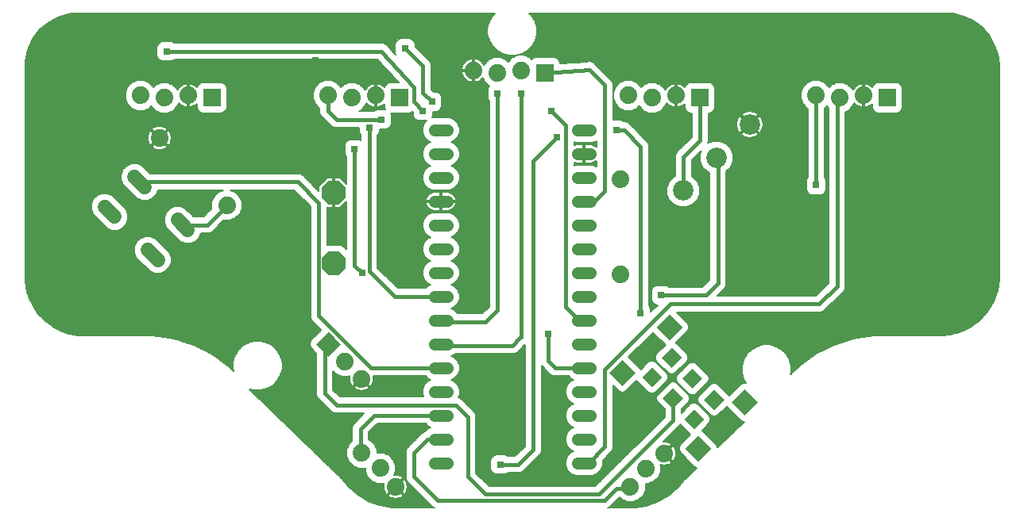
<source format=gbl>
G75*
%MOIN*%
%OFA0B0*%
%FSLAX25Y25*%
%IPPOS*%
%LPD*%
%AMOC8*
5,1,8,0,0,1.08239X$1,22.5*
%
%ADD10C,0.08600*%
%ADD11C,0.07400*%
%ADD12OC8,0.10000*%
%ADD13R,0.07400X0.07400*%
%ADD14C,0.05150*%
%ADD15C,0.06000*%
%ADD16R,0.07400X0.07400*%
%ADD17R,0.07677X0.07677*%
%ADD18R,0.05937X0.05937*%
%ADD19C,0.01600*%
%ADD20R,0.02978X0.02978*%
%ADD21C,0.00600*%
D10*
X0300073Y0171870D03*
X0313993Y0185789D03*
X0327912Y0199708D03*
D11*
X0355690Y0211898D03*
X0365690Y0210898D03*
X0375690Y0211898D03*
X0296950Y0211898D03*
X0286950Y0210898D03*
X0276950Y0211898D03*
X0231989Y0222459D03*
X0221989Y0221459D03*
X0211989Y0222459D03*
X0170965Y0211898D03*
X0160965Y0210898D03*
X0150965Y0211898D03*
X0092225Y0211898D03*
X0082225Y0210898D03*
X0072225Y0211898D03*
X0080209Y0194044D03*
X0108493Y0165760D03*
X0158105Y0100050D03*
X0164988Y0092796D03*
X0165122Y0061585D03*
X0172900Y0055221D03*
X0179264Y0047443D03*
X0277813Y0047300D03*
X0284177Y0055079D03*
X0291955Y0061443D03*
X0273623Y0136743D03*
X0273623Y0176743D03*
D12*
X0153406Y0171080D03*
X0153406Y0141480D03*
D13*
X0180965Y0210898D03*
X0241989Y0221459D03*
X0306950Y0210898D03*
X0385690Y0210898D03*
X0102225Y0210898D03*
D14*
X0195792Y0197359D02*
X0200942Y0197359D01*
X0200942Y0187359D02*
X0195792Y0187359D01*
X0195792Y0177359D02*
X0200942Y0177359D01*
X0200942Y0167359D02*
X0195792Y0167359D01*
X0195792Y0157359D02*
X0200942Y0157359D01*
X0200942Y0147359D02*
X0195792Y0147359D01*
X0195792Y0137359D02*
X0200942Y0137359D01*
X0200942Y0127359D02*
X0195792Y0127359D01*
X0195792Y0117359D02*
X0200942Y0117359D01*
X0200942Y0107359D02*
X0195792Y0107359D01*
X0195792Y0097359D02*
X0200942Y0097359D01*
X0200942Y0087359D02*
X0195792Y0087359D01*
X0195792Y0077359D02*
X0200942Y0077359D01*
X0200942Y0067359D02*
X0195792Y0067359D01*
X0195792Y0057359D02*
X0200942Y0057359D01*
X0255792Y0057359D02*
X0260942Y0057359D01*
X0260942Y0067359D02*
X0255792Y0067359D01*
X0255792Y0077359D02*
X0260942Y0077359D01*
X0260942Y0087359D02*
X0255792Y0087359D01*
X0255792Y0097359D02*
X0260942Y0097359D01*
X0260942Y0107359D02*
X0255792Y0107359D01*
X0255792Y0117359D02*
X0260942Y0117359D01*
X0260942Y0127359D02*
X0255792Y0127359D01*
X0255792Y0137359D02*
X0260942Y0137359D01*
X0260942Y0147359D02*
X0255792Y0147359D01*
X0255792Y0157359D02*
X0260942Y0157359D01*
X0260942Y0167359D02*
X0255792Y0167359D01*
X0255792Y0177359D02*
X0260942Y0177359D01*
X0260942Y0187359D02*
X0255792Y0187359D01*
X0255792Y0197359D02*
X0260942Y0197359D01*
D15*
X0092132Y0155338D02*
X0087889Y0159581D01*
X0075303Y0146994D02*
X0079545Y0142752D01*
X0061443Y0160854D02*
X0057201Y0165096D01*
X0069787Y0177683D02*
X0074030Y0173440D01*
D16*
G36*
X0151085Y0102074D02*
X0145991Y0107440D01*
X0151357Y0112534D01*
X0156451Y0107168D01*
X0151085Y0102074D01*
G37*
D17*
G36*
X0279891Y0095259D02*
X0274464Y0089832D01*
X0269037Y0095259D01*
X0274464Y0100686D01*
X0279891Y0095259D01*
G37*
G36*
X0299690Y0114493D02*
X0294263Y0109066D01*
X0288836Y0114493D01*
X0294263Y0119920D01*
X0299690Y0114493D01*
G37*
G36*
X0331156Y0082885D02*
X0325729Y0077458D01*
X0320302Y0082885D01*
X0325729Y0088312D01*
X0331156Y0082885D01*
G37*
G36*
X0311711Y0063439D02*
X0306284Y0058012D01*
X0300857Y0063439D01*
X0306284Y0068866D01*
X0311711Y0063439D01*
G37*
D18*
G36*
X0308713Y0075814D02*
X0304516Y0071617D01*
X0300319Y0075814D01*
X0304516Y0080011D01*
X0308713Y0075814D01*
G37*
G36*
X0317198Y0084016D02*
X0313001Y0079819D01*
X0308804Y0084016D01*
X0313001Y0088213D01*
X0317198Y0084016D01*
G37*
G36*
X0308147Y0092926D02*
X0303950Y0088729D01*
X0299753Y0092926D01*
X0303950Y0097123D01*
X0308147Y0092926D01*
G37*
G36*
X0299874Y0084653D02*
X0295677Y0080456D01*
X0291480Y0084653D01*
X0295677Y0088850D01*
X0299874Y0084653D01*
G37*
G36*
X0291035Y0093491D02*
X0286838Y0089294D01*
X0282641Y0093491D01*
X0286838Y0097688D01*
X0291035Y0093491D01*
G37*
G36*
X0299379Y0101694D02*
X0295182Y0097497D01*
X0290985Y0101694D01*
X0295182Y0105891D01*
X0299379Y0101694D01*
G37*
D19*
X0295677Y0084653D02*
X0295677Y0075362D01*
X0264548Y0044233D01*
X0217048Y0044233D01*
X0209548Y0051733D01*
X0209548Y0076733D01*
X0204548Y0081733D01*
X0154548Y0081733D01*
X0149548Y0086733D01*
X0149548Y0105631D01*
X0151221Y0107304D01*
X0147048Y0119233D02*
X0168922Y0097359D01*
X0198367Y0097359D01*
X0198993Y0106733D02*
X0228298Y0106733D01*
X0231423Y0109858D01*
X0232048Y0110483D01*
X0232048Y0212739D01*
X0222048Y0212739D02*
X0222048Y0121733D01*
X0221989Y0121674D01*
X0220173Y0119858D01*
X0217048Y0116733D01*
X0198993Y0116733D01*
X0198367Y0117359D01*
X0198367Y0127359D02*
X0178922Y0127359D01*
X0168298Y0137983D01*
X0168298Y0198227D01*
X0173298Y0201733D02*
X0154548Y0201733D01*
X0150965Y0205316D01*
X0150965Y0211898D01*
X0173298Y0230483D02*
X0083298Y0230483D01*
X0162048Y0189233D02*
X0162048Y0140483D01*
X0165172Y0137359D01*
X0153659Y0141733D02*
X0153406Y0141480D01*
X0147048Y0138788D02*
X0147048Y0119233D01*
X0147048Y0138788D02*
X0147006Y0138829D01*
X0147006Y0166775D01*
X0138220Y0175562D01*
X0071908Y0175562D01*
X0090010Y0157460D02*
X0100193Y0157460D01*
X0108493Y0165760D01*
X0187048Y0209233D02*
X0187048Y0215483D01*
X0173298Y0230483D01*
X0183298Y0231733D02*
X0190798Y0224233D01*
X0190798Y0212983D01*
X0194548Y0209233D01*
X0190798Y0205483D02*
X0187048Y0209233D01*
X0237048Y0184233D02*
X0237048Y0062983D01*
X0230798Y0056733D01*
X0223298Y0056733D01*
X0198367Y0067359D02*
X0192674Y0067359D01*
X0187048Y0061733D01*
X0187048Y0051733D01*
X0197048Y0041733D01*
X0267048Y0041733D01*
X0272048Y0046733D01*
X0277246Y0046733D01*
X0277813Y0047300D01*
X0267048Y0064233D02*
X0260174Y0057359D01*
X0258367Y0057359D01*
X0267048Y0064233D02*
X0267048Y0096733D01*
X0294548Y0124233D01*
X0357048Y0124233D01*
X0364548Y0131733D01*
X0364548Y0209757D01*
X0365690Y0210898D01*
X0355798Y0211790D02*
X0355690Y0211898D01*
X0355798Y0211790D02*
X0355798Y0174233D01*
X0314548Y0185234D02*
X0314548Y0132983D01*
X0309548Y0127983D01*
X0290798Y0127983D01*
X0282048Y0120483D02*
X0282048Y0190483D01*
X0275172Y0197359D01*
X0272048Y0197359D01*
X0250798Y0199233D02*
X0244548Y0205483D01*
X0250798Y0199233D02*
X0250798Y0122983D01*
X0256422Y0117359D01*
X0258367Y0117359D01*
X0243298Y0111733D02*
X0243298Y0100483D01*
X0246422Y0097359D01*
X0258367Y0097359D01*
X0198993Y0106733D02*
X0198367Y0107359D01*
X0198367Y0077359D02*
X0170174Y0077359D01*
X0164548Y0071733D01*
X0164548Y0062158D01*
X0165122Y0061585D01*
X0258367Y0167359D02*
X0262674Y0167359D01*
X0267048Y0171733D01*
X0267048Y0216186D01*
X0260524Y0222709D01*
X0241989Y0221459D01*
X0247048Y0194233D02*
X0237048Y0184233D01*
X0300073Y0186009D02*
X0300073Y0171870D01*
X0313993Y0185789D02*
X0314548Y0185234D01*
X0307048Y0192983D02*
X0307048Y0210800D01*
X0306950Y0210898D01*
X0307048Y0192983D02*
X0300073Y0186009D01*
D20*
X0272048Y0197359D03*
X0247048Y0194233D03*
X0244548Y0205483D03*
X0232048Y0212739D03*
X0222048Y0212739D03*
X0194548Y0209233D03*
X0190798Y0205483D03*
X0173298Y0201733D03*
X0168298Y0198227D03*
X0162048Y0189233D03*
X0145798Y0226733D03*
X0183298Y0231733D03*
X0083298Y0230483D03*
X0153659Y0141733D03*
X0165172Y0137359D03*
X0142048Y0091733D03*
X0062048Y0121733D03*
X0223298Y0056733D03*
X0243298Y0111733D03*
X0282048Y0120483D03*
X0290798Y0127983D03*
X0355798Y0174233D03*
X0352048Y0226733D03*
X0409548Y0114233D03*
D21*
X0151611Y0079720D02*
X0127030Y0079720D01*
X0127643Y0079121D02*
X0152210Y0079121D01*
X0152565Y0078766D02*
X0153852Y0078233D01*
X0166098Y0078233D01*
X0161581Y0073716D01*
X0161048Y0072429D01*
X0161048Y0066562D01*
X0159696Y0065210D01*
X0158722Y0062858D01*
X0158722Y0060312D01*
X0159696Y0057959D01*
X0161496Y0056159D01*
X0163849Y0055185D01*
X0166395Y0055185D01*
X0166500Y0055228D01*
X0166500Y0053948D01*
X0167474Y0051595D01*
X0169274Y0049795D01*
X0171627Y0048821D01*
X0174173Y0048821D01*
X0174498Y0048955D01*
X0174387Y0048613D01*
X0174264Y0047836D01*
X0174264Y0047049D01*
X0174387Y0046272D01*
X0174630Y0045523D01*
X0174987Y0044822D01*
X0175450Y0044185D01*
X0175516Y0044119D01*
X0178839Y0047442D01*
X0179264Y0047018D01*
X0179688Y0047442D01*
X0183011Y0044119D01*
X0183078Y0044185D01*
X0183540Y0044822D01*
X0183897Y0045523D01*
X0184141Y0046272D01*
X0184264Y0047049D01*
X0184264Y0047836D01*
X0184141Y0048613D01*
X0183897Y0049362D01*
X0183540Y0050063D01*
X0183078Y0050700D01*
X0183011Y0050766D01*
X0179688Y0047443D01*
X0179264Y0047867D01*
X0182587Y0051190D01*
X0182521Y0051256D01*
X0181884Y0051719D01*
X0181183Y0052076D01*
X0180435Y0052319D01*
X0179657Y0052442D01*
X0178870Y0052442D01*
X0178663Y0052410D01*
X0179300Y0053948D01*
X0179300Y0056494D01*
X0178325Y0058846D01*
X0176525Y0060646D01*
X0174173Y0061621D01*
X0171627Y0061621D01*
X0171522Y0061577D01*
X0171522Y0062858D01*
X0170547Y0065210D01*
X0168747Y0067010D01*
X0168048Y0067300D01*
X0168048Y0070283D01*
X0171624Y0073859D01*
X0191832Y0073859D01*
X0192804Y0072887D01*
X0194079Y0072359D01*
X0192804Y0071831D01*
X0191730Y0070756D01*
X0190691Y0070326D01*
X0185065Y0064700D01*
X0184081Y0063716D01*
X0183548Y0062429D01*
X0183548Y0051037D01*
X0184081Y0049750D01*
X0185065Y0048766D01*
X0185065Y0048766D01*
X0195065Y0038766D01*
X0195623Y0038535D01*
X0181576Y0038535D01*
X0181543Y0038548D01*
X0180722Y0038535D01*
X0180670Y0038535D01*
X0178021Y0038618D01*
X0172769Y0039533D01*
X0167781Y0041415D01*
X0163234Y0044199D01*
X0159290Y0047785D01*
X0157865Y0049505D01*
X0157765Y0049737D01*
X0157395Y0050098D01*
X0157078Y0050521D01*
X0157078Y0050521D01*
X0156899Y0050759D01*
X0156576Y0050897D01*
X0118097Y0088434D01*
X0120068Y0087906D01*
X0122807Y0087906D01*
X0125453Y0088614D01*
X0127825Y0089984D01*
X0129762Y0091921D01*
X0131131Y0094293D01*
X0131840Y0096938D01*
X0131840Y0099677D01*
X0131131Y0102323D01*
X0129762Y0104695D01*
X0127825Y0106632D01*
X0125453Y0108001D01*
X0122807Y0108710D01*
X0120068Y0108710D01*
X0117423Y0108001D01*
X0115051Y0106632D01*
X0113114Y0104695D01*
X0111744Y0102323D01*
X0111035Y0099677D01*
X0111035Y0096938D01*
X0111242Y0096167D01*
X0109564Y0097845D01*
X0102519Y0102962D01*
X0094760Y0106914D01*
X0094760Y0106914D01*
X0086479Y0109604D01*
X0086479Y0109604D01*
X0077879Y0110966D01*
X0077879Y0110966D01*
X0074679Y0110966D01*
X0074678Y0110967D01*
X0072372Y0110967D01*
X0072370Y0110967D01*
X0049286Y0110967D01*
X0049285Y0110967D01*
X0048183Y0110967D01*
X0045766Y0111127D01*
X0040998Y0112163D01*
X0036525Y0114113D01*
X0032521Y0116903D01*
X0029141Y0120423D01*
X0026518Y0124537D01*
X0024751Y0129085D01*
X0023910Y0133892D01*
X0023850Y0136284D01*
X0023850Y0136386D01*
X0023869Y0137189D01*
X0023850Y0137240D01*
X0023850Y0222761D01*
X0023864Y0222796D01*
X0023850Y0223615D01*
X0023850Y0223667D01*
X0023947Y0226155D01*
X0024973Y0231051D01*
X0027058Y0235598D01*
X0030099Y0239571D01*
X0033943Y0242772D01*
X0038402Y0245041D01*
X0043252Y0246267D01*
X0045733Y0246467D01*
X0221007Y0246467D01*
X0219885Y0245345D01*
X0218516Y0242973D01*
X0217807Y0240327D01*
X0217807Y0237588D01*
X0218516Y0234942D01*
X0219885Y0232570D01*
X0221822Y0230634D01*
X0224194Y0229264D01*
X0226840Y0228555D01*
X0229579Y0228555D01*
X0232225Y0229264D01*
X0234597Y0230634D01*
X0236533Y0232570D01*
X0237903Y0234942D01*
X0238612Y0237588D01*
X0238612Y0240327D01*
X0237903Y0242973D01*
X0236533Y0245345D01*
X0235412Y0246467D01*
X0411302Y0246467D01*
X0413437Y0246239D01*
X0417719Y0245132D01*
X0421705Y0243215D01*
X0425243Y0240560D01*
X0428198Y0237269D01*
X0430457Y0233467D01*
X0431936Y0229298D01*
X0432577Y0224922D01*
X0432575Y0223363D01*
X0432569Y0223348D01*
X0432569Y0222600D01*
X0432532Y0221853D01*
X0432569Y0221748D01*
X0432569Y0138257D01*
X0432529Y0138143D01*
X0432569Y0137406D01*
X0432569Y0136667D01*
X0432579Y0136644D01*
X0432588Y0134824D01*
X0431888Y0129952D01*
X0430246Y0125311D01*
X0427726Y0121082D01*
X0424427Y0117429D01*
X0420475Y0114493D01*
X0416025Y0112390D01*
X0411248Y0111199D01*
X0408853Y0110967D01*
X0407845Y0110967D01*
X0407843Y0110967D01*
X0384843Y0110967D01*
X0384841Y0110967D01*
X0382535Y0110967D01*
X0382534Y0110967D01*
X0379488Y0110967D01*
X0371189Y0109661D01*
X0363193Y0107081D01*
X0355697Y0103288D01*
X0348881Y0098376D01*
X0345095Y0094625D01*
X0345313Y0095438D01*
X0345313Y0098177D01*
X0344604Y0100823D01*
X0343234Y0103195D01*
X0341297Y0105132D01*
X0338925Y0106501D01*
X0336280Y0107210D01*
X0333541Y0107210D01*
X0330895Y0106501D01*
X0328523Y0105132D01*
X0326586Y0103195D01*
X0325217Y0100823D01*
X0324508Y0098177D01*
X0324508Y0095438D01*
X0325217Y0092793D01*
X0326244Y0091013D01*
X0325192Y0091013D01*
X0324200Y0090602D01*
X0319316Y0085718D01*
X0314531Y0090503D01*
X0313538Y0090914D01*
X0312464Y0090914D01*
X0311472Y0090503D01*
X0306514Y0085546D01*
X0306103Y0084553D01*
X0306103Y0083479D01*
X0306514Y0082487D01*
X0311472Y0077529D01*
X0312464Y0077118D01*
X0313538Y0077118D01*
X0314531Y0077529D01*
X0318184Y0081183D01*
X0324200Y0075167D01*
X0325192Y0074756D01*
X0325603Y0074756D01*
X0314412Y0063879D01*
X0314412Y0063977D01*
X0314001Y0064969D01*
X0307844Y0071126D01*
X0311003Y0074284D01*
X0311414Y0075277D01*
X0311414Y0076351D01*
X0311003Y0077343D01*
X0306045Y0082301D01*
X0305053Y0082712D01*
X0303979Y0082712D01*
X0302986Y0082301D01*
X0299177Y0078491D01*
X0299177Y0080136D01*
X0302164Y0083123D01*
X0302575Y0084116D01*
X0302575Y0085190D01*
X0302164Y0086182D01*
X0297206Y0091140D01*
X0296214Y0091551D01*
X0295140Y0091551D01*
X0294148Y0091140D01*
X0289190Y0086182D01*
X0288779Y0085190D01*
X0288779Y0084116D01*
X0289190Y0083123D01*
X0292177Y0080136D01*
X0292177Y0076812D01*
X0263098Y0047733D01*
X0218498Y0047733D01*
X0213048Y0053183D01*
X0213048Y0077429D01*
X0212515Y0078716D01*
X0211531Y0079700D01*
X0206531Y0084700D01*
X0205693Y0085047D01*
X0206217Y0086310D01*
X0206217Y0088408D01*
X0205413Y0090347D01*
X0203930Y0091831D01*
X0202654Y0092359D01*
X0203930Y0092887D01*
X0205413Y0094371D01*
X0206217Y0096310D01*
X0206217Y0098408D01*
X0205413Y0100347D01*
X0203930Y0101831D01*
X0202654Y0102359D01*
X0203930Y0102887D01*
X0204275Y0103233D01*
X0228994Y0103233D01*
X0230281Y0103766D01*
X0231265Y0104750D01*
X0233406Y0106891D01*
X0233548Y0107033D01*
X0233548Y0064433D01*
X0229348Y0060233D01*
X0226594Y0060233D01*
X0226316Y0060511D01*
X0225324Y0060922D01*
X0221272Y0060922D01*
X0220280Y0060511D01*
X0219520Y0059751D01*
X0219109Y0058759D01*
X0219109Y0054707D01*
X0219520Y0053715D01*
X0220280Y0052955D01*
X0221272Y0052544D01*
X0225324Y0052544D01*
X0226316Y0052955D01*
X0226594Y0053233D01*
X0231494Y0053233D01*
X0232781Y0053766D01*
X0233765Y0054750D01*
X0239031Y0060016D01*
X0240015Y0061000D01*
X0240548Y0062287D01*
X0240548Y0098283D01*
X0243455Y0095376D01*
X0244439Y0094392D01*
X0245726Y0093859D01*
X0251832Y0093859D01*
X0252804Y0092887D01*
X0254079Y0092359D01*
X0252804Y0091831D01*
X0251320Y0090347D01*
X0250517Y0088408D01*
X0250517Y0086310D01*
X0251320Y0084371D01*
X0252804Y0082887D01*
X0254079Y0082359D01*
X0252804Y0081831D01*
X0251320Y0080347D01*
X0250517Y0078408D01*
X0250517Y0076310D01*
X0251320Y0074371D01*
X0252804Y0072887D01*
X0254079Y0072359D01*
X0252804Y0071831D01*
X0251320Y0070347D01*
X0250517Y0068408D01*
X0250517Y0066310D01*
X0251320Y0064371D01*
X0252804Y0062887D01*
X0254079Y0062359D01*
X0252804Y0061831D01*
X0251320Y0060347D01*
X0250517Y0058408D01*
X0250517Y0056310D01*
X0251320Y0054371D01*
X0252804Y0052887D01*
X0254743Y0052084D01*
X0261991Y0052084D01*
X0263930Y0052887D01*
X0265413Y0054371D01*
X0266217Y0056310D01*
X0266217Y0058408D01*
X0266204Y0058439D01*
X0269031Y0061266D01*
X0270015Y0062250D01*
X0270548Y0063537D01*
X0270548Y0089928D01*
X0272934Y0087542D01*
X0273927Y0087131D01*
X0275001Y0087131D01*
X0275993Y0087542D01*
X0280382Y0091931D01*
X0285309Y0087004D01*
X0286301Y0086593D01*
X0287375Y0086593D01*
X0288368Y0087004D01*
X0293325Y0091962D01*
X0293736Y0092954D01*
X0293736Y0094029D01*
X0293325Y0095021D01*
X0288368Y0099979D01*
X0287375Y0100390D01*
X0286301Y0100390D01*
X0285309Y0099979D01*
X0282150Y0096820D01*
X0277117Y0101853D01*
X0287387Y0112122D01*
X0292490Y0107018D01*
X0288695Y0103223D01*
X0288284Y0102231D01*
X0288284Y0101157D01*
X0288695Y0100164D01*
X0293653Y0095207D01*
X0294645Y0094796D01*
X0295719Y0094796D01*
X0296712Y0095207D01*
X0301669Y0100164D01*
X0302080Y0101157D01*
X0302080Y0102231D01*
X0301669Y0103223D01*
X0296955Y0107938D01*
X0301980Y0112963D01*
X0302391Y0113955D01*
X0302391Y0115030D01*
X0301980Y0116022D01*
X0297269Y0120733D01*
X0357744Y0120733D01*
X0359031Y0121266D01*
X0367515Y0129750D01*
X0368048Y0131037D01*
X0368048Y0204948D01*
X0369315Y0205473D01*
X0371115Y0207273D01*
X0371752Y0208811D01*
X0371876Y0208641D01*
X0372432Y0208085D01*
X0373069Y0207622D01*
X0373770Y0207265D01*
X0374519Y0207022D01*
X0375296Y0206898D01*
X0375390Y0206898D01*
X0375390Y0211598D01*
X0375990Y0211598D01*
X0375990Y0206898D01*
X0376083Y0206898D01*
X0376861Y0207022D01*
X0377609Y0207265D01*
X0378310Y0207622D01*
X0378947Y0208085D01*
X0379290Y0208427D01*
X0379290Y0206661D01*
X0379701Y0205669D01*
X0380460Y0204909D01*
X0381453Y0204498D01*
X0389927Y0204498D01*
X0390919Y0204909D01*
X0391679Y0205669D01*
X0392090Y0206661D01*
X0392090Y0215135D01*
X0391679Y0216128D01*
X0390919Y0216887D01*
X0389927Y0217298D01*
X0381453Y0217298D01*
X0380460Y0216887D01*
X0379701Y0216128D01*
X0379358Y0215301D01*
X0378947Y0215712D01*
X0378310Y0216175D01*
X0377609Y0216532D01*
X0376861Y0216775D01*
X0376083Y0216898D01*
X0375990Y0216898D01*
X0375990Y0212198D01*
X0375390Y0212198D01*
X0375390Y0216898D01*
X0375296Y0216898D01*
X0374519Y0216775D01*
X0373770Y0216532D01*
X0373069Y0216175D01*
X0372432Y0215712D01*
X0371876Y0215156D01*
X0371413Y0214519D01*
X0371250Y0214199D01*
X0371115Y0214524D01*
X0369315Y0216324D01*
X0366963Y0217298D01*
X0364417Y0217298D01*
X0362064Y0216324D01*
X0361159Y0215419D01*
X0361115Y0215524D01*
X0359315Y0217324D01*
X0356963Y0218298D01*
X0354417Y0218298D01*
X0352064Y0217324D01*
X0350264Y0215524D01*
X0349290Y0213171D01*
X0349290Y0210625D01*
X0350264Y0208273D01*
X0352064Y0206473D01*
X0352298Y0206376D01*
X0352298Y0177529D01*
X0352020Y0177251D01*
X0351609Y0176259D01*
X0351609Y0172207D01*
X0352020Y0171215D01*
X0352780Y0170455D01*
X0353772Y0170044D01*
X0357824Y0170044D01*
X0358816Y0170455D01*
X0359576Y0171215D01*
X0359987Y0172207D01*
X0359987Y0176259D01*
X0359576Y0177251D01*
X0359298Y0177529D01*
X0359298Y0206466D01*
X0359315Y0206473D01*
X0360221Y0207378D01*
X0360264Y0207273D01*
X0361048Y0206489D01*
X0361048Y0133183D01*
X0355598Y0127733D01*
X0314248Y0127733D01*
X0316531Y0130016D01*
X0317515Y0131000D01*
X0318048Y0132287D01*
X0318048Y0179945D01*
X0319927Y0181824D01*
X0320993Y0184397D01*
X0320993Y0187181D01*
X0319927Y0189754D01*
X0317958Y0191723D01*
X0315385Y0192789D01*
X0312601Y0192789D01*
X0310374Y0191867D01*
X0310548Y0192287D01*
X0310548Y0204498D01*
X0311187Y0204498D01*
X0312179Y0204909D01*
X0312939Y0205669D01*
X0313350Y0206661D01*
X0313350Y0215135D01*
X0312939Y0216128D01*
X0312179Y0216887D01*
X0311187Y0217298D01*
X0302713Y0217298D01*
X0301720Y0216887D01*
X0300961Y0216128D01*
X0300618Y0215301D01*
X0300207Y0215712D01*
X0299570Y0216175D01*
X0298869Y0216532D01*
X0298120Y0216775D01*
X0297343Y0216898D01*
X0297250Y0216898D01*
X0297250Y0212198D01*
X0296650Y0212198D01*
X0296650Y0216898D01*
X0296556Y0216898D01*
X0295779Y0216775D01*
X0295030Y0216532D01*
X0294329Y0216175D01*
X0293692Y0215712D01*
X0293136Y0215156D01*
X0292673Y0214519D01*
X0292510Y0214199D01*
X0292375Y0214524D01*
X0290575Y0216324D01*
X0288223Y0217298D01*
X0285677Y0217298D01*
X0283324Y0216324D01*
X0282419Y0215419D01*
X0282375Y0215524D01*
X0280575Y0217324D01*
X0278223Y0218298D01*
X0275677Y0218298D01*
X0273324Y0217324D01*
X0271524Y0215524D01*
X0270550Y0213171D01*
X0270550Y0210625D01*
X0271524Y0208273D01*
X0273324Y0206473D01*
X0275677Y0205498D01*
X0278223Y0205498D01*
X0280575Y0206473D01*
X0281480Y0207378D01*
X0281524Y0207273D01*
X0283324Y0205473D01*
X0285677Y0204498D01*
X0288223Y0204498D01*
X0290575Y0205473D01*
X0292375Y0207273D01*
X0293012Y0208811D01*
X0293136Y0208641D01*
X0293692Y0208085D01*
X0294329Y0207622D01*
X0295030Y0207265D01*
X0295779Y0207022D01*
X0296556Y0206898D01*
X0296650Y0206898D01*
X0296650Y0211598D01*
X0297250Y0211598D01*
X0297250Y0206898D01*
X0297343Y0206898D01*
X0298120Y0207022D01*
X0298869Y0207265D01*
X0299570Y0207622D01*
X0300207Y0208085D01*
X0300550Y0208427D01*
X0300550Y0206661D01*
X0300961Y0205669D01*
X0301720Y0204909D01*
X0302713Y0204498D01*
X0303548Y0204498D01*
X0303548Y0194433D01*
X0297106Y0187991D01*
X0296573Y0186705D01*
X0296573Y0177997D01*
X0296108Y0177804D01*
X0294139Y0175835D01*
X0293073Y0173262D01*
X0293073Y0170477D01*
X0294139Y0167904D01*
X0296108Y0165935D01*
X0298681Y0164870D01*
X0301466Y0164870D01*
X0304039Y0165935D01*
X0306008Y0167904D01*
X0307073Y0170477D01*
X0307073Y0173262D01*
X0306008Y0175835D01*
X0304039Y0177804D01*
X0303573Y0177997D01*
X0303573Y0184559D01*
X0307556Y0188542D01*
X0306993Y0187181D01*
X0306993Y0184397D01*
X0308059Y0181824D01*
X0310028Y0179855D01*
X0311048Y0179432D01*
X0311048Y0134433D01*
X0308098Y0131483D01*
X0294094Y0131483D01*
X0293816Y0131761D01*
X0292824Y0132172D01*
X0288772Y0132172D01*
X0287780Y0131761D01*
X0287020Y0131001D01*
X0286609Y0130009D01*
X0286609Y0125957D01*
X0287020Y0124965D01*
X0287780Y0124205D01*
X0288772Y0123794D01*
X0289159Y0123794D01*
X0286237Y0120872D01*
X0286237Y0122509D01*
X0285826Y0123501D01*
X0285548Y0123779D01*
X0285548Y0191179D01*
X0285015Y0192466D01*
X0277155Y0200326D01*
X0275868Y0200859D01*
X0275344Y0200859D01*
X0275066Y0201137D01*
X0274074Y0201548D01*
X0270548Y0201548D01*
X0270548Y0216882D01*
X0270015Y0218168D01*
X0263405Y0224778D01*
X0263351Y0224887D01*
X0262916Y0225268D01*
X0262507Y0225677D01*
X0262395Y0225723D01*
X0262303Y0225803D01*
X0261755Y0225988D01*
X0261221Y0226209D01*
X0261099Y0226209D01*
X0260984Y0226248D01*
X0260406Y0226209D01*
X0259828Y0226209D01*
X0259716Y0226163D01*
X0248389Y0225399D01*
X0248389Y0225697D01*
X0247978Y0226689D01*
X0247218Y0227448D01*
X0246226Y0227859D01*
X0237752Y0227859D01*
X0236760Y0227448D01*
X0236405Y0227094D01*
X0235614Y0227885D01*
X0233262Y0228859D01*
X0230716Y0228859D01*
X0228364Y0227885D01*
X0226563Y0226085D01*
X0226520Y0225980D01*
X0225614Y0226885D01*
X0223262Y0227859D01*
X0220716Y0227859D01*
X0218364Y0226885D01*
X0216563Y0225085D01*
X0216429Y0224760D01*
X0216265Y0225080D01*
X0215803Y0225717D01*
X0215246Y0226273D01*
X0214610Y0226736D01*
X0213908Y0227093D01*
X0213160Y0227336D01*
X0212382Y0227459D01*
X0212289Y0227459D01*
X0212289Y0222759D01*
X0211689Y0222759D01*
X0211689Y0222159D01*
X0212289Y0222159D01*
X0212289Y0217459D01*
X0212382Y0217459D01*
X0213160Y0217583D01*
X0213908Y0217826D01*
X0214610Y0218183D01*
X0215246Y0218646D01*
X0215803Y0219202D01*
X0215926Y0219372D01*
X0216563Y0217834D01*
X0218364Y0216034D01*
X0218493Y0215980D01*
X0218270Y0215757D01*
X0217859Y0214765D01*
X0217859Y0210713D01*
X0218270Y0209720D01*
X0218548Y0209442D01*
X0218548Y0123183D01*
X0218190Y0122825D01*
X0215598Y0120233D01*
X0205461Y0120233D01*
X0205413Y0120347D01*
X0203930Y0121831D01*
X0202654Y0122359D01*
X0203930Y0122887D01*
X0205413Y0124371D01*
X0206217Y0126310D01*
X0206217Y0128408D01*
X0205413Y0130347D01*
X0203930Y0131831D01*
X0202654Y0132359D01*
X0203930Y0132887D01*
X0205413Y0134371D01*
X0206217Y0136310D01*
X0206217Y0138408D01*
X0205413Y0140347D01*
X0203930Y0141831D01*
X0202654Y0142359D01*
X0203930Y0142887D01*
X0205413Y0144371D01*
X0206217Y0146310D01*
X0206217Y0148408D01*
X0205413Y0150347D01*
X0203930Y0151831D01*
X0202654Y0152359D01*
X0203930Y0152887D01*
X0205413Y0154371D01*
X0206217Y0156310D01*
X0206217Y0158408D01*
X0205413Y0160347D01*
X0203930Y0161831D01*
X0201991Y0162634D01*
X0194743Y0162634D01*
X0192804Y0161831D01*
X0191320Y0160347D01*
X0190517Y0158408D01*
X0190517Y0156310D01*
X0191320Y0154371D01*
X0192804Y0152887D01*
X0194079Y0152359D01*
X0192804Y0151831D01*
X0191320Y0150347D01*
X0190517Y0148408D01*
X0190517Y0146310D01*
X0191320Y0144371D01*
X0192804Y0142887D01*
X0194079Y0142359D01*
X0192804Y0141831D01*
X0191320Y0140347D01*
X0190517Y0138408D01*
X0190517Y0136310D01*
X0191320Y0134371D01*
X0192804Y0132887D01*
X0194079Y0132359D01*
X0192804Y0131831D01*
X0191832Y0130859D01*
X0180372Y0130859D01*
X0171798Y0139433D01*
X0171798Y0194931D01*
X0172076Y0195209D01*
X0172487Y0196201D01*
X0172487Y0197544D01*
X0175324Y0197544D01*
X0176316Y0197955D01*
X0177076Y0198715D01*
X0177487Y0199707D01*
X0177487Y0203759D01*
X0177181Y0204498D01*
X0185202Y0204498D01*
X0186195Y0204909D01*
X0186308Y0205023D01*
X0186609Y0204722D01*
X0186609Y0203457D01*
X0187020Y0202465D01*
X0187780Y0201705D01*
X0188772Y0201294D01*
X0192267Y0201294D01*
X0191320Y0200347D01*
X0190517Y0198408D01*
X0190517Y0196310D01*
X0191320Y0194371D01*
X0192804Y0192887D01*
X0194079Y0192359D01*
X0192804Y0191831D01*
X0191320Y0190347D01*
X0190517Y0188408D01*
X0190517Y0186310D01*
X0191320Y0184371D01*
X0192804Y0182887D01*
X0194079Y0182359D01*
X0192804Y0181831D01*
X0191320Y0180347D01*
X0190517Y0178408D01*
X0190517Y0176310D01*
X0191320Y0174371D01*
X0192804Y0172887D01*
X0194743Y0172084D01*
X0201991Y0172084D01*
X0203930Y0172887D01*
X0205413Y0174371D01*
X0206217Y0176310D01*
X0206217Y0178408D01*
X0205413Y0180347D01*
X0203930Y0181831D01*
X0202654Y0182359D01*
X0203930Y0182887D01*
X0205413Y0184371D01*
X0206217Y0186310D01*
X0206217Y0188408D01*
X0205413Y0190347D01*
X0203930Y0191831D01*
X0202654Y0192359D01*
X0203930Y0192887D01*
X0205413Y0194371D01*
X0206217Y0196310D01*
X0206217Y0198408D01*
X0205413Y0200347D01*
X0203930Y0201831D01*
X0201991Y0202634D01*
X0194743Y0202634D01*
X0194626Y0202585D01*
X0194987Y0203457D01*
X0194987Y0205044D01*
X0196574Y0205044D01*
X0197566Y0205455D01*
X0198326Y0206215D01*
X0198737Y0207207D01*
X0198737Y0211259D01*
X0198326Y0212251D01*
X0197566Y0213011D01*
X0196574Y0213422D01*
X0195309Y0213422D01*
X0194298Y0214433D01*
X0194298Y0224929D01*
X0193765Y0226216D01*
X0187487Y0232494D01*
X0187487Y0233759D01*
X0187076Y0234751D01*
X0186316Y0235511D01*
X0185324Y0235922D01*
X0181272Y0235922D01*
X0180280Y0235511D01*
X0179520Y0234751D01*
X0179109Y0233759D01*
X0179109Y0229707D01*
X0179399Y0229007D01*
X0176295Y0232393D01*
X0176265Y0232466D01*
X0175827Y0232904D01*
X0175408Y0233361D01*
X0175336Y0233395D01*
X0175281Y0233450D01*
X0174708Y0233688D01*
X0174146Y0233950D01*
X0174067Y0233953D01*
X0173994Y0233983D01*
X0173374Y0233983D01*
X0172755Y0234010D01*
X0172681Y0233983D01*
X0086594Y0233983D01*
X0086316Y0234261D01*
X0085324Y0234672D01*
X0081272Y0234672D01*
X0080280Y0234261D01*
X0079520Y0233501D01*
X0079109Y0232509D01*
X0079109Y0228457D01*
X0079520Y0227465D01*
X0080280Y0226705D01*
X0081272Y0226294D01*
X0085324Y0226294D01*
X0086316Y0226705D01*
X0086594Y0226983D01*
X0171758Y0226983D01*
X0180636Y0217298D01*
X0176728Y0217298D01*
X0175736Y0216887D01*
X0174976Y0216128D01*
X0174634Y0215301D01*
X0174223Y0215712D01*
X0173586Y0216175D01*
X0172885Y0216532D01*
X0172136Y0216775D01*
X0171359Y0216898D01*
X0171265Y0216898D01*
X0171265Y0212198D01*
X0170665Y0212198D01*
X0170665Y0216898D01*
X0170572Y0216898D01*
X0169795Y0216775D01*
X0169046Y0216532D01*
X0168345Y0216175D01*
X0167708Y0215712D01*
X0167152Y0215156D01*
X0166689Y0214519D01*
X0166526Y0214199D01*
X0166391Y0214524D01*
X0164591Y0216324D01*
X0162238Y0217298D01*
X0159692Y0217298D01*
X0157340Y0216324D01*
X0156435Y0215419D01*
X0156391Y0215524D01*
X0154591Y0217324D01*
X0152238Y0218298D01*
X0149692Y0218298D01*
X0147340Y0217324D01*
X0145540Y0215524D01*
X0144565Y0213171D01*
X0144565Y0210625D01*
X0145540Y0208273D01*
X0147340Y0206473D01*
X0147465Y0206421D01*
X0147465Y0204620D01*
X0147998Y0203333D01*
X0151581Y0199750D01*
X0152565Y0198766D01*
X0153852Y0198233D01*
X0164109Y0198233D01*
X0164109Y0196201D01*
X0164520Y0195209D01*
X0164798Y0194931D01*
X0164798Y0193122D01*
X0164074Y0193422D01*
X0160022Y0193422D01*
X0159030Y0193011D01*
X0158270Y0192251D01*
X0157859Y0191259D01*
X0157859Y0187207D01*
X0158270Y0186215D01*
X0158548Y0185937D01*
X0158548Y0174848D01*
X0156016Y0177380D01*
X0153706Y0177380D01*
X0153706Y0171380D01*
X0153106Y0171380D01*
X0153106Y0177380D01*
X0150797Y0177380D01*
X0147106Y0173690D01*
X0147106Y0171625D01*
X0140202Y0178529D01*
X0138916Y0179062D01*
X0076469Y0179062D01*
X0073016Y0182515D01*
X0070921Y0183383D01*
X0068653Y0183383D01*
X0066558Y0182515D01*
X0064955Y0180912D01*
X0064087Y0178817D01*
X0064087Y0176549D01*
X0064955Y0174454D01*
X0070801Y0168608D01*
X0072896Y0167740D01*
X0075164Y0167740D01*
X0077259Y0168608D01*
X0078862Y0170211D01*
X0079628Y0172062D01*
X0106982Y0172062D01*
X0104868Y0171186D01*
X0103068Y0169386D01*
X0102093Y0167033D01*
X0102093Y0164487D01*
X0102145Y0164362D01*
X0098743Y0160960D01*
X0094571Y0160960D01*
X0091118Y0164413D01*
X0089023Y0165281D01*
X0086755Y0165281D01*
X0084660Y0164413D01*
X0083057Y0162810D01*
X0082189Y0160715D01*
X0082189Y0158447D01*
X0083057Y0156352D01*
X0088903Y0150506D01*
X0090998Y0149638D01*
X0093265Y0149638D01*
X0095360Y0150506D01*
X0096964Y0152109D01*
X0097730Y0153960D01*
X0100889Y0153960D01*
X0102175Y0154492D01*
X0107095Y0159412D01*
X0107220Y0159360D01*
X0109766Y0159360D01*
X0112119Y0160335D01*
X0113919Y0162135D01*
X0114893Y0164487D01*
X0114893Y0167033D01*
X0113919Y0169386D01*
X0112119Y0171186D01*
X0110005Y0172062D01*
X0136770Y0172062D01*
X0143506Y0165325D01*
X0143506Y0138133D01*
X0143548Y0138032D01*
X0143548Y0118537D01*
X0144081Y0117250D01*
X0148134Y0113197D01*
X0143742Y0109030D01*
X0143305Y0108048D01*
X0143277Y0106975D01*
X0143662Y0105972D01*
X0146048Y0103458D01*
X0146048Y0086037D01*
X0146581Y0084750D01*
X0151581Y0079750D01*
X0152565Y0078766D01*
X0153152Y0078523D02*
X0128257Y0078523D01*
X0128870Y0077924D02*
X0165790Y0077924D01*
X0165191Y0077326D02*
X0129484Y0077326D01*
X0130097Y0076727D02*
X0164593Y0076727D01*
X0163994Y0076129D02*
X0130711Y0076129D01*
X0131324Y0075530D02*
X0163396Y0075530D01*
X0162797Y0074932D02*
X0131938Y0074932D01*
X0132552Y0074333D02*
X0162199Y0074333D01*
X0161600Y0073735D02*
X0133165Y0073735D01*
X0133779Y0073136D02*
X0161341Y0073136D01*
X0161093Y0072538D02*
X0134392Y0072538D01*
X0135006Y0071939D02*
X0161048Y0071939D01*
X0161048Y0071341D02*
X0135619Y0071341D01*
X0136233Y0070742D02*
X0161048Y0070742D01*
X0161048Y0070144D02*
X0136846Y0070144D01*
X0137460Y0069545D02*
X0161048Y0069545D01*
X0161048Y0068947D02*
X0138073Y0068947D01*
X0138687Y0068348D02*
X0161048Y0068348D01*
X0161048Y0067750D02*
X0139300Y0067750D01*
X0139914Y0067151D02*
X0161048Y0067151D01*
X0161039Y0066553D02*
X0140527Y0066553D01*
X0141141Y0065954D02*
X0160440Y0065954D01*
X0159842Y0065356D02*
X0141754Y0065356D01*
X0142368Y0064757D02*
X0159508Y0064757D01*
X0159261Y0064159D02*
X0142981Y0064159D01*
X0143595Y0063560D02*
X0159013Y0063560D01*
X0158765Y0062962D02*
X0144209Y0062962D01*
X0144822Y0062363D02*
X0158722Y0062363D01*
X0158722Y0061765D02*
X0145436Y0061765D01*
X0146049Y0061166D02*
X0158722Y0061166D01*
X0158722Y0060568D02*
X0146663Y0060568D01*
X0147276Y0059969D02*
X0158864Y0059969D01*
X0159111Y0059371D02*
X0147890Y0059371D01*
X0148503Y0058772D02*
X0159359Y0058772D01*
X0159607Y0058174D02*
X0149117Y0058174D01*
X0149730Y0057575D02*
X0160080Y0057575D01*
X0160679Y0056977D02*
X0150344Y0056977D01*
X0150957Y0056378D02*
X0161277Y0056378D01*
X0162412Y0055779D02*
X0151571Y0055779D01*
X0152184Y0055181D02*
X0166500Y0055181D01*
X0166500Y0054582D02*
X0152798Y0054582D01*
X0153411Y0053984D02*
X0166500Y0053984D01*
X0166733Y0053385D02*
X0154025Y0053385D01*
X0154638Y0052787D02*
X0166981Y0052787D01*
X0167228Y0052188D02*
X0155252Y0052188D01*
X0155866Y0051590D02*
X0167480Y0051590D01*
X0168078Y0050991D02*
X0156479Y0050991D01*
X0156899Y0050759D02*
X0156899Y0050759D01*
X0156899Y0050759D01*
X0157174Y0050393D02*
X0168677Y0050393D01*
X0169276Y0049794D02*
X0157706Y0049794D01*
X0158121Y0049196D02*
X0170721Y0049196D01*
X0174384Y0048597D02*
X0158616Y0048597D01*
X0159112Y0047999D02*
X0174290Y0047999D01*
X0174264Y0047400D02*
X0159712Y0047400D01*
X0160371Y0046802D02*
X0174303Y0046802D01*
X0174409Y0046203D02*
X0161029Y0046203D01*
X0161688Y0045605D02*
X0174604Y0045605D01*
X0174893Y0045006D02*
X0162346Y0045006D01*
X0163004Y0044408D02*
X0175288Y0044408D01*
X0175805Y0044408D02*
X0176653Y0044408D01*
X0176403Y0045006D02*
X0177252Y0045006D01*
X0177002Y0045605D02*
X0177850Y0045605D01*
X0177600Y0046203D02*
X0178449Y0046203D01*
X0178199Y0046802D02*
X0179047Y0046802D01*
X0179264Y0047018D02*
X0175940Y0043695D01*
X0176006Y0043629D01*
X0176643Y0043166D01*
X0177344Y0042809D01*
X0178093Y0042566D01*
X0178870Y0042443D01*
X0179657Y0042443D01*
X0180435Y0042566D01*
X0181183Y0042809D01*
X0181884Y0043166D01*
X0182521Y0043629D01*
X0182587Y0043695D01*
X0179264Y0047018D01*
X0179480Y0046802D02*
X0180329Y0046802D01*
X0180079Y0046203D02*
X0180927Y0046203D01*
X0180677Y0045605D02*
X0181526Y0045605D01*
X0181276Y0045006D02*
X0182124Y0045006D01*
X0181874Y0044408D02*
X0182723Y0044408D01*
X0183239Y0044408D02*
X0189424Y0044408D01*
X0190022Y0043809D02*
X0182473Y0043809D01*
X0181946Y0043211D02*
X0190621Y0043211D01*
X0191219Y0042612D02*
X0180578Y0042612D01*
X0177949Y0042612D02*
X0165826Y0042612D01*
X0166803Y0042014D02*
X0191818Y0042014D01*
X0192416Y0041415D02*
X0167781Y0041415D01*
X0169367Y0040817D02*
X0193015Y0040817D01*
X0193613Y0040218D02*
X0170952Y0040218D01*
X0172538Y0039620D02*
X0194212Y0039620D01*
X0194810Y0039021D02*
X0175705Y0039021D01*
X0176582Y0043211D02*
X0164848Y0043211D01*
X0163871Y0043809D02*
X0176055Y0043809D01*
X0178797Y0047400D02*
X0178882Y0047400D01*
X0179646Y0047400D02*
X0179730Y0047400D01*
X0179396Y0047999D02*
X0180244Y0047999D01*
X0179994Y0048597D02*
X0180843Y0048597D01*
X0180593Y0049196D02*
X0181441Y0049196D01*
X0181191Y0049794D02*
X0182040Y0049794D01*
X0181790Y0050393D02*
X0182638Y0050393D01*
X0182388Y0050991D02*
X0183567Y0050991D01*
X0183548Y0051590D02*
X0182062Y0051590D01*
X0180838Y0052188D02*
X0183548Y0052188D01*
X0183548Y0052787D02*
X0178819Y0052787D01*
X0179067Y0053385D02*
X0183548Y0053385D01*
X0183548Y0053984D02*
X0179300Y0053984D01*
X0179300Y0054582D02*
X0183548Y0054582D01*
X0183548Y0055181D02*
X0179300Y0055181D01*
X0179300Y0055779D02*
X0183548Y0055779D01*
X0183548Y0056378D02*
X0179300Y0056378D01*
X0179100Y0056977D02*
X0183548Y0056977D01*
X0183548Y0057575D02*
X0178852Y0057575D01*
X0178604Y0058174D02*
X0183548Y0058174D01*
X0183548Y0058772D02*
X0178356Y0058772D01*
X0177801Y0059371D02*
X0183548Y0059371D01*
X0183548Y0059969D02*
X0177202Y0059969D01*
X0176604Y0060568D02*
X0183548Y0060568D01*
X0183548Y0061166D02*
X0175270Y0061166D01*
X0171522Y0061765D02*
X0183548Y0061765D01*
X0183548Y0062363D02*
X0171522Y0062363D01*
X0171479Y0062962D02*
X0183769Y0062962D01*
X0184016Y0063560D02*
X0171231Y0063560D01*
X0170983Y0064159D02*
X0184524Y0064159D01*
X0185065Y0064700D02*
X0185065Y0064700D01*
X0185122Y0064757D02*
X0170735Y0064757D01*
X0170402Y0065356D02*
X0185721Y0065356D01*
X0186319Y0065954D02*
X0169803Y0065954D01*
X0169205Y0066553D02*
X0186918Y0066553D01*
X0187516Y0067151D02*
X0168407Y0067151D01*
X0168048Y0067750D02*
X0188115Y0067750D01*
X0188713Y0068348D02*
X0168048Y0068348D01*
X0168048Y0068947D02*
X0189312Y0068947D01*
X0189910Y0069545D02*
X0168048Y0069545D01*
X0168048Y0070144D02*
X0190509Y0070144D01*
X0191696Y0070742D02*
X0168507Y0070742D01*
X0169105Y0071341D02*
X0192314Y0071341D01*
X0193066Y0071939D02*
X0169704Y0071939D01*
X0170302Y0072538D02*
X0193648Y0072538D01*
X0192555Y0073136D02*
X0170901Y0073136D01*
X0171500Y0073735D02*
X0191957Y0073735D01*
X0190963Y0085233D02*
X0155998Y0085233D01*
X0153048Y0088183D01*
X0153048Y0096056D01*
X0154479Y0094625D01*
X0156832Y0093650D01*
X0159378Y0093650D01*
X0160109Y0093953D01*
X0159988Y0093190D01*
X0159988Y0092403D01*
X0160111Y0091626D01*
X0160355Y0090877D01*
X0160712Y0090176D01*
X0161152Y0089570D01*
X0164564Y0092807D01*
X0164977Y0092372D01*
X0161572Y0089141D01*
X0161731Y0088983D01*
X0162368Y0088520D01*
X0163069Y0088163D01*
X0163818Y0087920D01*
X0164595Y0087796D01*
X0165382Y0087796D01*
X0166159Y0087920D01*
X0166908Y0088163D01*
X0167609Y0088520D01*
X0168215Y0088960D01*
X0164977Y0092372D01*
X0165412Y0092785D01*
X0168643Y0089381D01*
X0168802Y0089539D01*
X0169265Y0090176D01*
X0169622Y0090877D01*
X0169865Y0091626D01*
X0169988Y0092403D01*
X0169988Y0093190D01*
X0169882Y0093859D01*
X0191832Y0093859D01*
X0192804Y0092887D01*
X0194079Y0092359D01*
X0192804Y0091831D01*
X0191320Y0090347D01*
X0190517Y0088408D01*
X0190517Y0086310D01*
X0190963Y0085233D01*
X0190768Y0085705D02*
X0155526Y0085705D01*
X0154927Y0086304D02*
X0190520Y0086304D01*
X0190517Y0086902D02*
X0154329Y0086902D01*
X0153730Y0087501D02*
X0190517Y0087501D01*
X0190517Y0088099D02*
X0166712Y0088099D01*
X0167853Y0088698D02*
X0190637Y0088698D01*
X0190885Y0089296D02*
X0167896Y0089296D01*
X0168156Y0089895D02*
X0167328Y0089895D01*
X0167588Y0090493D02*
X0166761Y0090493D01*
X0167020Y0091092D02*
X0166193Y0091092D01*
X0166452Y0091690D02*
X0165625Y0091690D01*
X0165884Y0092289D02*
X0165057Y0092289D01*
X0164889Y0092289D02*
X0164017Y0092289D01*
X0164258Y0091690D02*
X0163387Y0091690D01*
X0163628Y0091092D02*
X0162756Y0091092D01*
X0162997Y0090493D02*
X0162125Y0090493D01*
X0162366Y0089895D02*
X0161495Y0089895D01*
X0160916Y0089895D02*
X0153048Y0089895D01*
X0153048Y0090493D02*
X0160550Y0090493D01*
X0160285Y0091092D02*
X0153048Y0091092D01*
X0153048Y0091690D02*
X0160101Y0091690D01*
X0160006Y0092289D02*
X0153048Y0092289D01*
X0153048Y0092887D02*
X0159988Y0092887D01*
X0160035Y0093486D02*
X0153048Y0093486D01*
X0153048Y0094084D02*
X0155784Y0094084D01*
X0154421Y0094683D02*
X0153048Y0094683D01*
X0153048Y0095281D02*
X0153823Y0095281D01*
X0153224Y0095880D02*
X0153048Y0095880D01*
X0153048Y0089296D02*
X0161736Y0089296D01*
X0162123Y0088698D02*
X0153048Y0088698D01*
X0153132Y0088099D02*
X0163265Y0088099D01*
X0169060Y0089895D02*
X0191133Y0089895D01*
X0191467Y0090493D02*
X0169426Y0090493D01*
X0169692Y0091092D02*
X0192065Y0091092D01*
X0192664Y0091690D02*
X0169875Y0091690D01*
X0169970Y0092289D02*
X0193910Y0092289D01*
X0192804Y0092887D02*
X0169988Y0092887D01*
X0169941Y0093486D02*
X0192206Y0093486D01*
X0202824Y0092289D02*
X0233548Y0092289D01*
X0233548Y0092887D02*
X0203929Y0092887D01*
X0204528Y0093486D02*
X0233548Y0093486D01*
X0233548Y0094084D02*
X0205127Y0094084D01*
X0205543Y0094683D02*
X0233548Y0094683D01*
X0233548Y0095281D02*
X0205790Y0095281D01*
X0206038Y0095880D02*
X0233548Y0095880D01*
X0233548Y0096478D02*
X0206217Y0096478D01*
X0206217Y0097077D02*
X0233548Y0097077D01*
X0233548Y0097675D02*
X0206217Y0097675D01*
X0206217Y0098274D02*
X0233548Y0098274D01*
X0233548Y0098872D02*
X0206024Y0098872D01*
X0205776Y0099471D02*
X0233548Y0099471D01*
X0233548Y0100069D02*
X0205529Y0100069D01*
X0205093Y0100668D02*
X0233548Y0100668D01*
X0233548Y0101266D02*
X0204494Y0101266D01*
X0203847Y0101865D02*
X0233548Y0101865D01*
X0233548Y0102463D02*
X0202906Y0102463D01*
X0204104Y0103062D02*
X0233548Y0103062D01*
X0233548Y0103660D02*
X0230026Y0103660D01*
X0230774Y0104259D02*
X0233548Y0104259D01*
X0233548Y0104857D02*
X0231372Y0104857D01*
X0231971Y0105456D02*
X0233548Y0105456D01*
X0233548Y0106054D02*
X0232569Y0106054D01*
X0233168Y0106653D02*
X0233548Y0106653D01*
X0240548Y0098274D02*
X0240558Y0098274D01*
X0240548Y0097675D02*
X0241156Y0097675D01*
X0241755Y0097077D02*
X0240548Y0097077D01*
X0240548Y0096478D02*
X0242353Y0096478D01*
X0242952Y0095880D02*
X0240548Y0095880D01*
X0240548Y0095281D02*
X0243550Y0095281D01*
X0244149Y0094683D02*
X0240548Y0094683D01*
X0240548Y0094084D02*
X0245182Y0094084D01*
X0240548Y0093486D02*
X0252206Y0093486D01*
X0252804Y0092887D02*
X0240548Y0092887D01*
X0240548Y0092289D02*
X0253910Y0092289D01*
X0252664Y0091690D02*
X0240548Y0091690D01*
X0240548Y0091092D02*
X0252065Y0091092D01*
X0251467Y0090493D02*
X0240548Y0090493D01*
X0240548Y0089895D02*
X0251133Y0089895D01*
X0250885Y0089296D02*
X0240548Y0089296D01*
X0240548Y0088698D02*
X0250637Y0088698D01*
X0250517Y0088099D02*
X0240548Y0088099D01*
X0240548Y0087501D02*
X0250517Y0087501D01*
X0250517Y0086902D02*
X0240548Y0086902D01*
X0240548Y0086304D02*
X0250520Y0086304D01*
X0250768Y0085705D02*
X0240548Y0085705D01*
X0240548Y0085107D02*
X0251016Y0085107D01*
X0251264Y0084508D02*
X0240548Y0084508D01*
X0240548Y0083910D02*
X0251782Y0083910D01*
X0252380Y0083311D02*
X0240548Y0083311D01*
X0240548Y0082712D02*
X0253226Y0082712D01*
X0253488Y0082114D02*
X0240548Y0082114D01*
X0240548Y0081515D02*
X0252489Y0081515D01*
X0251890Y0080917D02*
X0240548Y0080917D01*
X0240548Y0080318D02*
X0251309Y0080318D01*
X0251061Y0079720D02*
X0240548Y0079720D01*
X0240548Y0079121D02*
X0250813Y0079121D01*
X0250565Y0078523D02*
X0240548Y0078523D01*
X0240548Y0077924D02*
X0250517Y0077924D01*
X0250517Y0077326D02*
X0240548Y0077326D01*
X0240548Y0076727D02*
X0250517Y0076727D01*
X0250592Y0076129D02*
X0240548Y0076129D01*
X0240548Y0075530D02*
X0250840Y0075530D01*
X0251088Y0074932D02*
X0240548Y0074932D01*
X0240548Y0074333D02*
X0251358Y0074333D01*
X0251957Y0073735D02*
X0240548Y0073735D01*
X0240548Y0073136D02*
X0252555Y0073136D01*
X0253648Y0072538D02*
X0240548Y0072538D01*
X0240548Y0071939D02*
X0253066Y0071939D01*
X0252314Y0071341D02*
X0240548Y0071341D01*
X0240548Y0070742D02*
X0251716Y0070742D01*
X0251236Y0070144D02*
X0240548Y0070144D01*
X0240548Y0069545D02*
X0250988Y0069545D01*
X0250740Y0068947D02*
X0240548Y0068947D01*
X0240548Y0068348D02*
X0250517Y0068348D01*
X0250517Y0067750D02*
X0240548Y0067750D01*
X0240548Y0067151D02*
X0250517Y0067151D01*
X0250517Y0066553D02*
X0240548Y0066553D01*
X0240548Y0065954D02*
X0250665Y0065954D01*
X0250913Y0065356D02*
X0240548Y0065356D01*
X0240548Y0064757D02*
X0251160Y0064757D01*
X0251533Y0064159D02*
X0240548Y0064159D01*
X0240548Y0063560D02*
X0252131Y0063560D01*
X0252730Y0062962D02*
X0240548Y0062962D01*
X0240548Y0062363D02*
X0254070Y0062363D01*
X0252738Y0061765D02*
X0240332Y0061765D01*
X0240084Y0061166D02*
X0252139Y0061166D01*
X0251541Y0060568D02*
X0239582Y0060568D01*
X0238984Y0059969D02*
X0251164Y0059969D01*
X0250916Y0059371D02*
X0238385Y0059371D01*
X0237787Y0058772D02*
X0250668Y0058772D01*
X0250517Y0058174D02*
X0237188Y0058174D01*
X0236590Y0057575D02*
X0250517Y0057575D01*
X0250517Y0056977D02*
X0235991Y0056977D01*
X0235393Y0056378D02*
X0250517Y0056378D01*
X0250737Y0055779D02*
X0234794Y0055779D01*
X0234196Y0055181D02*
X0250985Y0055181D01*
X0251233Y0054582D02*
X0233597Y0054582D01*
X0232999Y0053984D02*
X0251708Y0053984D01*
X0252306Y0053385D02*
X0231862Y0053385D01*
X0225910Y0052787D02*
X0253046Y0052787D01*
X0254491Y0052188D02*
X0214042Y0052188D01*
X0213444Y0052787D02*
X0220686Y0052787D01*
X0219849Y0053385D02*
X0213048Y0053385D01*
X0213048Y0053984D02*
X0219409Y0053984D01*
X0219161Y0054582D02*
X0213048Y0054582D01*
X0213048Y0055181D02*
X0219109Y0055181D01*
X0219109Y0055779D02*
X0213048Y0055779D01*
X0213048Y0056378D02*
X0219109Y0056378D01*
X0219109Y0056977D02*
X0213048Y0056977D01*
X0213048Y0057575D02*
X0219109Y0057575D01*
X0219109Y0058174D02*
X0213048Y0058174D01*
X0213048Y0058772D02*
X0219114Y0058772D01*
X0219362Y0059371D02*
X0213048Y0059371D01*
X0213048Y0059969D02*
X0219738Y0059969D01*
X0220416Y0060568D02*
X0213048Y0060568D01*
X0213048Y0061166D02*
X0230281Y0061166D01*
X0229683Y0060568D02*
X0226180Y0060568D01*
X0230880Y0061765D02*
X0213048Y0061765D01*
X0213048Y0062363D02*
X0231478Y0062363D01*
X0232077Y0062962D02*
X0213048Y0062962D01*
X0213048Y0063560D02*
X0232675Y0063560D01*
X0233274Y0064159D02*
X0213048Y0064159D01*
X0213048Y0064757D02*
X0233548Y0064757D01*
X0233548Y0065356D02*
X0213048Y0065356D01*
X0213048Y0065954D02*
X0233548Y0065954D01*
X0233548Y0066553D02*
X0213048Y0066553D01*
X0213048Y0067151D02*
X0233548Y0067151D01*
X0233548Y0067750D02*
X0213048Y0067750D01*
X0213048Y0068348D02*
X0233548Y0068348D01*
X0233548Y0068947D02*
X0213048Y0068947D01*
X0213048Y0069545D02*
X0233548Y0069545D01*
X0233548Y0070144D02*
X0213048Y0070144D01*
X0213048Y0070742D02*
X0233548Y0070742D01*
X0233548Y0071341D02*
X0213048Y0071341D01*
X0213048Y0071939D02*
X0233548Y0071939D01*
X0233548Y0072538D02*
X0213048Y0072538D01*
X0213048Y0073136D02*
X0233548Y0073136D01*
X0233548Y0073735D02*
X0213048Y0073735D01*
X0213048Y0074333D02*
X0233548Y0074333D01*
X0233548Y0074932D02*
X0213048Y0074932D01*
X0213048Y0075530D02*
X0233548Y0075530D01*
X0233548Y0076129D02*
X0213048Y0076129D01*
X0213048Y0076727D02*
X0233548Y0076727D01*
X0233548Y0077326D02*
X0213048Y0077326D01*
X0212843Y0077924D02*
X0233548Y0077924D01*
X0233548Y0078523D02*
X0212595Y0078523D01*
X0212109Y0079121D02*
X0233548Y0079121D01*
X0233548Y0079720D02*
X0211511Y0079720D01*
X0210912Y0080318D02*
X0233548Y0080318D01*
X0233548Y0080917D02*
X0210314Y0080917D01*
X0209715Y0081515D02*
X0233548Y0081515D01*
X0233548Y0082114D02*
X0209117Y0082114D01*
X0208518Y0082712D02*
X0233548Y0082712D01*
X0233548Y0083311D02*
X0207920Y0083311D01*
X0207321Y0083910D02*
X0233548Y0083910D01*
X0233548Y0084508D02*
X0206723Y0084508D01*
X0205718Y0085107D02*
X0233548Y0085107D01*
X0233548Y0085705D02*
X0205966Y0085705D01*
X0206214Y0086304D02*
X0233548Y0086304D01*
X0233548Y0086902D02*
X0206217Y0086902D01*
X0206217Y0087501D02*
X0233548Y0087501D01*
X0233548Y0088099D02*
X0206217Y0088099D01*
X0206097Y0088698D02*
X0233548Y0088698D01*
X0233548Y0089296D02*
X0205849Y0089296D01*
X0205601Y0089895D02*
X0233548Y0089895D01*
X0233548Y0090493D02*
X0205267Y0090493D01*
X0204669Y0091092D02*
X0233548Y0091092D01*
X0233548Y0091690D02*
X0204070Y0091690D01*
X0205342Y0120419D02*
X0215784Y0120419D01*
X0216382Y0121017D02*
X0204743Y0121017D01*
X0204145Y0121616D02*
X0216981Y0121616D01*
X0217579Y0122214D02*
X0203004Y0122214D01*
X0203750Y0122813D02*
X0218178Y0122813D01*
X0218548Y0123411D02*
X0204454Y0123411D01*
X0205052Y0124010D02*
X0218548Y0124010D01*
X0218548Y0124608D02*
X0205512Y0124608D01*
X0205760Y0125207D02*
X0218548Y0125207D01*
X0218548Y0125805D02*
X0206008Y0125805D01*
X0206217Y0126404D02*
X0218548Y0126404D01*
X0218548Y0127002D02*
X0206217Y0127002D01*
X0206217Y0127601D02*
X0218548Y0127601D01*
X0218548Y0128199D02*
X0206217Y0128199D01*
X0206055Y0128798D02*
X0218548Y0128798D01*
X0218548Y0129396D02*
X0205807Y0129396D01*
X0205559Y0129995D02*
X0218548Y0129995D01*
X0218548Y0130593D02*
X0205167Y0130593D01*
X0204569Y0131192D02*
X0218548Y0131192D01*
X0218548Y0131790D02*
X0203970Y0131790D01*
X0204030Y0132987D02*
X0218548Y0132987D01*
X0218548Y0132389D02*
X0202726Y0132389D01*
X0204628Y0133586D02*
X0218548Y0133586D01*
X0218548Y0134184D02*
X0205227Y0134184D01*
X0205584Y0134783D02*
X0218548Y0134783D01*
X0218548Y0135381D02*
X0205832Y0135381D01*
X0206080Y0135980D02*
X0218548Y0135980D01*
X0218548Y0136579D02*
X0206217Y0136579D01*
X0206217Y0137177D02*
X0218548Y0137177D01*
X0218548Y0137776D02*
X0206217Y0137776D01*
X0206217Y0138374D02*
X0218548Y0138374D01*
X0218548Y0138973D02*
X0205983Y0138973D01*
X0205735Y0139571D02*
X0218548Y0139571D01*
X0218548Y0140170D02*
X0205487Y0140170D01*
X0204992Y0140768D02*
X0218548Y0140768D01*
X0218548Y0141367D02*
X0204394Y0141367D01*
X0203605Y0141965D02*
X0218548Y0141965D01*
X0218548Y0142564D02*
X0203148Y0142564D01*
X0204205Y0143162D02*
X0218548Y0143162D01*
X0218548Y0143761D02*
X0204803Y0143761D01*
X0205402Y0144359D02*
X0218548Y0144359D01*
X0218548Y0144958D02*
X0205656Y0144958D01*
X0205904Y0145556D02*
X0218548Y0145556D01*
X0218548Y0146155D02*
X0206152Y0146155D01*
X0206217Y0146753D02*
X0218548Y0146753D01*
X0218548Y0147352D02*
X0206217Y0147352D01*
X0206217Y0147950D02*
X0218548Y0147950D01*
X0218548Y0148549D02*
X0206158Y0148549D01*
X0205910Y0149147D02*
X0218548Y0149147D01*
X0218548Y0149746D02*
X0205663Y0149746D01*
X0205415Y0150344D02*
X0218548Y0150344D01*
X0218548Y0150943D02*
X0204818Y0150943D01*
X0204219Y0151541D02*
X0218548Y0151541D01*
X0218548Y0152140D02*
X0203184Y0152140D01*
X0203570Y0152738D02*
X0218548Y0152738D01*
X0218548Y0153337D02*
X0204379Y0153337D01*
X0204978Y0153935D02*
X0218548Y0153935D01*
X0218548Y0154534D02*
X0205481Y0154534D01*
X0205729Y0155132D02*
X0218548Y0155132D01*
X0218548Y0155731D02*
X0205977Y0155731D01*
X0206217Y0156329D02*
X0218548Y0156329D01*
X0218548Y0156928D02*
X0206217Y0156928D01*
X0206217Y0157526D02*
X0218548Y0157526D01*
X0218548Y0158125D02*
X0206217Y0158125D01*
X0206086Y0158723D02*
X0218548Y0158723D01*
X0218548Y0159322D02*
X0205838Y0159322D01*
X0205590Y0159920D02*
X0218548Y0159920D01*
X0218548Y0160519D02*
X0205242Y0160519D01*
X0204643Y0161117D02*
X0218548Y0161117D01*
X0218548Y0161716D02*
X0204044Y0161716D01*
X0202762Y0162314D02*
X0218548Y0162314D01*
X0218548Y0162913D02*
X0171798Y0162913D01*
X0171798Y0163512D02*
X0195273Y0163512D01*
X0195410Y0163484D02*
X0198067Y0163484D01*
X0198067Y0167059D01*
X0198667Y0167059D01*
X0198667Y0167659D01*
X0204817Y0167659D01*
X0204817Y0167741D01*
X0204668Y0168489D01*
X0204376Y0169194D01*
X0203951Y0169829D01*
X0203412Y0170369D01*
X0202777Y0170793D01*
X0202072Y0171085D01*
X0201323Y0171234D01*
X0198667Y0171234D01*
X0198667Y0167659D01*
X0198067Y0167659D01*
X0198067Y0171234D01*
X0195410Y0171234D01*
X0194662Y0171085D01*
X0193957Y0170793D01*
X0193322Y0170369D01*
X0192782Y0169829D01*
X0192358Y0169194D01*
X0192066Y0168489D01*
X0191917Y0167741D01*
X0191917Y0167659D01*
X0198067Y0167659D01*
X0198067Y0167059D01*
X0191917Y0167059D01*
X0191917Y0166977D01*
X0192066Y0166229D01*
X0192358Y0165524D01*
X0192782Y0164889D01*
X0193322Y0164349D01*
X0193957Y0163925D01*
X0194662Y0163633D01*
X0195410Y0163484D01*
X0193680Y0164110D02*
X0171798Y0164110D01*
X0171798Y0164709D02*
X0192963Y0164709D01*
X0192503Y0165307D02*
X0171798Y0165307D01*
X0171798Y0165906D02*
X0192200Y0165906D01*
X0192011Y0166504D02*
X0171798Y0166504D01*
X0171798Y0167103D02*
X0198067Y0167103D01*
X0198067Y0167701D02*
X0198667Y0167701D01*
X0198667Y0167103D02*
X0218548Y0167103D01*
X0218548Y0167701D02*
X0204817Y0167701D01*
X0204705Y0168300D02*
X0218548Y0168300D01*
X0218548Y0168898D02*
X0204498Y0168898D01*
X0204174Y0169497D02*
X0218548Y0169497D01*
X0218548Y0170095D02*
X0203685Y0170095D01*
X0202926Y0170694D02*
X0218548Y0170694D01*
X0218548Y0171292D02*
X0171798Y0171292D01*
X0171798Y0170694D02*
X0193808Y0170694D01*
X0193048Y0170095D02*
X0171798Y0170095D01*
X0171798Y0169497D02*
X0192560Y0169497D01*
X0192236Y0168898D02*
X0171798Y0168898D01*
X0171798Y0168300D02*
X0192029Y0168300D01*
X0191917Y0167701D02*
X0171798Y0167701D01*
X0171798Y0171891D02*
X0218548Y0171891D01*
X0218548Y0172489D02*
X0202969Y0172489D01*
X0204130Y0173088D02*
X0218548Y0173088D01*
X0218548Y0173686D02*
X0204729Y0173686D01*
X0205327Y0174285D02*
X0218548Y0174285D01*
X0218548Y0174883D02*
X0205626Y0174883D01*
X0205874Y0175482D02*
X0218548Y0175482D01*
X0218548Y0176080D02*
X0206121Y0176080D01*
X0206217Y0176679D02*
X0218548Y0176679D01*
X0218548Y0177277D02*
X0206217Y0177277D01*
X0206217Y0177876D02*
X0218548Y0177876D01*
X0218548Y0178474D02*
X0206189Y0178474D01*
X0205941Y0179073D02*
X0218548Y0179073D01*
X0218548Y0179671D02*
X0205693Y0179671D01*
X0205445Y0180270D02*
X0218548Y0180270D01*
X0218548Y0180868D02*
X0204892Y0180868D01*
X0204294Y0181467D02*
X0218548Y0181467D01*
X0218548Y0182065D02*
X0203363Y0182065D01*
X0203390Y0182664D02*
X0218548Y0182664D01*
X0218548Y0183262D02*
X0204305Y0183262D01*
X0204903Y0183861D02*
X0218548Y0183861D01*
X0218548Y0184459D02*
X0205450Y0184459D01*
X0205698Y0185058D02*
X0218548Y0185058D01*
X0218548Y0185656D02*
X0205946Y0185656D01*
X0206194Y0186255D02*
X0218548Y0186255D01*
X0218548Y0186853D02*
X0206217Y0186853D01*
X0206217Y0187452D02*
X0218548Y0187452D01*
X0218548Y0188050D02*
X0206217Y0188050D01*
X0206117Y0188649D02*
X0218548Y0188649D01*
X0218548Y0189248D02*
X0205869Y0189248D01*
X0205621Y0189846D02*
X0218548Y0189846D01*
X0218548Y0190445D02*
X0205316Y0190445D01*
X0204717Y0191043D02*
X0218548Y0191043D01*
X0218548Y0191642D02*
X0204119Y0191642D01*
X0203812Y0192839D02*
X0218548Y0192839D01*
X0218548Y0193437D02*
X0204479Y0193437D01*
X0205078Y0194036D02*
X0218548Y0194036D01*
X0218548Y0194634D02*
X0205522Y0194634D01*
X0205770Y0195233D02*
X0218548Y0195233D01*
X0218548Y0195831D02*
X0206018Y0195831D01*
X0206217Y0196430D02*
X0218548Y0196430D01*
X0218548Y0197028D02*
X0206217Y0197028D01*
X0206217Y0197627D02*
X0218548Y0197627D01*
X0218548Y0198225D02*
X0206217Y0198225D01*
X0206044Y0198824D02*
X0218548Y0198824D01*
X0218548Y0199422D02*
X0205797Y0199422D01*
X0205549Y0200021D02*
X0218548Y0200021D01*
X0218548Y0200619D02*
X0205141Y0200619D01*
X0204543Y0201218D02*
X0218548Y0201218D01*
X0218548Y0201816D02*
X0203944Y0201816D01*
X0202520Y0202415D02*
X0218548Y0202415D01*
X0218548Y0203013D02*
X0194803Y0203013D01*
X0194987Y0203612D02*
X0218548Y0203612D01*
X0218548Y0204210D02*
X0194987Y0204210D01*
X0194987Y0204809D02*
X0218548Y0204809D01*
X0218548Y0205407D02*
X0197451Y0205407D01*
X0198117Y0206006D02*
X0218548Y0206006D01*
X0218548Y0206604D02*
X0198487Y0206604D01*
X0198735Y0207203D02*
X0218548Y0207203D01*
X0218548Y0207801D02*
X0198737Y0207801D01*
X0198737Y0208400D02*
X0218548Y0208400D01*
X0218548Y0208998D02*
X0198737Y0208998D01*
X0198737Y0209597D02*
X0218394Y0209597D01*
X0218073Y0210195D02*
X0198737Y0210195D01*
X0198737Y0210794D02*
X0217859Y0210794D01*
X0217859Y0211392D02*
X0198682Y0211392D01*
X0198434Y0211991D02*
X0217859Y0211991D01*
X0217859Y0212589D02*
X0197988Y0212589D01*
X0197139Y0213188D02*
X0217859Y0213188D01*
X0217859Y0213786D02*
X0194944Y0213786D01*
X0194346Y0214385D02*
X0217859Y0214385D01*
X0217950Y0214983D02*
X0194298Y0214983D01*
X0194298Y0215582D02*
X0218198Y0215582D01*
X0218217Y0216181D02*
X0194298Y0216181D01*
X0194298Y0216779D02*
X0217618Y0216779D01*
X0217020Y0217378D02*
X0194298Y0217378D01*
X0194298Y0217976D02*
X0209775Y0217976D01*
X0210070Y0217826D02*
X0210818Y0217583D01*
X0211595Y0217459D01*
X0211689Y0217459D01*
X0211689Y0222159D01*
X0206989Y0222159D01*
X0206989Y0222066D01*
X0207112Y0221289D01*
X0207355Y0220540D01*
X0207713Y0219839D01*
X0208175Y0219202D01*
X0208732Y0218646D01*
X0209368Y0218183D01*
X0210070Y0217826D01*
X0208830Y0218575D02*
X0194298Y0218575D01*
X0194298Y0219173D02*
X0208204Y0219173D01*
X0207761Y0219772D02*
X0194298Y0219772D01*
X0194298Y0220370D02*
X0207442Y0220370D01*
X0207216Y0220969D02*
X0194298Y0220969D01*
X0194298Y0221567D02*
X0207068Y0221567D01*
X0206989Y0222759D02*
X0211689Y0222759D01*
X0211689Y0227459D01*
X0211595Y0227459D01*
X0210818Y0227336D01*
X0210070Y0227093D01*
X0209368Y0226736D01*
X0208732Y0226273D01*
X0208175Y0225717D01*
X0207713Y0225080D01*
X0207355Y0224379D01*
X0207112Y0223630D01*
X0206989Y0222853D01*
X0206989Y0222759D01*
X0206989Y0222764D02*
X0194298Y0222764D01*
X0194298Y0222166D02*
X0211689Y0222166D01*
X0211689Y0222764D02*
X0212289Y0222764D01*
X0212289Y0223363D02*
X0211689Y0223363D01*
X0211689Y0223961D02*
X0212289Y0223961D01*
X0212289Y0224560D02*
X0211689Y0224560D01*
X0211689Y0225158D02*
X0212289Y0225158D01*
X0212289Y0225757D02*
X0211689Y0225757D01*
X0211689Y0226355D02*
X0212289Y0226355D01*
X0212289Y0226954D02*
X0211689Y0226954D01*
X0209796Y0226954D02*
X0193027Y0226954D01*
X0192429Y0227552D02*
X0219974Y0227552D01*
X0218529Y0226954D02*
X0214182Y0226954D01*
X0215133Y0226355D02*
X0217834Y0226355D01*
X0217235Y0225757D02*
X0215763Y0225757D01*
X0216209Y0225158D02*
X0216637Y0225158D01*
X0212289Y0221567D02*
X0211689Y0221567D01*
X0211689Y0220969D02*
X0212289Y0220969D01*
X0212289Y0220370D02*
X0211689Y0220370D01*
X0211689Y0219772D02*
X0212289Y0219772D01*
X0212289Y0219173D02*
X0211689Y0219173D01*
X0211689Y0218575D02*
X0212289Y0218575D01*
X0212289Y0217976D02*
X0211689Y0217976D01*
X0214203Y0217976D02*
X0216505Y0217976D01*
X0216257Y0218575D02*
X0215148Y0218575D01*
X0215774Y0219173D02*
X0216009Y0219173D01*
X0207070Y0223363D02*
X0194298Y0223363D01*
X0194298Y0223961D02*
X0207220Y0223961D01*
X0207447Y0224560D02*
X0194298Y0224560D01*
X0194203Y0225158D02*
X0207769Y0225158D01*
X0208215Y0225757D02*
X0193955Y0225757D01*
X0193626Y0226355D02*
X0208845Y0226355D01*
X0219673Y0232939D02*
X0187487Y0232939D01*
X0187487Y0233537D02*
X0219327Y0233537D01*
X0218982Y0234136D02*
X0187331Y0234136D01*
X0187083Y0234734D02*
X0218636Y0234734D01*
X0218411Y0235333D02*
X0186495Y0235333D01*
X0187641Y0232340D02*
X0220115Y0232340D01*
X0220714Y0231742D02*
X0188239Y0231742D01*
X0188838Y0231143D02*
X0221312Y0231143D01*
X0221976Y0230545D02*
X0189436Y0230545D01*
X0190035Y0229946D02*
X0223013Y0229946D01*
X0224049Y0229348D02*
X0190633Y0229348D01*
X0191232Y0228749D02*
X0226115Y0228749D01*
X0225449Y0226954D02*
X0227432Y0226954D01*
X0228031Y0227552D02*
X0224004Y0227552D01*
X0226144Y0226355D02*
X0226834Y0226355D01*
X0229005Y0228151D02*
X0191830Y0228151D01*
X0179258Y0229348D02*
X0179087Y0229348D01*
X0179109Y0229946D02*
X0178538Y0229946D01*
X0177989Y0230545D02*
X0179109Y0230545D01*
X0179109Y0231143D02*
X0177441Y0231143D01*
X0176892Y0231742D02*
X0179109Y0231742D01*
X0179109Y0232340D02*
X0176344Y0232340D01*
X0175795Y0232939D02*
X0179109Y0232939D01*
X0179109Y0233537D02*
X0175070Y0233537D01*
X0179265Y0234136D02*
X0086442Y0234136D01*
X0080154Y0234136D02*
X0026388Y0234136D01*
X0026662Y0234734D02*
X0179513Y0234734D01*
X0180102Y0235333D02*
X0026937Y0235333D01*
X0027313Y0235931D02*
X0218251Y0235931D01*
X0218091Y0236530D02*
X0027771Y0236530D01*
X0028229Y0237128D02*
X0217930Y0237128D01*
X0217807Y0237727D02*
X0028687Y0237727D01*
X0029145Y0238325D02*
X0217807Y0238325D01*
X0217807Y0238924D02*
X0029603Y0238924D01*
X0030061Y0239522D02*
X0217807Y0239522D01*
X0217807Y0240121D02*
X0030759Y0240121D01*
X0031478Y0240719D02*
X0217912Y0240719D01*
X0218073Y0241318D02*
X0032197Y0241318D01*
X0032916Y0241916D02*
X0218233Y0241916D01*
X0218393Y0242515D02*
X0033635Y0242515D01*
X0034615Y0243114D02*
X0218597Y0243114D01*
X0218943Y0243712D02*
X0035790Y0243712D01*
X0036966Y0244311D02*
X0219288Y0244311D01*
X0219634Y0244909D02*
X0038141Y0244909D01*
X0040246Y0245508D02*
X0220048Y0245508D01*
X0220647Y0246106D02*
X0042613Y0246106D01*
X0026113Y0233537D02*
X0079556Y0233537D01*
X0079287Y0232939D02*
X0025839Y0232939D01*
X0025564Y0232340D02*
X0079109Y0232340D01*
X0079109Y0231742D02*
X0025290Y0231742D01*
X0025016Y0231143D02*
X0079109Y0231143D01*
X0079109Y0230545D02*
X0024867Y0230545D01*
X0024742Y0229946D02*
X0079109Y0229946D01*
X0079109Y0229348D02*
X0024616Y0229348D01*
X0024491Y0228749D02*
X0079109Y0228749D01*
X0079236Y0228151D02*
X0024366Y0228151D01*
X0024240Y0227552D02*
X0079484Y0227552D01*
X0080031Y0226954D02*
X0024115Y0226954D01*
X0023989Y0226355D02*
X0081124Y0226355D01*
X0085472Y0226355D02*
X0172334Y0226355D01*
X0172883Y0225757D02*
X0023932Y0225757D01*
X0023908Y0225158D02*
X0173431Y0225158D01*
X0173980Y0224560D02*
X0023885Y0224560D01*
X0023861Y0223961D02*
X0174528Y0223961D01*
X0175077Y0223363D02*
X0023854Y0223363D01*
X0023851Y0222764D02*
X0175626Y0222764D01*
X0176174Y0222166D02*
X0023850Y0222166D01*
X0023850Y0221567D02*
X0176723Y0221567D01*
X0177272Y0220969D02*
X0023850Y0220969D01*
X0023850Y0220370D02*
X0177820Y0220370D01*
X0178369Y0219772D02*
X0023850Y0219772D01*
X0023850Y0219173D02*
X0178918Y0219173D01*
X0179466Y0218575D02*
X0023850Y0218575D01*
X0023850Y0217976D02*
X0070174Y0217976D01*
X0070952Y0218298D02*
X0068600Y0217324D01*
X0066800Y0215524D01*
X0065825Y0213171D01*
X0065825Y0210625D01*
X0066800Y0208273D01*
X0068600Y0206473D01*
X0070952Y0205498D01*
X0073498Y0205498D01*
X0075851Y0206473D01*
X0076756Y0207378D01*
X0076800Y0207273D01*
X0078600Y0205473D01*
X0080952Y0204498D01*
X0083498Y0204498D01*
X0085851Y0205473D01*
X0087651Y0207273D01*
X0088288Y0208811D01*
X0088411Y0208641D01*
X0088968Y0208085D01*
X0089605Y0207622D01*
X0090306Y0207265D01*
X0091054Y0207022D01*
X0091832Y0206898D01*
X0091925Y0206898D01*
X0091925Y0211598D01*
X0092525Y0211598D01*
X0092525Y0206898D01*
X0092619Y0206898D01*
X0093396Y0207022D01*
X0094145Y0207265D01*
X0094846Y0207622D01*
X0095482Y0208085D01*
X0095825Y0208427D01*
X0095825Y0206661D01*
X0096236Y0205669D01*
X0096996Y0204909D01*
X0097988Y0204498D01*
X0106462Y0204498D01*
X0107455Y0204909D01*
X0108214Y0205669D01*
X0108625Y0206661D01*
X0108625Y0215135D01*
X0108214Y0216128D01*
X0107455Y0216887D01*
X0106462Y0217298D01*
X0097988Y0217298D01*
X0096996Y0216887D01*
X0096236Y0216128D01*
X0095894Y0215301D01*
X0095482Y0215712D01*
X0094846Y0216175D01*
X0094145Y0216532D01*
X0093396Y0216775D01*
X0092619Y0216898D01*
X0092525Y0216898D01*
X0092525Y0212198D01*
X0091925Y0212198D01*
X0091925Y0216898D01*
X0091832Y0216898D01*
X0091054Y0216775D01*
X0090306Y0216532D01*
X0089605Y0216175D01*
X0088968Y0215712D01*
X0088411Y0215156D01*
X0087949Y0214519D01*
X0087786Y0214199D01*
X0087651Y0214524D01*
X0085851Y0216324D01*
X0083498Y0217298D01*
X0080952Y0217298D01*
X0078600Y0216324D01*
X0077694Y0215419D01*
X0077651Y0215524D01*
X0075851Y0217324D01*
X0073498Y0218298D01*
X0070952Y0218298D01*
X0068729Y0217378D02*
X0023850Y0217378D01*
X0023850Y0216779D02*
X0068055Y0216779D01*
X0067456Y0216181D02*
X0023850Y0216181D01*
X0023850Y0215582D02*
X0066858Y0215582D01*
X0066576Y0214983D02*
X0023850Y0214983D01*
X0023850Y0214385D02*
X0066328Y0214385D01*
X0066080Y0213786D02*
X0023850Y0213786D01*
X0023850Y0213188D02*
X0065832Y0213188D01*
X0065825Y0212589D02*
X0023850Y0212589D01*
X0023850Y0211991D02*
X0065825Y0211991D01*
X0065825Y0211392D02*
X0023850Y0211392D01*
X0023850Y0210794D02*
X0065825Y0210794D01*
X0066003Y0210195D02*
X0023850Y0210195D01*
X0023850Y0209597D02*
X0066251Y0209597D01*
X0066499Y0208998D02*
X0023850Y0208998D01*
X0023850Y0208400D02*
X0066747Y0208400D01*
X0067271Y0207801D02*
X0023850Y0207801D01*
X0023850Y0207203D02*
X0067870Y0207203D01*
X0068468Y0206604D02*
X0023850Y0206604D01*
X0023850Y0206006D02*
X0069727Y0206006D01*
X0074723Y0206006D02*
X0078067Y0206006D01*
X0077468Y0206604D02*
X0075982Y0206604D01*
X0076581Y0207203D02*
X0076870Y0207203D01*
X0078758Y0205407D02*
X0023850Y0205407D01*
X0023850Y0204809D02*
X0080203Y0204809D01*
X0084248Y0204809D02*
X0097239Y0204809D01*
X0096498Y0205407D02*
X0085692Y0205407D01*
X0086384Y0206006D02*
X0096097Y0206006D01*
X0095849Y0206604D02*
X0086982Y0206604D01*
X0087581Y0207203D02*
X0090496Y0207203D01*
X0089358Y0207801D02*
X0087870Y0207801D01*
X0088118Y0208400D02*
X0088653Y0208400D01*
X0091925Y0208400D02*
X0092525Y0208400D01*
X0092525Y0208998D02*
X0091925Y0208998D01*
X0091925Y0209597D02*
X0092525Y0209597D01*
X0092525Y0210195D02*
X0091925Y0210195D01*
X0091925Y0210794D02*
X0092525Y0210794D01*
X0092525Y0211392D02*
X0091925Y0211392D01*
X0091925Y0212589D02*
X0092525Y0212589D01*
X0092525Y0213188D02*
X0091925Y0213188D01*
X0091925Y0213786D02*
X0092525Y0213786D01*
X0092525Y0214385D02*
X0091925Y0214385D01*
X0091925Y0214983D02*
X0092525Y0214983D01*
X0092525Y0215582D02*
X0091925Y0215582D01*
X0091925Y0216181D02*
X0092525Y0216181D01*
X0092525Y0216779D02*
X0091925Y0216779D01*
X0091078Y0216779D02*
X0084752Y0216779D01*
X0085994Y0216181D02*
X0089616Y0216181D01*
X0088838Y0215582D02*
X0086593Y0215582D01*
X0087191Y0214983D02*
X0088286Y0214983D01*
X0087881Y0214385D02*
X0087708Y0214385D01*
X0093372Y0216779D02*
X0096887Y0216779D01*
X0096289Y0216181D02*
X0094835Y0216181D01*
X0095613Y0215582D02*
X0096010Y0215582D01*
X0095825Y0208400D02*
X0095798Y0208400D01*
X0095825Y0207801D02*
X0095093Y0207801D01*
X0095825Y0207203D02*
X0093954Y0207203D01*
X0092525Y0207203D02*
X0091925Y0207203D01*
X0091925Y0207801D02*
X0092525Y0207801D01*
X0083466Y0197858D02*
X0082830Y0198321D01*
X0082128Y0198678D01*
X0081380Y0198921D01*
X0080603Y0199044D01*
X0079816Y0199044D01*
X0079038Y0198921D01*
X0078290Y0198678D01*
X0077588Y0198321D01*
X0076952Y0197858D01*
X0076886Y0197792D01*
X0080209Y0194469D01*
X0079785Y0194045D01*
X0076461Y0197368D01*
X0076395Y0197302D01*
X0075933Y0196665D01*
X0075575Y0195964D01*
X0075332Y0195215D01*
X0075209Y0194438D01*
X0075209Y0193651D01*
X0075332Y0192874D01*
X0075575Y0192125D01*
X0075933Y0191424D01*
X0076395Y0190787D01*
X0076461Y0190721D01*
X0079785Y0194044D01*
X0080209Y0193620D01*
X0080633Y0194044D01*
X0083957Y0190721D01*
X0084023Y0190787D01*
X0084485Y0191424D01*
X0084843Y0192125D01*
X0085086Y0192874D01*
X0085209Y0193651D01*
X0085209Y0194438D01*
X0085086Y0195215D01*
X0084843Y0195964D01*
X0084485Y0196665D01*
X0084023Y0197302D01*
X0083957Y0197368D01*
X0080633Y0194045D01*
X0080209Y0194469D01*
X0083532Y0197792D01*
X0083466Y0197858D01*
X0083367Y0197627D02*
X0164109Y0197627D01*
X0164109Y0198225D02*
X0082961Y0198225D01*
X0082768Y0197028D02*
X0083617Y0197028D01*
X0084222Y0197028D02*
X0164109Y0197028D01*
X0164109Y0196430D02*
X0084605Y0196430D01*
X0084886Y0195831D02*
X0164262Y0195831D01*
X0164510Y0195233D02*
X0085080Y0195233D01*
X0085178Y0194634D02*
X0164798Y0194634D01*
X0164798Y0194036D02*
X0085209Y0194036D01*
X0085175Y0193437D02*
X0164798Y0193437D01*
X0158857Y0192839D02*
X0085075Y0192839D01*
X0084880Y0192240D02*
X0158265Y0192240D01*
X0158017Y0191642D02*
X0084596Y0191642D01*
X0084209Y0191043D02*
X0157859Y0191043D01*
X0157859Y0190445D02*
X0083385Y0190445D01*
X0083532Y0190297D02*
X0080209Y0193620D01*
X0076886Y0190297D01*
X0076952Y0190231D01*
X0077588Y0189768D01*
X0078290Y0189411D01*
X0079038Y0189168D01*
X0079816Y0189044D01*
X0080603Y0189044D01*
X0081380Y0189168D01*
X0082128Y0189411D01*
X0082830Y0189768D01*
X0083466Y0190231D01*
X0083532Y0190297D01*
X0082937Y0189846D02*
X0157859Y0189846D01*
X0157859Y0189248D02*
X0081626Y0189248D01*
X0082786Y0191043D02*
X0083635Y0191043D01*
X0083036Y0191642D02*
X0082188Y0191642D01*
X0082438Y0192240D02*
X0081589Y0192240D01*
X0081839Y0192839D02*
X0080991Y0192839D01*
X0081241Y0193437D02*
X0080392Y0193437D01*
X0080026Y0193437D02*
X0079177Y0193437D01*
X0079427Y0192839D02*
X0078579Y0192839D01*
X0078829Y0192240D02*
X0077980Y0192240D01*
X0078230Y0191642D02*
X0077382Y0191642D01*
X0077632Y0191043D02*
X0076783Y0191043D01*
X0076209Y0191043D02*
X0023850Y0191043D01*
X0023850Y0190445D02*
X0077033Y0190445D01*
X0077481Y0189846D02*
X0023850Y0189846D01*
X0023850Y0189248D02*
X0078792Y0189248D01*
X0075822Y0191642D02*
X0023850Y0191642D01*
X0023850Y0192240D02*
X0075538Y0192240D01*
X0075344Y0192839D02*
X0023850Y0192839D01*
X0023850Y0193437D02*
X0075243Y0193437D01*
X0075209Y0194036D02*
X0023850Y0194036D01*
X0023850Y0194634D02*
X0075240Y0194634D01*
X0075338Y0195233D02*
X0023850Y0195233D01*
X0023850Y0195831D02*
X0075532Y0195831D01*
X0075813Y0196430D02*
X0023850Y0196430D01*
X0023850Y0197028D02*
X0076196Y0197028D01*
X0076801Y0197028D02*
X0077650Y0197028D01*
X0077400Y0196430D02*
X0078248Y0196430D01*
X0077998Y0195831D02*
X0078847Y0195831D01*
X0078597Y0195233D02*
X0079445Y0195233D01*
X0079195Y0194634D02*
X0080044Y0194634D01*
X0080374Y0194634D02*
X0081223Y0194634D01*
X0080973Y0195233D02*
X0081821Y0195233D01*
X0081571Y0195831D02*
X0082420Y0195831D01*
X0082170Y0196430D02*
X0083018Y0196430D01*
X0081680Y0198824D02*
X0152508Y0198824D01*
X0151909Y0199422D02*
X0023850Y0199422D01*
X0023850Y0198824D02*
X0078738Y0198824D01*
X0077457Y0198225D02*
X0023850Y0198225D01*
X0023850Y0197627D02*
X0077051Y0197627D01*
X0079776Y0194036D02*
X0079794Y0194036D01*
X0080624Y0194036D02*
X0080642Y0194036D01*
X0072657Y0182664D02*
X0158548Y0182664D01*
X0158548Y0183262D02*
X0071212Y0183262D01*
X0073466Y0182065D02*
X0158548Y0182065D01*
X0158548Y0181467D02*
X0074064Y0181467D01*
X0074663Y0180868D02*
X0158548Y0180868D01*
X0158548Y0180270D02*
X0075261Y0180270D01*
X0075860Y0179671D02*
X0158548Y0179671D01*
X0158548Y0179073D02*
X0076458Y0179073D01*
X0079557Y0171891D02*
X0106570Y0171891D01*
X0105125Y0171292D02*
X0079310Y0171292D01*
X0079062Y0170694D02*
X0104376Y0170694D01*
X0103777Y0170095D02*
X0078746Y0170095D01*
X0078147Y0169497D02*
X0103179Y0169497D01*
X0102866Y0168898D02*
X0077549Y0168898D01*
X0076514Y0168300D02*
X0102618Y0168300D01*
X0102370Y0167701D02*
X0062657Y0167701D01*
X0063255Y0167103D02*
X0102122Y0167103D01*
X0102093Y0166504D02*
X0063854Y0166504D01*
X0064452Y0165906D02*
X0102093Y0165906D01*
X0102093Y0165307D02*
X0065051Y0165307D01*
X0065649Y0164709D02*
X0085373Y0164709D01*
X0084357Y0164110D02*
X0066248Y0164110D01*
X0066275Y0164083D02*
X0067143Y0161988D01*
X0067143Y0159720D01*
X0066275Y0157625D01*
X0064672Y0156021D01*
X0062577Y0155154D01*
X0060309Y0155154D01*
X0058214Y0156021D01*
X0052368Y0161868D01*
X0051501Y0163963D01*
X0051501Y0166230D01*
X0052368Y0168325D01*
X0053972Y0169929D01*
X0056067Y0170796D01*
X0058334Y0170796D01*
X0060429Y0169929D01*
X0066275Y0164083D01*
X0066512Y0163512D02*
X0083759Y0163512D01*
X0083160Y0162913D02*
X0066760Y0162913D01*
X0067008Y0162314D02*
X0082852Y0162314D01*
X0082604Y0161716D02*
X0067143Y0161716D01*
X0067143Y0161117D02*
X0082356Y0161117D01*
X0082189Y0160519D02*
X0067143Y0160519D01*
X0067143Y0159920D02*
X0082189Y0159920D01*
X0082189Y0159322D02*
X0066978Y0159322D01*
X0066730Y0158723D02*
X0082189Y0158723D01*
X0082322Y0158125D02*
X0066483Y0158125D01*
X0066177Y0157526D02*
X0082570Y0157526D01*
X0082818Y0156928D02*
X0065578Y0156928D01*
X0064980Y0156329D02*
X0083080Y0156329D01*
X0083678Y0155731D02*
X0063970Y0155731D01*
X0058916Y0155731D02*
X0023850Y0155731D01*
X0023850Y0156329D02*
X0057907Y0156329D01*
X0057308Y0156928D02*
X0023850Y0156928D01*
X0023850Y0157526D02*
X0056710Y0157526D01*
X0056111Y0158125D02*
X0023850Y0158125D01*
X0023850Y0158723D02*
X0055512Y0158723D01*
X0054914Y0159322D02*
X0023850Y0159322D01*
X0023850Y0159920D02*
X0054315Y0159920D01*
X0053717Y0160519D02*
X0023850Y0160519D01*
X0023850Y0161117D02*
X0053118Y0161117D01*
X0052520Y0161716D02*
X0023850Y0161716D01*
X0023850Y0162314D02*
X0052183Y0162314D01*
X0051935Y0162913D02*
X0023850Y0162913D01*
X0023850Y0163512D02*
X0051687Y0163512D01*
X0051501Y0164110D02*
X0023850Y0164110D01*
X0023850Y0164709D02*
X0051501Y0164709D01*
X0051501Y0165307D02*
X0023850Y0165307D01*
X0023850Y0165906D02*
X0051501Y0165906D01*
X0051614Y0166504D02*
X0023850Y0166504D01*
X0023850Y0167103D02*
X0051862Y0167103D01*
X0052110Y0167701D02*
X0023850Y0167701D01*
X0023850Y0168300D02*
X0052358Y0168300D01*
X0052941Y0168898D02*
X0023850Y0168898D01*
X0023850Y0169497D02*
X0053540Y0169497D01*
X0054374Y0170095D02*
X0023850Y0170095D01*
X0023850Y0170694D02*
X0055819Y0170694D01*
X0058582Y0170694D02*
X0068715Y0170694D01*
X0068117Y0171292D02*
X0023850Y0171292D01*
X0023850Y0171891D02*
X0067518Y0171891D01*
X0066920Y0172489D02*
X0023850Y0172489D01*
X0023850Y0173088D02*
X0066321Y0173088D01*
X0065723Y0173686D02*
X0023850Y0173686D01*
X0023850Y0174285D02*
X0065124Y0174285D01*
X0064777Y0174883D02*
X0023850Y0174883D01*
X0023850Y0175482D02*
X0064529Y0175482D01*
X0064281Y0176080D02*
X0023850Y0176080D01*
X0023850Y0176679D02*
X0064087Y0176679D01*
X0064087Y0177277D02*
X0023850Y0177277D01*
X0023850Y0177876D02*
X0064087Y0177876D01*
X0064087Y0178474D02*
X0023850Y0178474D01*
X0023850Y0179073D02*
X0064193Y0179073D01*
X0064441Y0179671D02*
X0023850Y0179671D01*
X0023850Y0180270D02*
X0064689Y0180270D01*
X0064937Y0180868D02*
X0023850Y0180868D01*
X0023850Y0181467D02*
X0065510Y0181467D01*
X0066109Y0182065D02*
X0023850Y0182065D01*
X0023850Y0182664D02*
X0066918Y0182664D01*
X0068363Y0183262D02*
X0023850Y0183262D01*
X0023850Y0183861D02*
X0158548Y0183861D01*
X0158548Y0184459D02*
X0023850Y0184459D01*
X0023850Y0185058D02*
X0158548Y0185058D01*
X0158548Y0185656D02*
X0023850Y0185656D01*
X0023850Y0186255D02*
X0158253Y0186255D01*
X0158005Y0186853D02*
X0023850Y0186853D01*
X0023850Y0187452D02*
X0157859Y0187452D01*
X0157859Y0188050D02*
X0023850Y0188050D01*
X0023850Y0188649D02*
X0157859Y0188649D01*
X0171798Y0188649D02*
X0190617Y0188649D01*
X0190517Y0188050D02*
X0171798Y0188050D01*
X0171798Y0187452D02*
X0190517Y0187452D01*
X0190517Y0186853D02*
X0171798Y0186853D01*
X0171798Y0186255D02*
X0190540Y0186255D01*
X0190788Y0185656D02*
X0171798Y0185656D01*
X0171798Y0185058D02*
X0191036Y0185058D01*
X0191284Y0184459D02*
X0171798Y0184459D01*
X0171798Y0183861D02*
X0191831Y0183861D01*
X0192429Y0183262D02*
X0171798Y0183262D01*
X0171798Y0182664D02*
X0193344Y0182664D01*
X0193370Y0182065D02*
X0171798Y0182065D01*
X0171798Y0181467D02*
X0192440Y0181467D01*
X0191842Y0180868D02*
X0171798Y0180868D01*
X0171798Y0180270D02*
X0191288Y0180270D01*
X0191041Y0179671D02*
X0171798Y0179671D01*
X0171798Y0179073D02*
X0190793Y0179073D01*
X0190545Y0178474D02*
X0171798Y0178474D01*
X0171798Y0177876D02*
X0190517Y0177876D01*
X0190517Y0177277D02*
X0171798Y0177277D01*
X0171798Y0176679D02*
X0190517Y0176679D01*
X0190612Y0176080D02*
X0171798Y0176080D01*
X0171798Y0175482D02*
X0190860Y0175482D01*
X0191108Y0174883D02*
X0171798Y0174883D01*
X0171798Y0174285D02*
X0191407Y0174285D01*
X0192005Y0173686D02*
X0171798Y0173686D01*
X0171798Y0173088D02*
X0192604Y0173088D01*
X0193765Y0172489D02*
X0171798Y0172489D01*
X0158548Y0174883D02*
X0158513Y0174883D01*
X0158548Y0175482D02*
X0157914Y0175482D01*
X0157316Y0176080D02*
X0158548Y0176080D01*
X0158548Y0176679D02*
X0156717Y0176679D01*
X0156119Y0177277D02*
X0158548Y0177277D01*
X0158548Y0177876D02*
X0140855Y0177876D01*
X0140257Y0178474D02*
X0158548Y0178474D01*
X0153706Y0177277D02*
X0153106Y0177277D01*
X0153106Y0176679D02*
X0153706Y0176679D01*
X0153706Y0176080D02*
X0153106Y0176080D01*
X0153106Y0175482D02*
X0153706Y0175482D01*
X0153706Y0174883D02*
X0153106Y0174883D01*
X0153106Y0174285D02*
X0153706Y0174285D01*
X0153706Y0173686D02*
X0153106Y0173686D01*
X0153106Y0173088D02*
X0153706Y0173088D01*
X0153706Y0172489D02*
X0153106Y0172489D01*
X0153106Y0171891D02*
X0153706Y0171891D01*
X0153706Y0170780D02*
X0153706Y0164780D01*
X0156016Y0164780D01*
X0158548Y0167313D01*
X0158548Y0147228D01*
X0156596Y0149180D01*
X0150506Y0149180D01*
X0150506Y0165071D01*
X0150797Y0164780D01*
X0153106Y0164780D01*
X0153106Y0170780D01*
X0153706Y0170780D01*
X0153706Y0170694D02*
X0153106Y0170694D01*
X0153106Y0170095D02*
X0153706Y0170095D01*
X0153706Y0169497D02*
X0153106Y0169497D01*
X0153106Y0168898D02*
X0153706Y0168898D01*
X0153706Y0168300D02*
X0153106Y0168300D01*
X0153106Y0167701D02*
X0153706Y0167701D01*
X0153706Y0167103D02*
X0153106Y0167103D01*
X0153106Y0166504D02*
X0153706Y0166504D01*
X0153706Y0165906D02*
X0153106Y0165906D01*
X0153106Y0165307D02*
X0153706Y0165307D01*
X0156543Y0165307D02*
X0158548Y0165307D01*
X0158548Y0164709D02*
X0150506Y0164709D01*
X0150506Y0164110D02*
X0158548Y0164110D01*
X0158548Y0163512D02*
X0150506Y0163512D01*
X0150506Y0162913D02*
X0158548Y0162913D01*
X0158548Y0162314D02*
X0150506Y0162314D01*
X0150506Y0161716D02*
X0158548Y0161716D01*
X0158548Y0161117D02*
X0150506Y0161117D01*
X0150506Y0160519D02*
X0158548Y0160519D01*
X0158548Y0159920D02*
X0150506Y0159920D01*
X0150506Y0159322D02*
X0158548Y0159322D01*
X0158548Y0158723D02*
X0150506Y0158723D01*
X0150506Y0158125D02*
X0158548Y0158125D01*
X0158548Y0157526D02*
X0150506Y0157526D01*
X0150506Y0156928D02*
X0158548Y0156928D01*
X0158548Y0156329D02*
X0150506Y0156329D01*
X0150506Y0155731D02*
X0158548Y0155731D01*
X0158548Y0155132D02*
X0150506Y0155132D01*
X0150506Y0154534D02*
X0158548Y0154534D01*
X0158548Y0153935D02*
X0150506Y0153935D01*
X0150506Y0153337D02*
X0158548Y0153337D01*
X0158548Y0152738D02*
X0150506Y0152738D01*
X0150506Y0152140D02*
X0158548Y0152140D01*
X0158548Y0151541D02*
X0150506Y0151541D01*
X0150506Y0150943D02*
X0158548Y0150943D01*
X0158548Y0150344D02*
X0150506Y0150344D01*
X0150506Y0149746D02*
X0158548Y0149746D01*
X0158548Y0149147D02*
X0156629Y0149147D01*
X0157227Y0148549D02*
X0158548Y0148549D01*
X0158548Y0147950D02*
X0157826Y0147950D01*
X0158424Y0147352D02*
X0158548Y0147352D01*
X0171798Y0147352D02*
X0190517Y0147352D01*
X0190517Y0147950D02*
X0171798Y0147950D01*
X0171798Y0148549D02*
X0190576Y0148549D01*
X0190823Y0149147D02*
X0171798Y0149147D01*
X0171798Y0149746D02*
X0191071Y0149746D01*
X0191319Y0150344D02*
X0171798Y0150344D01*
X0171798Y0150943D02*
X0191916Y0150943D01*
X0192515Y0151541D02*
X0171798Y0151541D01*
X0171798Y0152140D02*
X0193550Y0152140D01*
X0193164Y0152738D02*
X0171798Y0152738D01*
X0171798Y0153337D02*
X0192355Y0153337D01*
X0191756Y0153935D02*
X0171798Y0153935D01*
X0171798Y0154534D02*
X0191253Y0154534D01*
X0191005Y0155132D02*
X0171798Y0155132D01*
X0171798Y0155731D02*
X0190757Y0155731D01*
X0190517Y0156329D02*
X0171798Y0156329D01*
X0171798Y0156928D02*
X0190517Y0156928D01*
X0190517Y0157526D02*
X0171798Y0157526D01*
X0171798Y0158125D02*
X0190517Y0158125D01*
X0190648Y0158723D02*
X0171798Y0158723D01*
X0171798Y0159322D02*
X0190896Y0159322D01*
X0191144Y0159920D02*
X0171798Y0159920D01*
X0171798Y0160519D02*
X0191492Y0160519D01*
X0192091Y0161117D02*
X0171798Y0161117D01*
X0171798Y0161716D02*
X0192689Y0161716D01*
X0193972Y0162314D02*
X0171798Y0162314D01*
X0158548Y0165906D02*
X0157141Y0165906D01*
X0157740Y0166504D02*
X0158548Y0166504D01*
X0158548Y0167103D02*
X0158338Y0167103D01*
X0147106Y0171891D02*
X0146840Y0171891D01*
X0147106Y0172489D02*
X0146242Y0172489D01*
X0145643Y0173088D02*
X0147106Y0173088D01*
X0147106Y0173686D02*
X0145045Y0173686D01*
X0144446Y0174285D02*
X0147701Y0174285D01*
X0148300Y0174883D02*
X0143848Y0174883D01*
X0143249Y0175482D02*
X0148898Y0175482D01*
X0149497Y0176080D02*
X0142651Y0176080D01*
X0142052Y0176679D02*
X0150095Y0176679D01*
X0150694Y0177277D02*
X0141454Y0177277D01*
X0136941Y0171891D02*
X0110417Y0171891D01*
X0111862Y0171292D02*
X0137539Y0171292D01*
X0138138Y0170694D02*
X0112611Y0170694D01*
X0113209Y0170095D02*
X0138736Y0170095D01*
X0139335Y0169497D02*
X0113808Y0169497D01*
X0114121Y0168898D02*
X0139933Y0168898D01*
X0140532Y0168300D02*
X0114369Y0168300D01*
X0114617Y0167701D02*
X0141130Y0167701D01*
X0141729Y0167103D02*
X0114865Y0167103D01*
X0114893Y0166504D02*
X0142327Y0166504D01*
X0142926Y0165906D02*
X0114893Y0165906D01*
X0114893Y0165307D02*
X0143506Y0165307D01*
X0143506Y0164709D02*
X0114893Y0164709D01*
X0114737Y0164110D02*
X0143506Y0164110D01*
X0143506Y0163512D02*
X0114489Y0163512D01*
X0114241Y0162913D02*
X0143506Y0162913D01*
X0143506Y0162314D02*
X0113993Y0162314D01*
X0113500Y0161716D02*
X0143506Y0161716D01*
X0143506Y0161117D02*
X0112902Y0161117D01*
X0112303Y0160519D02*
X0143506Y0160519D01*
X0143506Y0159920D02*
X0111119Y0159920D01*
X0107005Y0159322D02*
X0143506Y0159322D01*
X0143506Y0158723D02*
X0106406Y0158723D01*
X0105808Y0158125D02*
X0143506Y0158125D01*
X0143506Y0157526D02*
X0105209Y0157526D01*
X0104611Y0156928D02*
X0143506Y0156928D01*
X0143506Y0156329D02*
X0104012Y0156329D01*
X0103414Y0155731D02*
X0143506Y0155731D01*
X0143506Y0155132D02*
X0102815Y0155132D01*
X0102217Y0154534D02*
X0143506Y0154534D01*
X0143506Y0153935D02*
X0097720Y0153935D01*
X0097472Y0153337D02*
X0143506Y0153337D01*
X0143506Y0152738D02*
X0097224Y0152738D01*
X0096976Y0152140D02*
X0143506Y0152140D01*
X0143506Y0151541D02*
X0096396Y0151541D01*
X0095797Y0150943D02*
X0143506Y0150943D01*
X0143506Y0150344D02*
X0094970Y0150344D01*
X0093525Y0149746D02*
X0143506Y0149746D01*
X0143506Y0149147D02*
X0081211Y0149147D01*
X0081809Y0148549D02*
X0143506Y0148549D01*
X0143506Y0147950D02*
X0082408Y0147950D01*
X0083006Y0147352D02*
X0143506Y0147352D01*
X0143506Y0146753D02*
X0083605Y0146753D01*
X0084203Y0146155D02*
X0143506Y0146155D01*
X0143506Y0145556D02*
X0084553Y0145556D01*
X0084377Y0145981D02*
X0085245Y0143886D01*
X0085245Y0141618D01*
X0084377Y0139523D01*
X0082774Y0137920D01*
X0080679Y0137052D01*
X0078411Y0137052D01*
X0076316Y0137920D01*
X0070470Y0143766D01*
X0069603Y0145861D01*
X0069603Y0148128D01*
X0070470Y0150223D01*
X0072074Y0151827D01*
X0074169Y0152694D01*
X0076436Y0152694D01*
X0078531Y0151827D01*
X0084377Y0145981D01*
X0084801Y0144958D02*
X0143506Y0144958D01*
X0143506Y0144359D02*
X0085049Y0144359D01*
X0085245Y0143761D02*
X0143506Y0143761D01*
X0143506Y0143162D02*
X0085245Y0143162D01*
X0085245Y0142564D02*
X0143506Y0142564D01*
X0143506Y0141965D02*
X0085245Y0141965D01*
X0085141Y0141367D02*
X0143506Y0141367D01*
X0143506Y0140768D02*
X0084893Y0140768D01*
X0084645Y0140170D02*
X0143506Y0140170D01*
X0143506Y0139571D02*
X0084397Y0139571D01*
X0083827Y0138973D02*
X0143506Y0138973D01*
X0143506Y0138374D02*
X0083228Y0138374D01*
X0082426Y0137776D02*
X0143548Y0137776D01*
X0143548Y0137177D02*
X0080981Y0137177D01*
X0078109Y0137177D02*
X0023869Y0137177D01*
X0023855Y0136579D02*
X0143548Y0136579D01*
X0143548Y0135980D02*
X0023858Y0135980D01*
X0023873Y0135381D02*
X0143548Y0135381D01*
X0143548Y0134783D02*
X0023888Y0134783D01*
X0023903Y0134184D02*
X0143548Y0134184D01*
X0143548Y0133586D02*
X0023964Y0133586D01*
X0024068Y0132987D02*
X0143548Y0132987D01*
X0143548Y0132389D02*
X0024173Y0132389D01*
X0024278Y0131790D02*
X0143548Y0131790D01*
X0143548Y0131192D02*
X0024383Y0131192D01*
X0024487Y0130593D02*
X0143548Y0130593D01*
X0143548Y0129995D02*
X0024592Y0129995D01*
X0024697Y0129396D02*
X0143548Y0129396D01*
X0143548Y0128798D02*
X0024863Y0128798D01*
X0025095Y0128199D02*
X0143548Y0128199D01*
X0143548Y0127601D02*
X0025328Y0127601D01*
X0025560Y0127002D02*
X0143548Y0127002D01*
X0143548Y0126404D02*
X0025792Y0126404D01*
X0026025Y0125805D02*
X0143548Y0125805D01*
X0143548Y0125207D02*
X0026257Y0125207D01*
X0026490Y0124608D02*
X0143548Y0124608D01*
X0143548Y0124010D02*
X0026854Y0124010D01*
X0027235Y0123411D02*
X0143548Y0123411D01*
X0143548Y0122813D02*
X0027617Y0122813D01*
X0027999Y0122214D02*
X0143548Y0122214D01*
X0143548Y0121616D02*
X0028380Y0121616D01*
X0028762Y0121017D02*
X0143548Y0121017D01*
X0143548Y0120419D02*
X0029145Y0120419D01*
X0029720Y0119820D02*
X0143548Y0119820D01*
X0143548Y0119222D02*
X0030294Y0119222D01*
X0030869Y0118623D02*
X0143548Y0118623D01*
X0143760Y0118025D02*
X0031444Y0118025D01*
X0032018Y0117426D02*
X0144008Y0117426D01*
X0144504Y0116828D02*
X0032628Y0116828D01*
X0033488Y0116229D02*
X0145102Y0116229D01*
X0145701Y0115631D02*
X0034347Y0115631D01*
X0035206Y0115032D02*
X0146299Y0115032D01*
X0146898Y0114434D02*
X0036065Y0114434D01*
X0037163Y0113835D02*
X0147496Y0113835D01*
X0148095Y0113237D02*
X0038535Y0113237D01*
X0039908Y0112638D02*
X0147545Y0112638D01*
X0146914Y0112040D02*
X0041565Y0112040D01*
X0044320Y0111441D02*
X0146283Y0111441D01*
X0145653Y0110843D02*
X0078660Y0110843D01*
X0082438Y0110244D02*
X0145022Y0110244D01*
X0144391Y0109645D02*
X0086217Y0109645D01*
X0088193Y0109047D02*
X0143761Y0109047D01*
X0143484Y0108448D02*
X0123784Y0108448D01*
X0125715Y0107850D02*
X0143300Y0107850D01*
X0143285Y0107251D02*
X0126752Y0107251D01*
X0127788Y0106653D02*
X0143401Y0106653D01*
X0143631Y0106054D02*
X0128402Y0106054D01*
X0129001Y0105456D02*
X0144152Y0105456D01*
X0144720Y0104857D02*
X0129599Y0104857D01*
X0130014Y0104259D02*
X0145288Y0104259D01*
X0145856Y0103660D02*
X0130359Y0103660D01*
X0130705Y0103062D02*
X0146048Y0103062D01*
X0146048Y0102463D02*
X0131050Y0102463D01*
X0131254Y0101865D02*
X0146048Y0101865D01*
X0146048Y0101266D02*
X0131414Y0101266D01*
X0131575Y0100668D02*
X0146048Y0100668D01*
X0146048Y0100069D02*
X0131735Y0100069D01*
X0131840Y0099471D02*
X0146048Y0099471D01*
X0146048Y0098872D02*
X0131840Y0098872D01*
X0131840Y0098274D02*
X0146048Y0098274D01*
X0146048Y0097675D02*
X0131840Y0097675D01*
X0131840Y0097077D02*
X0146048Y0097077D01*
X0146048Y0096478D02*
X0131717Y0096478D01*
X0131556Y0095880D02*
X0146048Y0095880D01*
X0146048Y0095281D02*
X0131396Y0095281D01*
X0131236Y0094683D02*
X0146048Y0094683D01*
X0146048Y0094084D02*
X0131011Y0094084D01*
X0130665Y0093486D02*
X0146048Y0093486D01*
X0146048Y0092887D02*
X0130320Y0092887D01*
X0129974Y0092289D02*
X0146048Y0092289D01*
X0146048Y0091690D02*
X0129531Y0091690D01*
X0128933Y0091092D02*
X0146048Y0091092D01*
X0146048Y0090493D02*
X0128334Y0090493D01*
X0127670Y0089895D02*
X0146048Y0089895D01*
X0146048Y0089296D02*
X0126634Y0089296D01*
X0125597Y0088698D02*
X0146048Y0088698D01*
X0146048Y0088099D02*
X0123530Y0088099D01*
X0120895Y0085705D02*
X0146185Y0085705D01*
X0146048Y0086304D02*
X0120281Y0086304D01*
X0119667Y0086902D02*
X0146048Y0086902D01*
X0146048Y0087501D02*
X0119054Y0087501D01*
X0119346Y0088099D02*
X0118440Y0088099D01*
X0121508Y0085107D02*
X0146433Y0085107D01*
X0146823Y0084508D02*
X0122122Y0084508D01*
X0122735Y0083910D02*
X0147422Y0083910D01*
X0148020Y0083311D02*
X0123349Y0083311D01*
X0123962Y0082712D02*
X0148619Y0082712D01*
X0149217Y0082114D02*
X0124576Y0082114D01*
X0125189Y0081515D02*
X0149816Y0081515D01*
X0150414Y0080917D02*
X0125803Y0080917D01*
X0126416Y0080318D02*
X0151013Y0080318D01*
X0151581Y0079750D02*
X0151581Y0079750D01*
X0111159Y0096478D02*
X0110931Y0096478D01*
X0111035Y0097077D02*
X0110332Y0097077D01*
X0109733Y0097675D02*
X0111035Y0097675D01*
X0111035Y0098274D02*
X0108973Y0098274D01*
X0109564Y0097845D02*
X0109564Y0097845D01*
X0108149Y0098872D02*
X0111035Y0098872D01*
X0111035Y0099471D02*
X0107325Y0099471D01*
X0106501Y0100069D02*
X0111140Y0100069D01*
X0111301Y0100668D02*
X0105677Y0100668D01*
X0104853Y0101266D02*
X0111461Y0101266D01*
X0111622Y0101865D02*
X0104029Y0101865D01*
X0103205Y0102463D02*
X0111825Y0102463D01*
X0112171Y0103062D02*
X0102322Y0103062D01*
X0102519Y0102962D02*
X0102519Y0102962D01*
X0101147Y0103660D02*
X0112516Y0103660D01*
X0112862Y0104259D02*
X0099972Y0104259D01*
X0098797Y0104857D02*
X0113276Y0104857D01*
X0113875Y0105456D02*
X0097622Y0105456D01*
X0096447Y0106054D02*
X0114473Y0106054D01*
X0115087Y0106653D02*
X0095272Y0106653D01*
X0093720Y0107251D02*
X0116124Y0107251D01*
X0117160Y0107850D02*
X0091878Y0107850D01*
X0090036Y0108448D02*
X0119091Y0108448D01*
X0076664Y0137776D02*
X0023850Y0137776D01*
X0023850Y0138374D02*
X0075862Y0138374D01*
X0075263Y0138973D02*
X0023850Y0138973D01*
X0023850Y0139571D02*
X0074665Y0139571D01*
X0074066Y0140170D02*
X0023850Y0140170D01*
X0023850Y0140768D02*
X0073468Y0140768D01*
X0072869Y0141367D02*
X0023850Y0141367D01*
X0023850Y0141965D02*
X0072271Y0141965D01*
X0071672Y0142564D02*
X0023850Y0142564D01*
X0023850Y0143162D02*
X0071074Y0143162D01*
X0070475Y0143761D02*
X0023850Y0143761D01*
X0023850Y0144359D02*
X0070224Y0144359D01*
X0069977Y0144958D02*
X0023850Y0144958D01*
X0023850Y0145556D02*
X0069729Y0145556D01*
X0069603Y0146155D02*
X0023850Y0146155D01*
X0023850Y0146753D02*
X0069603Y0146753D01*
X0069603Y0147352D02*
X0023850Y0147352D01*
X0023850Y0147950D02*
X0069603Y0147950D01*
X0069777Y0148549D02*
X0023850Y0148549D01*
X0023850Y0149147D02*
X0070025Y0149147D01*
X0070273Y0149746D02*
X0023850Y0149746D01*
X0023850Y0150344D02*
X0070591Y0150344D01*
X0071190Y0150943D02*
X0023850Y0150943D01*
X0023850Y0151541D02*
X0071788Y0151541D01*
X0072830Y0152140D02*
X0023850Y0152140D01*
X0023850Y0152738D02*
X0086671Y0152738D01*
X0087269Y0152140D02*
X0077775Y0152140D01*
X0078817Y0151541D02*
X0087868Y0151541D01*
X0088466Y0150943D02*
X0079415Y0150943D01*
X0080014Y0150344D02*
X0089293Y0150344D01*
X0090738Y0149746D02*
X0080612Y0149746D01*
X0085474Y0153935D02*
X0023850Y0153935D01*
X0023850Y0153337D02*
X0086072Y0153337D01*
X0084875Y0154534D02*
X0023850Y0154534D01*
X0023850Y0155132D02*
X0084277Y0155132D01*
X0093216Y0162314D02*
X0100098Y0162314D01*
X0099499Y0161716D02*
X0093815Y0161716D01*
X0094413Y0161117D02*
X0098901Y0161117D01*
X0100696Y0162913D02*
X0092618Y0162913D01*
X0092019Y0163512D02*
X0101295Y0163512D01*
X0101893Y0164110D02*
X0091421Y0164110D01*
X0090405Y0164709D02*
X0102093Y0164709D01*
X0071545Y0168300D02*
X0062058Y0168300D01*
X0061460Y0168898D02*
X0070511Y0168898D01*
X0069912Y0169497D02*
X0060861Y0169497D01*
X0060027Y0170095D02*
X0069314Y0170095D01*
X0023850Y0200021D02*
X0151311Y0200021D01*
X0150712Y0200619D02*
X0023850Y0200619D01*
X0023850Y0201218D02*
X0150114Y0201218D01*
X0149515Y0201816D02*
X0023850Y0201816D01*
X0023850Y0202415D02*
X0148917Y0202415D01*
X0148318Y0203013D02*
X0023850Y0203013D01*
X0023850Y0203612D02*
X0147883Y0203612D01*
X0147635Y0204210D02*
X0023850Y0204210D01*
X0074277Y0217976D02*
X0148914Y0217976D01*
X0147469Y0217378D02*
X0075721Y0217378D01*
X0076396Y0216779D02*
X0079698Y0216779D01*
X0078456Y0216181D02*
X0076994Y0216181D01*
X0077593Y0215582D02*
X0077858Y0215582D01*
X0086565Y0226954D02*
X0171785Y0226954D01*
X0172113Y0216779D02*
X0175628Y0216779D01*
X0175029Y0216181D02*
X0173575Y0216181D01*
X0174353Y0215582D02*
X0174750Y0215582D01*
X0171265Y0215582D02*
X0170665Y0215582D01*
X0170665Y0216181D02*
X0171265Y0216181D01*
X0171265Y0216779D02*
X0170665Y0216779D01*
X0169818Y0216779D02*
X0163492Y0216779D01*
X0164734Y0216181D02*
X0168356Y0216181D01*
X0167578Y0215582D02*
X0165333Y0215582D01*
X0165931Y0214983D02*
X0167026Y0214983D01*
X0166621Y0214385D02*
X0166448Y0214385D01*
X0170665Y0214385D02*
X0171265Y0214385D01*
X0171265Y0214983D02*
X0170665Y0214983D01*
X0170665Y0213786D02*
X0171265Y0213786D01*
X0171265Y0213188D02*
X0170665Y0213188D01*
X0170665Y0212589D02*
X0171265Y0212589D01*
X0171265Y0211598D02*
X0171265Y0206898D01*
X0171359Y0206898D01*
X0172136Y0207022D01*
X0172885Y0207265D01*
X0173586Y0207622D01*
X0174223Y0208085D01*
X0174565Y0208427D01*
X0174565Y0206661D01*
X0174872Y0205922D01*
X0171272Y0205922D01*
X0170280Y0205511D01*
X0170002Y0205233D01*
X0164012Y0205233D01*
X0164591Y0205473D01*
X0166391Y0207273D01*
X0167028Y0208811D01*
X0167152Y0208641D01*
X0167708Y0208085D01*
X0168345Y0207622D01*
X0169046Y0207265D01*
X0169795Y0207022D01*
X0170572Y0206898D01*
X0170665Y0206898D01*
X0170665Y0211598D01*
X0171265Y0211598D01*
X0171265Y0211392D02*
X0170665Y0211392D01*
X0170665Y0210794D02*
X0171265Y0210794D01*
X0171265Y0210195D02*
X0170665Y0210195D01*
X0170665Y0209597D02*
X0171265Y0209597D01*
X0171265Y0208998D02*
X0170665Y0208998D01*
X0170665Y0208400D02*
X0171265Y0208400D01*
X0171265Y0207801D02*
X0170665Y0207801D01*
X0170665Y0207203D02*
X0171265Y0207203D01*
X0172694Y0207203D02*
X0174565Y0207203D01*
X0174565Y0207801D02*
X0173833Y0207801D01*
X0174538Y0208400D02*
X0174565Y0208400D01*
X0174589Y0206604D02*
X0165722Y0206604D01*
X0165124Y0206006D02*
X0174837Y0206006D01*
X0177300Y0204210D02*
X0186609Y0204210D01*
X0186609Y0203612D02*
X0177487Y0203612D01*
X0177487Y0203013D02*
X0186793Y0203013D01*
X0187070Y0202415D02*
X0177487Y0202415D01*
X0177487Y0201816D02*
X0187669Y0201816D01*
X0186523Y0204809D02*
X0185952Y0204809D01*
X0191593Y0200619D02*
X0177487Y0200619D01*
X0177487Y0200021D02*
X0191185Y0200021D01*
X0190937Y0199422D02*
X0177369Y0199422D01*
X0177121Y0198824D02*
X0190689Y0198824D01*
X0190517Y0198225D02*
X0176586Y0198225D01*
X0175523Y0197627D02*
X0190517Y0197627D01*
X0190517Y0197028D02*
X0172487Y0197028D01*
X0172487Y0196430D02*
X0190517Y0196430D01*
X0190716Y0195831D02*
X0172334Y0195831D01*
X0172086Y0195233D02*
X0190964Y0195233D01*
X0191211Y0194634D02*
X0171798Y0194634D01*
X0171798Y0194036D02*
X0191656Y0194036D01*
X0192254Y0193437D02*
X0171798Y0193437D01*
X0171798Y0192839D02*
X0192922Y0192839D01*
X0193792Y0192240D02*
X0171798Y0192240D01*
X0171798Y0191642D02*
X0192615Y0191642D01*
X0192016Y0191043D02*
X0171798Y0191043D01*
X0171798Y0190445D02*
X0191418Y0190445D01*
X0191113Y0189846D02*
X0171798Y0189846D01*
X0171798Y0189248D02*
X0190865Y0189248D01*
X0202942Y0192240D02*
X0218548Y0192240D01*
X0192191Y0201218D02*
X0177487Y0201218D01*
X0170176Y0205407D02*
X0164433Y0205407D01*
X0166321Y0207203D02*
X0169237Y0207203D01*
X0168098Y0207801D02*
X0166610Y0207801D01*
X0166858Y0208400D02*
X0167393Y0208400D01*
X0157196Y0216181D02*
X0155734Y0216181D01*
X0155136Y0216779D02*
X0158438Y0216779D01*
X0156598Y0215582D02*
X0156333Y0215582D01*
X0154462Y0217378D02*
X0180563Y0217378D01*
X0180015Y0217976D02*
X0153017Y0217976D01*
X0146795Y0216779D02*
X0107563Y0216779D01*
X0108161Y0216181D02*
X0146196Y0216181D01*
X0145598Y0215582D02*
X0108440Y0215582D01*
X0108625Y0214983D02*
X0145316Y0214983D01*
X0145068Y0214385D02*
X0108625Y0214385D01*
X0108625Y0213786D02*
X0144820Y0213786D01*
X0144572Y0213188D02*
X0108625Y0213188D01*
X0108625Y0212589D02*
X0144565Y0212589D01*
X0144565Y0211991D02*
X0108625Y0211991D01*
X0108625Y0211392D02*
X0144565Y0211392D01*
X0144565Y0210794D02*
X0108625Y0210794D01*
X0108625Y0210195D02*
X0144743Y0210195D01*
X0144991Y0209597D02*
X0108625Y0209597D01*
X0108625Y0208998D02*
X0145239Y0208998D01*
X0145487Y0208400D02*
X0108625Y0208400D01*
X0108625Y0207801D02*
X0146011Y0207801D01*
X0146610Y0207203D02*
X0108625Y0207203D01*
X0108602Y0206604D02*
X0147208Y0206604D01*
X0147465Y0206006D02*
X0108354Y0206006D01*
X0107952Y0205407D02*
X0147465Y0205407D01*
X0147465Y0204809D02*
X0107212Y0204809D01*
X0198067Y0170694D02*
X0198667Y0170694D01*
X0198667Y0170095D02*
X0198067Y0170095D01*
X0198067Y0169497D02*
X0198667Y0169497D01*
X0198667Y0168898D02*
X0198067Y0168898D01*
X0198067Y0168300D02*
X0198667Y0168300D01*
X0198667Y0167059D02*
X0204817Y0167059D01*
X0204817Y0166977D01*
X0204668Y0166229D01*
X0204376Y0165524D01*
X0203951Y0164889D01*
X0203412Y0164349D01*
X0202777Y0163925D01*
X0202072Y0163633D01*
X0201323Y0163484D01*
X0198667Y0163484D01*
X0198667Y0167059D01*
X0198667Y0166504D02*
X0198067Y0166504D01*
X0198067Y0165906D02*
X0198667Y0165906D01*
X0198667Y0165307D02*
X0198067Y0165307D01*
X0198067Y0164709D02*
X0198667Y0164709D01*
X0198667Y0164110D02*
X0198067Y0164110D01*
X0198067Y0163512D02*
X0198667Y0163512D01*
X0201460Y0163512D02*
X0218548Y0163512D01*
X0218548Y0164110D02*
X0203054Y0164110D01*
X0203771Y0164709D02*
X0218548Y0164709D01*
X0218548Y0165307D02*
X0204231Y0165307D01*
X0204534Y0165906D02*
X0218548Y0165906D01*
X0218548Y0166504D02*
X0204722Y0166504D01*
X0190517Y0146753D02*
X0171798Y0146753D01*
X0171798Y0146155D02*
X0190582Y0146155D01*
X0190829Y0145556D02*
X0171798Y0145556D01*
X0171798Y0144958D02*
X0191077Y0144958D01*
X0191332Y0144359D02*
X0171798Y0144359D01*
X0171798Y0143761D02*
X0191931Y0143761D01*
X0192529Y0143162D02*
X0171798Y0143162D01*
X0171798Y0142564D02*
X0193586Y0142564D01*
X0193128Y0141965D02*
X0171798Y0141965D01*
X0171798Y0141367D02*
X0192340Y0141367D01*
X0191741Y0140768D02*
X0171798Y0140768D01*
X0171798Y0140170D02*
X0191247Y0140170D01*
X0190999Y0139571D02*
X0171798Y0139571D01*
X0172258Y0138973D02*
X0190751Y0138973D01*
X0190517Y0138374D02*
X0172857Y0138374D01*
X0173455Y0137776D02*
X0190517Y0137776D01*
X0190517Y0137177D02*
X0174054Y0137177D01*
X0174652Y0136579D02*
X0190517Y0136579D01*
X0190654Y0135980D02*
X0175251Y0135980D01*
X0175849Y0135381D02*
X0190902Y0135381D01*
X0191150Y0134783D02*
X0176448Y0134783D01*
X0177046Y0134184D02*
X0191507Y0134184D01*
X0192106Y0133586D02*
X0177645Y0133586D01*
X0178243Y0132987D02*
X0192704Y0132987D01*
X0192764Y0131790D02*
X0179440Y0131790D01*
X0178842Y0132389D02*
X0194007Y0132389D01*
X0192165Y0131192D02*
X0180039Y0131192D01*
X0254298Y0182450D02*
X0254298Y0183784D01*
X0254662Y0183633D01*
X0255410Y0183484D01*
X0258067Y0183484D01*
X0258067Y0187059D01*
X0258667Y0187059D01*
X0258667Y0183484D01*
X0261323Y0183484D01*
X0262072Y0183633D01*
X0262777Y0183925D01*
X0263412Y0184349D01*
X0263548Y0184486D01*
X0263548Y0181989D01*
X0261991Y0182634D01*
X0254743Y0182634D01*
X0254298Y0182450D01*
X0254298Y0182664D02*
X0263548Y0182664D01*
X0263548Y0183262D02*
X0254298Y0183262D01*
X0258067Y0183861D02*
X0258667Y0183861D01*
X0258667Y0184459D02*
X0258067Y0184459D01*
X0258067Y0185058D02*
X0258667Y0185058D01*
X0258667Y0185656D02*
X0258067Y0185656D01*
X0258067Y0186255D02*
X0258667Y0186255D01*
X0258667Y0186853D02*
X0258067Y0186853D01*
X0258067Y0187659D02*
X0258067Y0191234D01*
X0255410Y0191234D01*
X0254662Y0191085D01*
X0254298Y0190934D01*
X0254298Y0192269D01*
X0254743Y0192084D01*
X0261991Y0192084D01*
X0263548Y0192729D01*
X0263548Y0190233D01*
X0263412Y0190369D01*
X0262777Y0190793D01*
X0262072Y0191085D01*
X0261323Y0191234D01*
X0258667Y0191234D01*
X0258667Y0187659D01*
X0258067Y0187659D01*
X0258067Y0188050D02*
X0258667Y0188050D01*
X0258667Y0188649D02*
X0258067Y0188649D01*
X0258067Y0189248D02*
X0258667Y0189248D01*
X0258667Y0189846D02*
X0258067Y0189846D01*
X0258067Y0190445D02*
X0258667Y0190445D01*
X0258667Y0191043D02*
X0258067Y0191043D01*
X0254561Y0191043D02*
X0254298Y0191043D01*
X0254298Y0191642D02*
X0263548Y0191642D01*
X0263548Y0192240D02*
X0262367Y0192240D01*
X0262173Y0191043D02*
X0263548Y0191043D01*
X0263548Y0190445D02*
X0263298Y0190445D01*
X0263522Y0184459D02*
X0263548Y0184459D01*
X0263548Y0183861D02*
X0262622Y0183861D01*
X0263363Y0182065D02*
X0263548Y0182065D01*
X0254367Y0192240D02*
X0254298Y0192240D01*
X0270548Y0201816D02*
X0303548Y0201816D01*
X0303548Y0201218D02*
X0274871Y0201218D01*
X0276447Y0200619D02*
X0303548Y0200619D01*
X0303548Y0200021D02*
X0277460Y0200021D01*
X0278059Y0199422D02*
X0303548Y0199422D01*
X0303548Y0198824D02*
X0278657Y0198824D01*
X0279256Y0198225D02*
X0303548Y0198225D01*
X0303548Y0197627D02*
X0279854Y0197627D01*
X0280453Y0197028D02*
X0303548Y0197028D01*
X0303548Y0196430D02*
X0281051Y0196430D01*
X0281650Y0195831D02*
X0303548Y0195831D01*
X0303548Y0195233D02*
X0282248Y0195233D01*
X0282847Y0194634D02*
X0303548Y0194634D01*
X0303151Y0194036D02*
X0283445Y0194036D01*
X0284044Y0193437D02*
X0302552Y0193437D01*
X0301954Y0192839D02*
X0284642Y0192839D01*
X0285109Y0192240D02*
X0301355Y0192240D01*
X0300757Y0191642D02*
X0285357Y0191642D01*
X0285548Y0191043D02*
X0300158Y0191043D01*
X0299560Y0190445D02*
X0285548Y0190445D01*
X0285548Y0189846D02*
X0298961Y0189846D01*
X0298363Y0189248D02*
X0285548Y0189248D01*
X0285548Y0188649D02*
X0297764Y0188649D01*
X0297166Y0188050D02*
X0285548Y0188050D01*
X0285548Y0187452D02*
X0296883Y0187452D01*
X0296635Y0186853D02*
X0285548Y0186853D01*
X0285548Y0186255D02*
X0296573Y0186255D01*
X0296573Y0185656D02*
X0285548Y0185656D01*
X0285548Y0185058D02*
X0296573Y0185058D01*
X0296573Y0184459D02*
X0285548Y0184459D01*
X0285548Y0183861D02*
X0296573Y0183861D01*
X0296573Y0183262D02*
X0285548Y0183262D01*
X0285548Y0182664D02*
X0296573Y0182664D01*
X0296573Y0182065D02*
X0285548Y0182065D01*
X0285548Y0181467D02*
X0296573Y0181467D01*
X0296573Y0180868D02*
X0285548Y0180868D01*
X0285548Y0180270D02*
X0296573Y0180270D01*
X0296573Y0179671D02*
X0285548Y0179671D01*
X0285548Y0179073D02*
X0296573Y0179073D01*
X0296573Y0178474D02*
X0285548Y0178474D01*
X0285548Y0177876D02*
X0296282Y0177876D01*
X0295582Y0177277D02*
X0285548Y0177277D01*
X0285548Y0176679D02*
X0294983Y0176679D01*
X0294385Y0176080D02*
X0285548Y0176080D01*
X0285548Y0175482D02*
X0293993Y0175482D01*
X0293745Y0174883D02*
X0285548Y0174883D01*
X0285548Y0174285D02*
X0293497Y0174285D01*
X0293249Y0173686D02*
X0285548Y0173686D01*
X0285548Y0173088D02*
X0293073Y0173088D01*
X0293073Y0172489D02*
X0285548Y0172489D01*
X0285548Y0171891D02*
X0293073Y0171891D01*
X0293073Y0171292D02*
X0285548Y0171292D01*
X0285548Y0170694D02*
X0293073Y0170694D01*
X0293232Y0170095D02*
X0285548Y0170095D01*
X0285548Y0169497D02*
X0293480Y0169497D01*
X0293728Y0168898D02*
X0285548Y0168898D01*
X0285548Y0168300D02*
X0293975Y0168300D01*
X0294342Y0167701D02*
X0285548Y0167701D01*
X0285548Y0167103D02*
X0294941Y0167103D01*
X0295539Y0166504D02*
X0285548Y0166504D01*
X0285548Y0165906D02*
X0296180Y0165906D01*
X0297625Y0165307D02*
X0285548Y0165307D01*
X0285548Y0164709D02*
X0311048Y0164709D01*
X0311048Y0165307D02*
X0302522Y0165307D01*
X0303967Y0165906D02*
X0311048Y0165906D01*
X0311048Y0166504D02*
X0304607Y0166504D01*
X0305206Y0167103D02*
X0311048Y0167103D01*
X0311048Y0167701D02*
X0305805Y0167701D01*
X0306171Y0168300D02*
X0311048Y0168300D01*
X0311048Y0168898D02*
X0306419Y0168898D01*
X0306667Y0169497D02*
X0311048Y0169497D01*
X0311048Y0170095D02*
X0306915Y0170095D01*
X0307073Y0170694D02*
X0311048Y0170694D01*
X0311048Y0171292D02*
X0307073Y0171292D01*
X0307073Y0171891D02*
X0311048Y0171891D01*
X0311048Y0172489D02*
X0307073Y0172489D01*
X0307073Y0173088D02*
X0311048Y0173088D01*
X0311048Y0173686D02*
X0306898Y0173686D01*
X0306650Y0174285D02*
X0311048Y0174285D01*
X0311048Y0174883D02*
X0306402Y0174883D01*
X0306154Y0175482D02*
X0311048Y0175482D01*
X0311048Y0176080D02*
X0305762Y0176080D01*
X0305164Y0176679D02*
X0311048Y0176679D01*
X0311048Y0177277D02*
X0304565Y0177277D01*
X0303865Y0177876D02*
X0311048Y0177876D01*
X0311048Y0178474D02*
X0303573Y0178474D01*
X0303573Y0179073D02*
X0311048Y0179073D01*
X0310470Y0179671D02*
X0303573Y0179671D01*
X0303573Y0180270D02*
X0309613Y0180270D01*
X0309014Y0180868D02*
X0303573Y0180868D01*
X0303573Y0181467D02*
X0308416Y0181467D01*
X0307959Y0182065D02*
X0303573Y0182065D01*
X0303573Y0182664D02*
X0307711Y0182664D01*
X0307463Y0183262D02*
X0303573Y0183262D01*
X0303573Y0183861D02*
X0307215Y0183861D01*
X0306993Y0184459D02*
X0303573Y0184459D01*
X0304073Y0185058D02*
X0306993Y0185058D01*
X0306993Y0185656D02*
X0304671Y0185656D01*
X0305270Y0186255D02*
X0306993Y0186255D01*
X0306993Y0186853D02*
X0305868Y0186853D01*
X0306467Y0187452D02*
X0307105Y0187452D01*
X0307065Y0188050D02*
X0307353Y0188050D01*
X0310529Y0192240D02*
X0311275Y0192240D01*
X0310548Y0192839D02*
X0352298Y0192839D01*
X0352298Y0193437D02*
X0310548Y0193437D01*
X0310548Y0194036D02*
X0352298Y0194036D01*
X0352298Y0194634D02*
X0330289Y0194634D01*
X0330062Y0194519D02*
X0330847Y0194919D01*
X0331560Y0195437D01*
X0331660Y0195536D01*
X0327912Y0199284D01*
X0324165Y0195536D01*
X0324264Y0195437D01*
X0324977Y0194919D01*
X0325763Y0194519D01*
X0326601Y0194246D01*
X0327472Y0194108D01*
X0328353Y0194108D01*
X0329224Y0194246D01*
X0330062Y0194519D01*
X0331279Y0195233D02*
X0352298Y0195233D01*
X0352298Y0195831D02*
X0331365Y0195831D01*
X0331615Y0196430D02*
X0330767Y0196430D01*
X0331017Y0197028D02*
X0330168Y0197028D01*
X0330418Y0197627D02*
X0329570Y0197627D01*
X0329820Y0198225D02*
X0328971Y0198225D01*
X0329221Y0198824D02*
X0328373Y0198824D01*
X0328623Y0199422D02*
X0328050Y0199422D01*
X0327912Y0199284D02*
X0328337Y0199708D01*
X0332084Y0195961D01*
X0332184Y0196060D01*
X0332702Y0196773D01*
X0333102Y0197559D01*
X0333374Y0198397D01*
X0333512Y0199268D01*
X0333512Y0200149D01*
X0333374Y0201020D01*
X0333102Y0201858D01*
X0332702Y0202643D01*
X0332184Y0203357D01*
X0332084Y0203456D01*
X0328337Y0199708D01*
X0327912Y0200133D01*
X0327488Y0199708D01*
X0327912Y0199284D01*
X0327774Y0199422D02*
X0327202Y0199422D01*
X0327488Y0199708D02*
X0323740Y0195961D01*
X0323641Y0196060D01*
X0323123Y0196773D01*
X0322723Y0197559D01*
X0322450Y0198397D01*
X0322312Y0199268D01*
X0322312Y0200149D01*
X0322450Y0201020D01*
X0322723Y0201858D01*
X0323123Y0202643D01*
X0323641Y0203357D01*
X0323740Y0203456D01*
X0327488Y0199708D01*
X0327176Y0200021D02*
X0327800Y0200021D01*
X0327912Y0200133D02*
X0324165Y0203880D01*
X0324264Y0203980D01*
X0324977Y0204498D01*
X0325763Y0204898D01*
X0326601Y0205170D01*
X0327472Y0205308D01*
X0328353Y0205308D01*
X0329224Y0205170D01*
X0330062Y0204898D01*
X0330847Y0204498D01*
X0331560Y0203980D01*
X0331660Y0203880D01*
X0327912Y0200133D01*
X0328024Y0200021D02*
X0328649Y0200021D01*
X0328399Y0200619D02*
X0329247Y0200619D01*
X0328997Y0201218D02*
X0329846Y0201218D01*
X0329596Y0201816D02*
X0330444Y0201816D01*
X0330194Y0202415D02*
X0331043Y0202415D01*
X0330793Y0203013D02*
X0331641Y0203013D01*
X0331391Y0203612D02*
X0352298Y0203612D01*
X0352298Y0204210D02*
X0331243Y0204210D01*
X0330237Y0204809D02*
X0352298Y0204809D01*
X0352298Y0205407D02*
X0312677Y0205407D01*
X0313078Y0206006D02*
X0352298Y0206006D01*
X0351933Y0206604D02*
X0313326Y0206604D01*
X0313350Y0207203D02*
X0351334Y0207203D01*
X0350736Y0207801D02*
X0313350Y0207801D01*
X0313350Y0208400D02*
X0350212Y0208400D01*
X0349964Y0208998D02*
X0313350Y0208998D01*
X0313350Y0209597D02*
X0349716Y0209597D01*
X0349468Y0210195D02*
X0313350Y0210195D01*
X0313350Y0210794D02*
X0349290Y0210794D01*
X0349290Y0211392D02*
X0313350Y0211392D01*
X0313350Y0211991D02*
X0349290Y0211991D01*
X0349290Y0212589D02*
X0313350Y0212589D01*
X0313350Y0213188D02*
X0349297Y0213188D01*
X0349545Y0213786D02*
X0313350Y0213786D01*
X0313350Y0214385D02*
X0349792Y0214385D01*
X0350040Y0214983D02*
X0313350Y0214983D01*
X0313165Y0215582D02*
X0350322Y0215582D01*
X0350921Y0216181D02*
X0312886Y0216181D01*
X0312287Y0216779D02*
X0351519Y0216779D01*
X0352194Y0217378D02*
X0280446Y0217378D01*
X0281120Y0216779D02*
X0284423Y0216779D01*
X0283181Y0216181D02*
X0281718Y0216181D01*
X0282317Y0215582D02*
X0282582Y0215582D01*
X0279001Y0217976D02*
X0353638Y0217976D01*
X0357741Y0217976D02*
X0432569Y0217976D01*
X0432569Y0217378D02*
X0359186Y0217378D01*
X0359860Y0216779D02*
X0363163Y0216779D01*
X0361921Y0216181D02*
X0360459Y0216181D01*
X0361057Y0215582D02*
X0361322Y0215582D01*
X0368217Y0216779D02*
X0374542Y0216779D01*
X0375390Y0216779D02*
X0375990Y0216779D01*
X0375990Y0216181D02*
X0375390Y0216181D01*
X0375390Y0215582D02*
X0375990Y0215582D01*
X0375990Y0214983D02*
X0375390Y0214983D01*
X0375390Y0214385D02*
X0375990Y0214385D01*
X0375990Y0213786D02*
X0375390Y0213786D01*
X0375390Y0213188D02*
X0375990Y0213188D01*
X0375990Y0212589D02*
X0375390Y0212589D01*
X0375390Y0211392D02*
X0375990Y0211392D01*
X0375990Y0210794D02*
X0375390Y0210794D01*
X0375390Y0210195D02*
X0375990Y0210195D01*
X0375990Y0209597D02*
X0375390Y0209597D01*
X0375390Y0208998D02*
X0375990Y0208998D01*
X0375990Y0208400D02*
X0375390Y0208400D01*
X0375390Y0207801D02*
X0375990Y0207801D01*
X0375990Y0207203D02*
X0375390Y0207203D01*
X0373961Y0207203D02*
X0371045Y0207203D01*
X0371334Y0207801D02*
X0372822Y0207801D01*
X0372117Y0208400D02*
X0371582Y0208400D01*
X0370447Y0206604D02*
X0379313Y0206604D01*
X0379290Y0207203D02*
X0377419Y0207203D01*
X0378557Y0207801D02*
X0379290Y0207801D01*
X0379262Y0208400D02*
X0379290Y0208400D01*
X0379561Y0206006D02*
X0369848Y0206006D01*
X0369157Y0205407D02*
X0379962Y0205407D01*
X0380703Y0204809D02*
X0368048Y0204809D01*
X0368048Y0204210D02*
X0432569Y0204210D01*
X0432569Y0203612D02*
X0368048Y0203612D01*
X0368048Y0203013D02*
X0432569Y0203013D01*
X0432569Y0202415D02*
X0368048Y0202415D01*
X0368048Y0201816D02*
X0432569Y0201816D01*
X0432569Y0201218D02*
X0368048Y0201218D01*
X0368048Y0200619D02*
X0432569Y0200619D01*
X0432569Y0200021D02*
X0368048Y0200021D01*
X0368048Y0199422D02*
X0432569Y0199422D01*
X0432569Y0198824D02*
X0368048Y0198824D01*
X0368048Y0198225D02*
X0432569Y0198225D01*
X0432569Y0197627D02*
X0368048Y0197627D01*
X0368048Y0197028D02*
X0432569Y0197028D01*
X0432569Y0196430D02*
X0368048Y0196430D01*
X0368048Y0195831D02*
X0432569Y0195831D01*
X0432569Y0195233D02*
X0368048Y0195233D01*
X0368048Y0194634D02*
X0432569Y0194634D01*
X0432569Y0194036D02*
X0368048Y0194036D01*
X0368048Y0193437D02*
X0432569Y0193437D01*
X0432569Y0192839D02*
X0368048Y0192839D01*
X0368048Y0192240D02*
X0432569Y0192240D01*
X0432569Y0191642D02*
X0368048Y0191642D01*
X0368048Y0191043D02*
X0432569Y0191043D01*
X0432569Y0190445D02*
X0368048Y0190445D01*
X0368048Y0189846D02*
X0432569Y0189846D01*
X0432569Y0189248D02*
X0368048Y0189248D01*
X0368048Y0188649D02*
X0432569Y0188649D01*
X0432569Y0188050D02*
X0368048Y0188050D01*
X0368048Y0187452D02*
X0432569Y0187452D01*
X0432569Y0186853D02*
X0368048Y0186853D01*
X0368048Y0186255D02*
X0432569Y0186255D01*
X0432569Y0185656D02*
X0368048Y0185656D01*
X0368048Y0185058D02*
X0432569Y0185058D01*
X0432569Y0184459D02*
X0368048Y0184459D01*
X0368048Y0183861D02*
X0432569Y0183861D01*
X0432569Y0183262D02*
X0368048Y0183262D01*
X0368048Y0182664D02*
X0432569Y0182664D01*
X0432569Y0182065D02*
X0368048Y0182065D01*
X0368048Y0181467D02*
X0432569Y0181467D01*
X0432569Y0180868D02*
X0368048Y0180868D01*
X0368048Y0180270D02*
X0432569Y0180270D01*
X0432569Y0179671D02*
X0368048Y0179671D01*
X0368048Y0179073D02*
X0432569Y0179073D01*
X0432569Y0178474D02*
X0368048Y0178474D01*
X0368048Y0177876D02*
X0432569Y0177876D01*
X0432569Y0177277D02*
X0368048Y0177277D01*
X0368048Y0176679D02*
X0432569Y0176679D01*
X0432569Y0176080D02*
X0368048Y0176080D01*
X0368048Y0175482D02*
X0432569Y0175482D01*
X0432569Y0174883D02*
X0368048Y0174883D01*
X0368048Y0174285D02*
X0432569Y0174285D01*
X0432569Y0173686D02*
X0368048Y0173686D01*
X0368048Y0173088D02*
X0432569Y0173088D01*
X0432569Y0172489D02*
X0368048Y0172489D01*
X0368048Y0171891D02*
X0432569Y0171891D01*
X0432569Y0171292D02*
X0368048Y0171292D01*
X0368048Y0170694D02*
X0432569Y0170694D01*
X0432569Y0170095D02*
X0368048Y0170095D01*
X0368048Y0169497D02*
X0432569Y0169497D01*
X0432569Y0168898D02*
X0368048Y0168898D01*
X0368048Y0168300D02*
X0432569Y0168300D01*
X0432569Y0167701D02*
X0368048Y0167701D01*
X0368048Y0167103D02*
X0432569Y0167103D01*
X0432569Y0166504D02*
X0368048Y0166504D01*
X0368048Y0165906D02*
X0432569Y0165906D01*
X0432569Y0165307D02*
X0368048Y0165307D01*
X0368048Y0164709D02*
X0432569Y0164709D01*
X0432569Y0164110D02*
X0368048Y0164110D01*
X0368048Y0163512D02*
X0432569Y0163512D01*
X0432569Y0162913D02*
X0368048Y0162913D01*
X0368048Y0162314D02*
X0432569Y0162314D01*
X0432569Y0161716D02*
X0368048Y0161716D01*
X0368048Y0161117D02*
X0432569Y0161117D01*
X0432569Y0160519D02*
X0368048Y0160519D01*
X0368048Y0159920D02*
X0432569Y0159920D01*
X0432569Y0159322D02*
X0368048Y0159322D01*
X0368048Y0158723D02*
X0432569Y0158723D01*
X0432569Y0158125D02*
X0368048Y0158125D01*
X0368048Y0157526D02*
X0432569Y0157526D01*
X0432569Y0156928D02*
X0368048Y0156928D01*
X0368048Y0156329D02*
X0432569Y0156329D01*
X0432569Y0155731D02*
X0368048Y0155731D01*
X0368048Y0155132D02*
X0432569Y0155132D01*
X0432569Y0154534D02*
X0368048Y0154534D01*
X0368048Y0153935D02*
X0432569Y0153935D01*
X0432569Y0153337D02*
X0368048Y0153337D01*
X0368048Y0152738D02*
X0432569Y0152738D01*
X0432569Y0152140D02*
X0368048Y0152140D01*
X0368048Y0151541D02*
X0432569Y0151541D01*
X0432569Y0150943D02*
X0368048Y0150943D01*
X0368048Y0150344D02*
X0432569Y0150344D01*
X0432569Y0149746D02*
X0368048Y0149746D01*
X0368048Y0149147D02*
X0432569Y0149147D01*
X0432569Y0148549D02*
X0368048Y0148549D01*
X0368048Y0147950D02*
X0432569Y0147950D01*
X0432569Y0147352D02*
X0368048Y0147352D01*
X0368048Y0146753D02*
X0432569Y0146753D01*
X0432569Y0146155D02*
X0368048Y0146155D01*
X0368048Y0145556D02*
X0432569Y0145556D01*
X0432569Y0144958D02*
X0368048Y0144958D01*
X0368048Y0144359D02*
X0432569Y0144359D01*
X0432569Y0143761D02*
X0368048Y0143761D01*
X0368048Y0143162D02*
X0432569Y0143162D01*
X0432569Y0142564D02*
X0368048Y0142564D01*
X0368048Y0141965D02*
X0432569Y0141965D01*
X0432569Y0141367D02*
X0368048Y0141367D01*
X0368048Y0140768D02*
X0432569Y0140768D01*
X0432569Y0140170D02*
X0368048Y0140170D01*
X0368048Y0139571D02*
X0432569Y0139571D01*
X0432569Y0138973D02*
X0368048Y0138973D01*
X0368048Y0138374D02*
X0432569Y0138374D01*
X0432549Y0137776D02*
X0368048Y0137776D01*
X0368048Y0137177D02*
X0432569Y0137177D01*
X0432579Y0136579D02*
X0368048Y0136579D01*
X0368048Y0135980D02*
X0432582Y0135980D01*
X0432585Y0135381D02*
X0368048Y0135381D01*
X0368048Y0134783D02*
X0432582Y0134783D01*
X0432496Y0134184D02*
X0368048Y0134184D01*
X0368048Y0133586D02*
X0432410Y0133586D01*
X0432324Y0132987D02*
X0368048Y0132987D01*
X0368048Y0132389D02*
X0432238Y0132389D01*
X0432152Y0131790D02*
X0368048Y0131790D01*
X0368048Y0131192D02*
X0432066Y0131192D01*
X0431980Y0130593D02*
X0367864Y0130593D01*
X0367616Y0129995D02*
X0431894Y0129995D01*
X0431691Y0129396D02*
X0367161Y0129396D01*
X0366563Y0128798D02*
X0431480Y0128798D01*
X0431268Y0128199D02*
X0365964Y0128199D01*
X0365366Y0127601D02*
X0431056Y0127601D01*
X0430844Y0127002D02*
X0364767Y0127002D01*
X0364169Y0126404D02*
X0430633Y0126404D01*
X0430421Y0125805D02*
X0363570Y0125805D01*
X0362971Y0125207D02*
X0430184Y0125207D01*
X0429827Y0124608D02*
X0362373Y0124608D01*
X0361774Y0124010D02*
X0429471Y0124010D01*
X0429114Y0123411D02*
X0361176Y0123411D01*
X0360577Y0122813D02*
X0428758Y0122813D01*
X0428401Y0122214D02*
X0359979Y0122214D01*
X0359380Y0121616D02*
X0428044Y0121616D01*
X0427668Y0121017D02*
X0358430Y0121017D01*
X0356065Y0128199D02*
X0314714Y0128199D01*
X0315313Y0128798D02*
X0356663Y0128798D01*
X0357262Y0129396D02*
X0315911Y0129396D01*
X0316510Y0129995D02*
X0357860Y0129995D01*
X0358459Y0130593D02*
X0317108Y0130593D01*
X0317594Y0131192D02*
X0359057Y0131192D01*
X0359656Y0131790D02*
X0317842Y0131790D01*
X0318048Y0132389D02*
X0360254Y0132389D01*
X0360853Y0132987D02*
X0318048Y0132987D01*
X0318048Y0133586D02*
X0361048Y0133586D01*
X0361048Y0134184D02*
X0318048Y0134184D01*
X0318048Y0134783D02*
X0361048Y0134783D01*
X0361048Y0135381D02*
X0318048Y0135381D01*
X0318048Y0135980D02*
X0361048Y0135980D01*
X0361048Y0136579D02*
X0318048Y0136579D01*
X0318048Y0137177D02*
X0361048Y0137177D01*
X0361048Y0137776D02*
X0318048Y0137776D01*
X0318048Y0138374D02*
X0361048Y0138374D01*
X0361048Y0138973D02*
X0318048Y0138973D01*
X0318048Y0139571D02*
X0361048Y0139571D01*
X0361048Y0140170D02*
X0318048Y0140170D01*
X0318048Y0140768D02*
X0361048Y0140768D01*
X0361048Y0141367D02*
X0318048Y0141367D01*
X0318048Y0141965D02*
X0361048Y0141965D01*
X0361048Y0142564D02*
X0318048Y0142564D01*
X0318048Y0143162D02*
X0361048Y0143162D01*
X0361048Y0143761D02*
X0318048Y0143761D01*
X0318048Y0144359D02*
X0361048Y0144359D01*
X0361048Y0144958D02*
X0318048Y0144958D01*
X0318048Y0145556D02*
X0361048Y0145556D01*
X0361048Y0146155D02*
X0318048Y0146155D01*
X0318048Y0146753D02*
X0361048Y0146753D01*
X0361048Y0147352D02*
X0318048Y0147352D01*
X0318048Y0147950D02*
X0361048Y0147950D01*
X0361048Y0148549D02*
X0318048Y0148549D01*
X0318048Y0149147D02*
X0361048Y0149147D01*
X0361048Y0149746D02*
X0318048Y0149746D01*
X0318048Y0150344D02*
X0361048Y0150344D01*
X0361048Y0150943D02*
X0318048Y0150943D01*
X0318048Y0151541D02*
X0361048Y0151541D01*
X0361048Y0152140D02*
X0318048Y0152140D01*
X0318048Y0152738D02*
X0361048Y0152738D01*
X0361048Y0153337D02*
X0318048Y0153337D01*
X0318048Y0153935D02*
X0361048Y0153935D01*
X0361048Y0154534D02*
X0318048Y0154534D01*
X0318048Y0155132D02*
X0361048Y0155132D01*
X0361048Y0155731D02*
X0318048Y0155731D01*
X0318048Y0156329D02*
X0361048Y0156329D01*
X0361048Y0156928D02*
X0318048Y0156928D01*
X0318048Y0157526D02*
X0361048Y0157526D01*
X0361048Y0158125D02*
X0318048Y0158125D01*
X0318048Y0158723D02*
X0361048Y0158723D01*
X0361048Y0159322D02*
X0318048Y0159322D01*
X0318048Y0159920D02*
X0361048Y0159920D01*
X0361048Y0160519D02*
X0318048Y0160519D01*
X0318048Y0161117D02*
X0361048Y0161117D01*
X0361048Y0161716D02*
X0318048Y0161716D01*
X0318048Y0162314D02*
X0361048Y0162314D01*
X0361048Y0162913D02*
X0318048Y0162913D01*
X0318048Y0163512D02*
X0361048Y0163512D01*
X0361048Y0164110D02*
X0318048Y0164110D01*
X0318048Y0164709D02*
X0361048Y0164709D01*
X0361048Y0165307D02*
X0318048Y0165307D01*
X0318048Y0165906D02*
X0361048Y0165906D01*
X0361048Y0166504D02*
X0318048Y0166504D01*
X0318048Y0167103D02*
X0361048Y0167103D01*
X0361048Y0167701D02*
X0318048Y0167701D01*
X0318048Y0168300D02*
X0361048Y0168300D01*
X0361048Y0168898D02*
X0318048Y0168898D01*
X0318048Y0169497D02*
X0361048Y0169497D01*
X0361048Y0170095D02*
X0357947Y0170095D01*
X0359055Y0170694D02*
X0361048Y0170694D01*
X0361048Y0171292D02*
X0359608Y0171292D01*
X0359856Y0171891D02*
X0361048Y0171891D01*
X0361048Y0172489D02*
X0359987Y0172489D01*
X0359987Y0173088D02*
X0361048Y0173088D01*
X0361048Y0173686D02*
X0359987Y0173686D01*
X0359987Y0174285D02*
X0361048Y0174285D01*
X0361048Y0174883D02*
X0359987Y0174883D01*
X0359987Y0175482D02*
X0361048Y0175482D01*
X0361048Y0176080D02*
X0359987Y0176080D01*
X0359813Y0176679D02*
X0361048Y0176679D01*
X0361048Y0177277D02*
X0359550Y0177277D01*
X0359298Y0177876D02*
X0361048Y0177876D01*
X0361048Y0178474D02*
X0359298Y0178474D01*
X0359298Y0179073D02*
X0361048Y0179073D01*
X0361048Y0179671D02*
X0359298Y0179671D01*
X0359298Y0180270D02*
X0361048Y0180270D01*
X0361048Y0180868D02*
X0359298Y0180868D01*
X0359298Y0181467D02*
X0361048Y0181467D01*
X0361048Y0182065D02*
X0359298Y0182065D01*
X0359298Y0182664D02*
X0361048Y0182664D01*
X0361048Y0183262D02*
X0359298Y0183262D01*
X0359298Y0183861D02*
X0361048Y0183861D01*
X0361048Y0184459D02*
X0359298Y0184459D01*
X0359298Y0185058D02*
X0361048Y0185058D01*
X0361048Y0185656D02*
X0359298Y0185656D01*
X0359298Y0186255D02*
X0361048Y0186255D01*
X0361048Y0186853D02*
X0359298Y0186853D01*
X0359298Y0187452D02*
X0361048Y0187452D01*
X0361048Y0188050D02*
X0359298Y0188050D01*
X0359298Y0188649D02*
X0361048Y0188649D01*
X0361048Y0189248D02*
X0359298Y0189248D01*
X0359298Y0189846D02*
X0361048Y0189846D01*
X0361048Y0190445D02*
X0359298Y0190445D01*
X0359298Y0191043D02*
X0361048Y0191043D01*
X0361048Y0191642D02*
X0359298Y0191642D01*
X0359298Y0192240D02*
X0361048Y0192240D01*
X0361048Y0192839D02*
X0359298Y0192839D01*
X0359298Y0193437D02*
X0361048Y0193437D01*
X0361048Y0194036D02*
X0359298Y0194036D01*
X0359298Y0194634D02*
X0361048Y0194634D01*
X0361048Y0195233D02*
X0359298Y0195233D01*
X0359298Y0195831D02*
X0361048Y0195831D01*
X0361048Y0196430D02*
X0359298Y0196430D01*
X0359298Y0197028D02*
X0361048Y0197028D01*
X0361048Y0197627D02*
X0359298Y0197627D01*
X0359298Y0198225D02*
X0361048Y0198225D01*
X0361048Y0198824D02*
X0359298Y0198824D01*
X0359298Y0199422D02*
X0361048Y0199422D01*
X0361048Y0200021D02*
X0359298Y0200021D01*
X0359298Y0200619D02*
X0361048Y0200619D01*
X0361048Y0201218D02*
X0359298Y0201218D01*
X0359298Y0201816D02*
X0361048Y0201816D01*
X0361048Y0202415D02*
X0359298Y0202415D01*
X0359298Y0203013D02*
X0361048Y0203013D01*
X0361048Y0203612D02*
X0359298Y0203612D01*
X0359298Y0204210D02*
X0361048Y0204210D01*
X0361048Y0204809D02*
X0359298Y0204809D01*
X0359298Y0205407D02*
X0361048Y0205407D01*
X0361048Y0206006D02*
X0359298Y0206006D01*
X0359447Y0206604D02*
X0360933Y0206604D01*
X0360334Y0207203D02*
X0360045Y0207203D01*
X0352298Y0203013D02*
X0332433Y0203013D01*
X0332818Y0202415D02*
X0352298Y0202415D01*
X0352298Y0201816D02*
X0333116Y0201816D01*
X0333310Y0201218D02*
X0352298Y0201218D01*
X0352298Y0200619D02*
X0333438Y0200619D01*
X0333512Y0200021D02*
X0352298Y0200021D01*
X0352298Y0199422D02*
X0333512Y0199422D01*
X0333442Y0198824D02*
X0352298Y0198824D01*
X0352298Y0198225D02*
X0333319Y0198225D01*
X0333124Y0197627D02*
X0352298Y0197627D01*
X0352298Y0197028D02*
X0332832Y0197028D01*
X0332452Y0196430D02*
X0352298Y0196430D01*
X0352298Y0192240D02*
X0316710Y0192240D01*
X0318040Y0191642D02*
X0352298Y0191642D01*
X0352298Y0191043D02*
X0318638Y0191043D01*
X0319237Y0190445D02*
X0352298Y0190445D01*
X0352298Y0189846D02*
X0319835Y0189846D01*
X0320137Y0189248D02*
X0352298Y0189248D01*
X0352298Y0188649D02*
X0320385Y0188649D01*
X0320633Y0188050D02*
X0352298Y0188050D01*
X0352298Y0187452D02*
X0320881Y0187452D01*
X0320993Y0186853D02*
X0352298Y0186853D01*
X0352298Y0186255D02*
X0320993Y0186255D01*
X0320993Y0185656D02*
X0352298Y0185656D01*
X0352298Y0185058D02*
X0320993Y0185058D01*
X0320993Y0184459D02*
X0352298Y0184459D01*
X0352298Y0183861D02*
X0320771Y0183861D01*
X0320523Y0183262D02*
X0352298Y0183262D01*
X0352298Y0182664D02*
X0320275Y0182664D01*
X0320027Y0182065D02*
X0352298Y0182065D01*
X0352298Y0181467D02*
X0319570Y0181467D01*
X0318972Y0180868D02*
X0352298Y0180868D01*
X0352298Y0180270D02*
X0318373Y0180270D01*
X0318048Y0179671D02*
X0352298Y0179671D01*
X0352298Y0179073D02*
X0318048Y0179073D01*
X0318048Y0178474D02*
X0352298Y0178474D01*
X0352298Y0177876D02*
X0318048Y0177876D01*
X0318048Y0177277D02*
X0352046Y0177277D01*
X0351783Y0176679D02*
X0318048Y0176679D01*
X0318048Y0176080D02*
X0351609Y0176080D01*
X0351609Y0175482D02*
X0318048Y0175482D01*
X0318048Y0174883D02*
X0351609Y0174883D01*
X0351609Y0174285D02*
X0318048Y0174285D01*
X0318048Y0173686D02*
X0351609Y0173686D01*
X0351609Y0173088D02*
X0318048Y0173088D01*
X0318048Y0172489D02*
X0351609Y0172489D01*
X0351740Y0171891D02*
X0318048Y0171891D01*
X0318048Y0171292D02*
X0351988Y0171292D01*
X0352541Y0170694D02*
X0318048Y0170694D01*
X0318048Y0170095D02*
X0353649Y0170095D01*
X0325536Y0194634D02*
X0310548Y0194634D01*
X0310548Y0195233D02*
X0324545Y0195233D01*
X0324459Y0195831D02*
X0310548Y0195831D01*
X0310548Y0196430D02*
X0323372Y0196430D01*
X0322993Y0197028D02*
X0310548Y0197028D01*
X0310548Y0197627D02*
X0322701Y0197627D01*
X0322506Y0198225D02*
X0310548Y0198225D01*
X0310548Y0198824D02*
X0322383Y0198824D01*
X0322312Y0199422D02*
X0310548Y0199422D01*
X0310548Y0200021D02*
X0322312Y0200021D01*
X0322387Y0200619D02*
X0310548Y0200619D01*
X0310548Y0201218D02*
X0322515Y0201218D01*
X0322709Y0201816D02*
X0310548Y0201816D01*
X0310548Y0202415D02*
X0323006Y0202415D01*
X0323391Y0203013D02*
X0310548Y0203013D01*
X0310548Y0203612D02*
X0324433Y0203612D01*
X0324581Y0204210D02*
X0310548Y0204210D01*
X0311936Y0204809D02*
X0325587Y0204809D01*
X0325032Y0203013D02*
X0324183Y0203013D01*
X0324782Y0202415D02*
X0325630Y0202415D01*
X0325380Y0201816D02*
X0326229Y0201816D01*
X0325979Y0201218D02*
X0326827Y0201218D01*
X0326577Y0200619D02*
X0327426Y0200619D01*
X0327452Y0198824D02*
X0326603Y0198824D01*
X0326853Y0198225D02*
X0326005Y0198225D01*
X0326255Y0197627D02*
X0325406Y0197627D01*
X0325656Y0197028D02*
X0324808Y0197028D01*
X0325058Y0196430D02*
X0324209Y0196430D01*
X0303548Y0202415D02*
X0270548Y0202415D01*
X0270548Y0203013D02*
X0303548Y0203013D01*
X0303548Y0203612D02*
X0270548Y0203612D01*
X0270548Y0204210D02*
X0303548Y0204210D01*
X0301963Y0204809D02*
X0288972Y0204809D01*
X0290417Y0205407D02*
X0301222Y0205407D01*
X0300821Y0206006D02*
X0291108Y0206006D01*
X0291706Y0206604D02*
X0300573Y0206604D01*
X0300550Y0207203D02*
X0298678Y0207203D01*
X0299817Y0207801D02*
X0300550Y0207801D01*
X0300522Y0208400D02*
X0300550Y0208400D01*
X0297250Y0208400D02*
X0296650Y0208400D01*
X0296650Y0208998D02*
X0297250Y0208998D01*
X0297250Y0209597D02*
X0296650Y0209597D01*
X0296650Y0210195D02*
X0297250Y0210195D01*
X0297250Y0210794D02*
X0296650Y0210794D01*
X0296650Y0211392D02*
X0297250Y0211392D01*
X0297250Y0212589D02*
X0296650Y0212589D01*
X0296650Y0213188D02*
X0297250Y0213188D01*
X0297250Y0213786D02*
X0296650Y0213786D01*
X0296650Y0214385D02*
X0297250Y0214385D01*
X0297250Y0214983D02*
X0296650Y0214983D01*
X0296650Y0215582D02*
X0297250Y0215582D01*
X0297250Y0216181D02*
X0296650Y0216181D01*
X0296650Y0216779D02*
X0297250Y0216779D01*
X0298097Y0216779D02*
X0301612Y0216779D01*
X0301013Y0216181D02*
X0299559Y0216181D01*
X0300337Y0215582D02*
X0300735Y0215582D01*
X0295802Y0216779D02*
X0289477Y0216779D01*
X0290718Y0216181D02*
X0294340Y0216181D01*
X0293562Y0215582D02*
X0291317Y0215582D01*
X0291916Y0214983D02*
X0293011Y0214983D01*
X0292605Y0214385D02*
X0292433Y0214385D01*
X0292842Y0208400D02*
X0293377Y0208400D01*
X0294082Y0207801D02*
X0292594Y0207801D01*
X0292305Y0207203D02*
X0295221Y0207203D01*
X0296650Y0207203D02*
X0297250Y0207203D01*
X0297250Y0207801D02*
X0296650Y0207801D01*
X0284927Y0204809D02*
X0270548Y0204809D01*
X0270548Y0205407D02*
X0283482Y0205407D01*
X0282791Y0206006D02*
X0279448Y0206006D01*
X0280706Y0206604D02*
X0282193Y0206604D01*
X0281594Y0207203D02*
X0281305Y0207203D01*
X0274452Y0206006D02*
X0270548Y0206006D01*
X0270548Y0206604D02*
X0273193Y0206604D01*
X0272594Y0207203D02*
X0270548Y0207203D01*
X0270548Y0207801D02*
X0271996Y0207801D01*
X0271471Y0208400D02*
X0270548Y0208400D01*
X0270548Y0208998D02*
X0271224Y0208998D01*
X0270976Y0209597D02*
X0270548Y0209597D01*
X0270548Y0210195D02*
X0270728Y0210195D01*
X0270550Y0210794D02*
X0270548Y0210794D01*
X0270548Y0211392D02*
X0270550Y0211392D01*
X0270548Y0211991D02*
X0270550Y0211991D01*
X0270548Y0212589D02*
X0270550Y0212589D01*
X0270548Y0213188D02*
X0270556Y0213188D01*
X0270548Y0213786D02*
X0270804Y0213786D01*
X0271052Y0214385D02*
X0270548Y0214385D01*
X0270548Y0214983D02*
X0271300Y0214983D01*
X0271582Y0215582D02*
X0270548Y0215582D01*
X0270548Y0216181D02*
X0272181Y0216181D01*
X0272779Y0216779D02*
X0270548Y0216779D01*
X0270343Y0217378D02*
X0273453Y0217378D01*
X0274898Y0217976D02*
X0270095Y0217976D01*
X0269609Y0218575D02*
X0432569Y0218575D01*
X0432569Y0219173D02*
X0269011Y0219173D01*
X0268412Y0219772D02*
X0432569Y0219772D01*
X0432569Y0220370D02*
X0267813Y0220370D01*
X0267215Y0220969D02*
X0432569Y0220969D01*
X0432569Y0221567D02*
X0266616Y0221567D01*
X0266018Y0222166D02*
X0432547Y0222166D01*
X0432569Y0222764D02*
X0265419Y0222764D01*
X0264821Y0223363D02*
X0432575Y0223363D01*
X0432576Y0223961D02*
X0264222Y0223961D01*
X0263624Y0224560D02*
X0432576Y0224560D01*
X0432542Y0225158D02*
X0263041Y0225158D01*
X0262356Y0225757D02*
X0432455Y0225757D01*
X0432367Y0226355D02*
X0248116Y0226355D01*
X0248364Y0225757D02*
X0253693Y0225757D01*
X0247713Y0226954D02*
X0432279Y0226954D01*
X0432192Y0227552D02*
X0246968Y0227552D01*
X0237010Y0227552D02*
X0235947Y0227552D01*
X0234973Y0228151D02*
X0432104Y0228151D01*
X0432016Y0228749D02*
X0233528Y0228749D01*
X0233406Y0229946D02*
X0431706Y0229946D01*
X0431918Y0229348D02*
X0232370Y0229348D01*
X0230450Y0228749D02*
X0230303Y0228749D01*
X0234443Y0230545D02*
X0431494Y0230545D01*
X0431281Y0231143D02*
X0235106Y0231143D01*
X0235705Y0231742D02*
X0431069Y0231742D01*
X0430857Y0232340D02*
X0236303Y0232340D01*
X0236746Y0232939D02*
X0430645Y0232939D01*
X0430415Y0233537D02*
X0237092Y0233537D01*
X0237437Y0234136D02*
X0430060Y0234136D01*
X0429704Y0234734D02*
X0237783Y0234734D01*
X0238008Y0235333D02*
X0429348Y0235333D01*
X0428993Y0235931D02*
X0238168Y0235931D01*
X0238328Y0236530D02*
X0428637Y0236530D01*
X0428281Y0237128D02*
X0238489Y0237128D01*
X0238612Y0237727D02*
X0427786Y0237727D01*
X0427249Y0238325D02*
X0238612Y0238325D01*
X0238612Y0238924D02*
X0426712Y0238924D01*
X0426174Y0239522D02*
X0238612Y0239522D01*
X0238612Y0240121D02*
X0425637Y0240121D01*
X0425030Y0240719D02*
X0238507Y0240719D01*
X0238346Y0241318D02*
X0424233Y0241318D01*
X0423435Y0241916D02*
X0238186Y0241916D01*
X0238026Y0242515D02*
X0422637Y0242515D01*
X0421840Y0243114D02*
X0237822Y0243114D01*
X0237476Y0243712D02*
X0420671Y0243712D01*
X0419426Y0244311D02*
X0237130Y0244311D01*
X0236785Y0244909D02*
X0418182Y0244909D01*
X0416265Y0245508D02*
X0236371Y0245508D01*
X0235772Y0246106D02*
X0413949Y0246106D01*
X0432569Y0216779D02*
X0391028Y0216779D01*
X0391626Y0216181D02*
X0432569Y0216181D01*
X0432569Y0215582D02*
X0391905Y0215582D01*
X0392090Y0214983D02*
X0432569Y0214983D01*
X0432569Y0214385D02*
X0392090Y0214385D01*
X0392090Y0213786D02*
X0432569Y0213786D01*
X0432569Y0213188D02*
X0392090Y0213188D01*
X0392090Y0212589D02*
X0432569Y0212589D01*
X0432569Y0211991D02*
X0392090Y0211991D01*
X0392090Y0211392D02*
X0432569Y0211392D01*
X0432569Y0210794D02*
X0392090Y0210794D01*
X0392090Y0210195D02*
X0432569Y0210195D01*
X0432569Y0209597D02*
X0392090Y0209597D01*
X0392090Y0208998D02*
X0432569Y0208998D01*
X0432569Y0208400D02*
X0392090Y0208400D01*
X0392090Y0207801D02*
X0432569Y0207801D01*
X0432569Y0207203D02*
X0392090Y0207203D01*
X0392066Y0206604D02*
X0432569Y0206604D01*
X0432569Y0206006D02*
X0391818Y0206006D01*
X0391417Y0205407D02*
X0432569Y0205407D01*
X0432569Y0204809D02*
X0390676Y0204809D01*
X0379475Y0215582D02*
X0379077Y0215582D01*
X0379753Y0216181D02*
X0378299Y0216181D01*
X0376837Y0216779D02*
X0380352Y0216779D01*
X0373080Y0216181D02*
X0369459Y0216181D01*
X0370057Y0215582D02*
X0372302Y0215582D01*
X0371751Y0214983D02*
X0370656Y0214983D01*
X0371173Y0214385D02*
X0371345Y0214385D01*
X0311048Y0164110D02*
X0285548Y0164110D01*
X0285548Y0163512D02*
X0311048Y0163512D01*
X0311048Y0162913D02*
X0285548Y0162913D01*
X0285548Y0162314D02*
X0311048Y0162314D01*
X0311048Y0161716D02*
X0285548Y0161716D01*
X0285548Y0161117D02*
X0311048Y0161117D01*
X0311048Y0160519D02*
X0285548Y0160519D01*
X0285548Y0159920D02*
X0311048Y0159920D01*
X0311048Y0159322D02*
X0285548Y0159322D01*
X0285548Y0158723D02*
X0311048Y0158723D01*
X0311048Y0158125D02*
X0285548Y0158125D01*
X0285548Y0157526D02*
X0311048Y0157526D01*
X0311048Y0156928D02*
X0285548Y0156928D01*
X0285548Y0156329D02*
X0311048Y0156329D01*
X0311048Y0155731D02*
X0285548Y0155731D01*
X0285548Y0155132D02*
X0311048Y0155132D01*
X0311048Y0154534D02*
X0285548Y0154534D01*
X0285548Y0153935D02*
X0311048Y0153935D01*
X0311048Y0153337D02*
X0285548Y0153337D01*
X0285548Y0152738D02*
X0311048Y0152738D01*
X0311048Y0152140D02*
X0285548Y0152140D01*
X0285548Y0151541D02*
X0311048Y0151541D01*
X0311048Y0150943D02*
X0285548Y0150943D01*
X0285548Y0150344D02*
X0311048Y0150344D01*
X0311048Y0149746D02*
X0285548Y0149746D01*
X0285548Y0149147D02*
X0311048Y0149147D01*
X0311048Y0148549D02*
X0285548Y0148549D01*
X0285548Y0147950D02*
X0311048Y0147950D01*
X0311048Y0147352D02*
X0285548Y0147352D01*
X0285548Y0146753D02*
X0311048Y0146753D01*
X0311048Y0146155D02*
X0285548Y0146155D01*
X0285548Y0145556D02*
X0311048Y0145556D01*
X0311048Y0144958D02*
X0285548Y0144958D01*
X0285548Y0144359D02*
X0311048Y0144359D01*
X0311048Y0143761D02*
X0285548Y0143761D01*
X0285548Y0143162D02*
X0311048Y0143162D01*
X0311048Y0142564D02*
X0285548Y0142564D01*
X0285548Y0141965D02*
X0311048Y0141965D01*
X0311048Y0141367D02*
X0285548Y0141367D01*
X0285548Y0140768D02*
X0311048Y0140768D01*
X0311048Y0140170D02*
X0285548Y0140170D01*
X0285548Y0139571D02*
X0311048Y0139571D01*
X0311048Y0138973D02*
X0285548Y0138973D01*
X0285548Y0138374D02*
X0311048Y0138374D01*
X0311048Y0137776D02*
X0285548Y0137776D01*
X0285548Y0137177D02*
X0311048Y0137177D01*
X0311048Y0136579D02*
X0285548Y0136579D01*
X0285548Y0135980D02*
X0311048Y0135980D01*
X0311048Y0135381D02*
X0285548Y0135381D01*
X0285548Y0134783D02*
X0311048Y0134783D01*
X0310800Y0134184D02*
X0285548Y0134184D01*
X0285548Y0133586D02*
X0310201Y0133586D01*
X0309603Y0132987D02*
X0285548Y0132987D01*
X0285548Y0132389D02*
X0309004Y0132389D01*
X0308406Y0131790D02*
X0293745Y0131790D01*
X0287851Y0131790D02*
X0285548Y0131790D01*
X0285548Y0131192D02*
X0287211Y0131192D01*
X0286851Y0130593D02*
X0285548Y0130593D01*
X0285548Y0129995D02*
X0286609Y0129995D01*
X0286609Y0129396D02*
X0285548Y0129396D01*
X0285548Y0128798D02*
X0286609Y0128798D01*
X0286609Y0128199D02*
X0285548Y0128199D01*
X0285548Y0127601D02*
X0286609Y0127601D01*
X0286609Y0127002D02*
X0285548Y0127002D01*
X0285548Y0126404D02*
X0286609Y0126404D01*
X0286672Y0125805D02*
X0285548Y0125805D01*
X0285548Y0125207D02*
X0286920Y0125207D01*
X0287376Y0124608D02*
X0285548Y0124608D01*
X0285548Y0124010D02*
X0288251Y0124010D01*
X0288776Y0123411D02*
X0285863Y0123411D01*
X0286111Y0122813D02*
X0288178Y0122813D01*
X0287579Y0122214D02*
X0286237Y0122214D01*
X0286237Y0121616D02*
X0286981Y0121616D01*
X0286382Y0121017D02*
X0286237Y0121017D01*
X0297584Y0120419D02*
X0427127Y0120419D01*
X0426587Y0119820D02*
X0298182Y0119820D01*
X0298781Y0119222D02*
X0426046Y0119222D01*
X0425506Y0118623D02*
X0299379Y0118623D01*
X0299978Y0118025D02*
X0424965Y0118025D01*
X0424423Y0117426D02*
X0300576Y0117426D01*
X0301175Y0116828D02*
X0423617Y0116828D01*
X0422812Y0116229D02*
X0301773Y0116229D01*
X0302142Y0115631D02*
X0422006Y0115631D01*
X0421200Y0115032D02*
X0302390Y0115032D01*
X0302391Y0114434D02*
X0420348Y0114434D01*
X0419082Y0113835D02*
X0302342Y0113835D01*
X0302094Y0113237D02*
X0417816Y0113237D01*
X0416550Y0112638D02*
X0301655Y0112638D01*
X0301057Y0112040D02*
X0414621Y0112040D01*
X0412220Y0111441D02*
X0300458Y0111441D01*
X0299860Y0110843D02*
X0378697Y0110843D01*
X0374893Y0110244D02*
X0299261Y0110244D01*
X0298663Y0109645D02*
X0371140Y0109645D01*
X0369286Y0109047D02*
X0298064Y0109047D01*
X0297466Y0108448D02*
X0367431Y0108448D01*
X0365577Y0107850D02*
X0297042Y0107850D01*
X0297641Y0107251D02*
X0363723Y0107251D01*
X0362348Y0106653D02*
X0338360Y0106653D01*
X0339699Y0106054D02*
X0361165Y0106054D01*
X0359982Y0105456D02*
X0340736Y0105456D01*
X0341572Y0104857D02*
X0358799Y0104857D01*
X0357616Y0104259D02*
X0342170Y0104259D01*
X0342769Y0103660D02*
X0356433Y0103660D01*
X0355383Y0103062D02*
X0343311Y0103062D01*
X0343657Y0102463D02*
X0354552Y0102463D01*
X0353722Y0101865D02*
X0344002Y0101865D01*
X0344348Y0101266D02*
X0352892Y0101266D01*
X0352061Y0100668D02*
X0344645Y0100668D01*
X0344806Y0100069D02*
X0351231Y0100069D01*
X0350400Y0099471D02*
X0344966Y0099471D01*
X0345126Y0098872D02*
X0349570Y0098872D01*
X0348778Y0098274D02*
X0345287Y0098274D01*
X0345313Y0097675D02*
X0348174Y0097675D01*
X0347570Y0097077D02*
X0345313Y0097077D01*
X0345313Y0096478D02*
X0346965Y0096478D01*
X0346361Y0095880D02*
X0345313Y0095880D01*
X0345270Y0095281D02*
X0345757Y0095281D01*
X0345153Y0094683D02*
X0345110Y0094683D01*
X0329084Y0105456D02*
X0299437Y0105456D01*
X0300035Y0104857D02*
X0328249Y0104857D01*
X0327650Y0104259D02*
X0300634Y0104259D01*
X0301232Y0103660D02*
X0327052Y0103660D01*
X0326509Y0103062D02*
X0301736Y0103062D01*
X0301984Y0102463D02*
X0326164Y0102463D01*
X0325818Y0101865D02*
X0302080Y0101865D01*
X0302080Y0101266D02*
X0325473Y0101266D01*
X0325175Y0100668D02*
X0301878Y0100668D01*
X0301574Y0100069D02*
X0325015Y0100069D01*
X0324854Y0099471D02*
X0305340Y0099471D01*
X0305480Y0099413D02*
X0304487Y0099824D01*
X0303413Y0099824D01*
X0302421Y0099413D01*
X0297463Y0094455D01*
X0297052Y0093463D01*
X0297052Y0092389D01*
X0297463Y0091396D01*
X0302421Y0086439D01*
X0303413Y0086028D01*
X0304487Y0086028D01*
X0305480Y0086439D01*
X0310437Y0091396D01*
X0310848Y0092389D01*
X0310848Y0093463D01*
X0310437Y0094455D01*
X0305480Y0099413D01*
X0306020Y0098872D02*
X0324694Y0098872D01*
X0324534Y0098274D02*
X0306619Y0098274D01*
X0307217Y0097675D02*
X0324508Y0097675D01*
X0324508Y0097077D02*
X0307816Y0097077D01*
X0308414Y0096478D02*
X0324508Y0096478D01*
X0324508Y0095880D02*
X0309013Y0095880D01*
X0309611Y0095281D02*
X0324550Y0095281D01*
X0324710Y0094683D02*
X0310210Y0094683D01*
X0310591Y0094084D02*
X0324871Y0094084D01*
X0325031Y0093486D02*
X0310839Y0093486D01*
X0310848Y0092887D02*
X0325191Y0092887D01*
X0325508Y0092289D02*
X0310807Y0092289D01*
X0310559Y0091690D02*
X0325853Y0091690D01*
X0326199Y0091092D02*
X0310133Y0091092D01*
X0309534Y0090493D02*
X0311462Y0090493D01*
X0310863Y0089895D02*
X0308935Y0089895D01*
X0308337Y0089296D02*
X0310265Y0089296D01*
X0309666Y0088698D02*
X0307738Y0088698D01*
X0307140Y0088099D02*
X0309068Y0088099D01*
X0308469Y0087501D02*
X0306541Y0087501D01*
X0305943Y0086902D02*
X0307871Y0086902D01*
X0307272Y0086304D02*
X0305153Y0086304D01*
X0306673Y0085705D02*
X0302362Y0085705D01*
X0302575Y0085107D02*
X0306332Y0085107D01*
X0306103Y0084508D02*
X0302575Y0084508D01*
X0302490Y0083910D02*
X0306103Y0083910D01*
X0306173Y0083311D02*
X0302242Y0083311D01*
X0301753Y0082712D02*
X0306421Y0082712D01*
X0306232Y0082114D02*
X0306887Y0082114D01*
X0306831Y0081515D02*
X0307485Y0081515D01*
X0307429Y0080917D02*
X0308084Y0080917D01*
X0308028Y0080318D02*
X0308683Y0080318D01*
X0308626Y0079720D02*
X0309281Y0079720D01*
X0309225Y0079121D02*
X0309880Y0079121D01*
X0309823Y0078523D02*
X0310478Y0078523D01*
X0310422Y0077924D02*
X0311077Y0077924D01*
X0311010Y0077326D02*
X0311963Y0077326D01*
X0311258Y0076727D02*
X0322640Y0076727D01*
X0323238Y0076129D02*
X0311414Y0076129D01*
X0311414Y0075530D02*
X0323837Y0075530D01*
X0324768Y0074932D02*
X0311271Y0074932D01*
X0311023Y0074333D02*
X0325168Y0074333D01*
X0324552Y0073735D02*
X0310453Y0073735D01*
X0309855Y0073136D02*
X0323936Y0073136D01*
X0323321Y0072538D02*
X0309256Y0072538D01*
X0308658Y0071939D02*
X0322705Y0071939D01*
X0322089Y0071341D02*
X0308059Y0071341D01*
X0308228Y0070742D02*
X0321473Y0070742D01*
X0320858Y0070144D02*
X0308826Y0070144D01*
X0309425Y0069545D02*
X0320242Y0069545D01*
X0319626Y0068947D02*
X0310023Y0068947D01*
X0310622Y0068348D02*
X0319010Y0068348D01*
X0318394Y0067750D02*
X0311220Y0067750D01*
X0311819Y0067151D02*
X0317779Y0067151D01*
X0317163Y0066553D02*
X0312417Y0066553D01*
X0313016Y0065954D02*
X0316547Y0065954D01*
X0315931Y0065356D02*
X0313614Y0065356D01*
X0314089Y0064757D02*
X0315316Y0064757D01*
X0314700Y0064159D02*
X0314337Y0064159D01*
X0305641Y0055354D02*
X0300863Y0050710D01*
X0300535Y0050570D01*
X0300357Y0050332D01*
X0300041Y0049911D01*
X0299674Y0049554D01*
X0299577Y0049330D01*
X0298165Y0047643D01*
X0294241Y0044109D01*
X0289728Y0041367D01*
X0284783Y0039514D01*
X0279579Y0038615D01*
X0276956Y0038535D01*
X0276903Y0038535D01*
X0276082Y0038548D01*
X0276048Y0038535D01*
X0268473Y0038535D01*
X0269031Y0038766D01*
X0273164Y0042899D01*
X0274188Y0041875D01*
X0276540Y0040900D01*
X0279086Y0040900D01*
X0281438Y0041875D01*
X0283239Y0043675D01*
X0284213Y0046027D01*
X0284213Y0048573D01*
X0284169Y0048679D01*
X0285450Y0048679D01*
X0287802Y0049653D01*
X0289603Y0051453D01*
X0290577Y0053805D01*
X0290577Y0056352D01*
X0290442Y0056677D01*
X0290784Y0056566D01*
X0291562Y0056443D01*
X0292349Y0056443D01*
X0293126Y0056566D01*
X0293874Y0056809D01*
X0294576Y0057166D01*
X0295212Y0057629D01*
X0295279Y0057695D01*
X0291955Y0061018D01*
X0292379Y0061442D01*
X0295703Y0058119D01*
X0295769Y0058185D01*
X0296231Y0058822D01*
X0296589Y0059523D01*
X0296832Y0060272D01*
X0296955Y0061049D01*
X0296955Y0061836D01*
X0296832Y0062613D01*
X0296589Y0063362D01*
X0296231Y0064063D01*
X0295769Y0064700D01*
X0295703Y0064766D01*
X0292379Y0061443D01*
X0291955Y0061867D01*
X0295279Y0065190D01*
X0295212Y0065256D01*
X0294576Y0065719D01*
X0293874Y0066076D01*
X0293126Y0066319D01*
X0292349Y0066442D01*
X0291707Y0066442D01*
X0297660Y0072395D01*
X0298644Y0073380D01*
X0298729Y0073584D01*
X0302955Y0069358D01*
X0298566Y0064969D01*
X0298155Y0063977D01*
X0298155Y0062902D01*
X0298566Y0061910D01*
X0304754Y0055722D01*
X0305641Y0055354D01*
X0305463Y0055181D02*
X0290577Y0055181D01*
X0290577Y0055779D02*
X0304697Y0055779D01*
X0304098Y0056378D02*
X0290566Y0056378D01*
X0290577Y0054582D02*
X0304847Y0054582D01*
X0304231Y0053984D02*
X0290577Y0053984D01*
X0290403Y0053385D02*
X0303616Y0053385D01*
X0303000Y0052787D02*
X0290155Y0052787D01*
X0289907Y0052188D02*
X0302384Y0052188D01*
X0301768Y0051590D02*
X0289659Y0051590D01*
X0289141Y0050991D02*
X0301152Y0050991D01*
X0300535Y0050570D02*
X0300535Y0050570D01*
X0300402Y0050393D02*
X0288542Y0050393D01*
X0287944Y0049794D02*
X0299921Y0049794D01*
X0300357Y0050332D02*
X0300357Y0050332D01*
X0299465Y0049196D02*
X0286699Y0049196D01*
X0284203Y0048597D02*
X0298964Y0048597D01*
X0298463Y0047999D02*
X0284213Y0047999D01*
X0284213Y0047400D02*
X0297895Y0047400D01*
X0297231Y0046802D02*
X0284213Y0046802D01*
X0284213Y0046203D02*
X0296566Y0046203D01*
X0295902Y0045605D02*
X0284038Y0045605D01*
X0283790Y0045006D02*
X0295238Y0045006D01*
X0294573Y0044408D02*
X0283542Y0044408D01*
X0283294Y0043809D02*
X0293748Y0043809D01*
X0292763Y0043211D02*
X0282774Y0043211D01*
X0282176Y0042612D02*
X0291777Y0042612D01*
X0290792Y0042014D02*
X0281577Y0042014D01*
X0280329Y0041415D02*
X0289807Y0041415D01*
X0288258Y0040817D02*
X0271081Y0040817D01*
X0270483Y0040218D02*
X0286661Y0040218D01*
X0285064Y0039620D02*
X0269884Y0039620D01*
X0269286Y0039021D02*
X0281928Y0039021D01*
X0275297Y0041415D02*
X0271680Y0041415D01*
X0272278Y0042014D02*
X0274049Y0042014D01*
X0273450Y0042612D02*
X0272877Y0042612D01*
X0263364Y0047999D02*
X0218232Y0047999D01*
X0217633Y0048597D02*
X0263963Y0048597D01*
X0264561Y0049196D02*
X0217035Y0049196D01*
X0216436Y0049794D02*
X0265160Y0049794D01*
X0265758Y0050393D02*
X0215838Y0050393D01*
X0215239Y0050991D02*
X0266357Y0050991D01*
X0266955Y0051590D02*
X0214641Y0051590D01*
X0188825Y0045006D02*
X0183634Y0045006D01*
X0183924Y0045605D02*
X0188227Y0045605D01*
X0187628Y0046203D02*
X0184118Y0046203D01*
X0184225Y0046802D02*
X0187030Y0046802D01*
X0186431Y0047400D02*
X0184264Y0047400D01*
X0184238Y0047999D02*
X0185833Y0047999D01*
X0185234Y0048597D02*
X0184143Y0048597D01*
X0183951Y0049196D02*
X0184635Y0049196D01*
X0184063Y0049794D02*
X0183677Y0049794D01*
X0183815Y0050393D02*
X0183301Y0050393D01*
X0262242Y0052188D02*
X0267554Y0052188D01*
X0268152Y0052787D02*
X0263687Y0052787D01*
X0264428Y0053385D02*
X0268751Y0053385D01*
X0269349Y0053984D02*
X0265026Y0053984D01*
X0265501Y0054582D02*
X0269948Y0054582D01*
X0270546Y0055181D02*
X0265749Y0055181D01*
X0265997Y0055779D02*
X0271145Y0055779D01*
X0271743Y0056378D02*
X0266217Y0056378D01*
X0266217Y0056977D02*
X0272342Y0056977D01*
X0272940Y0057575D02*
X0266217Y0057575D01*
X0266217Y0058174D02*
X0273539Y0058174D01*
X0274137Y0058772D02*
X0266537Y0058772D01*
X0267135Y0059371D02*
X0274736Y0059371D01*
X0275334Y0059969D02*
X0267734Y0059969D01*
X0268332Y0060568D02*
X0275933Y0060568D01*
X0276531Y0061166D02*
X0268931Y0061166D01*
X0269031Y0061266D02*
X0269031Y0061266D01*
X0269529Y0061765D02*
X0277130Y0061765D01*
X0277728Y0062363D02*
X0270062Y0062363D01*
X0270310Y0062962D02*
X0278327Y0062962D01*
X0278925Y0063560D02*
X0270548Y0063560D01*
X0270548Y0064159D02*
X0279524Y0064159D01*
X0280122Y0064757D02*
X0270548Y0064757D01*
X0270548Y0065356D02*
X0280721Y0065356D01*
X0281319Y0065954D02*
X0270548Y0065954D01*
X0270548Y0066553D02*
X0281918Y0066553D01*
X0282516Y0067151D02*
X0270548Y0067151D01*
X0270548Y0067750D02*
X0283115Y0067750D01*
X0283713Y0068348D02*
X0270548Y0068348D01*
X0270548Y0068947D02*
X0284312Y0068947D01*
X0284910Y0069545D02*
X0270548Y0069545D01*
X0270548Y0070144D02*
X0285509Y0070144D01*
X0286107Y0070742D02*
X0270548Y0070742D01*
X0270548Y0071341D02*
X0286706Y0071341D01*
X0287305Y0071939D02*
X0270548Y0071939D01*
X0270548Y0072538D02*
X0287903Y0072538D01*
X0288502Y0073136D02*
X0270548Y0073136D01*
X0270548Y0073735D02*
X0289100Y0073735D01*
X0289699Y0074333D02*
X0270548Y0074333D01*
X0270548Y0074932D02*
X0290297Y0074932D01*
X0290896Y0075530D02*
X0270548Y0075530D01*
X0270548Y0076129D02*
X0291494Y0076129D01*
X0292093Y0076727D02*
X0270548Y0076727D01*
X0270548Y0077326D02*
X0292177Y0077326D01*
X0292177Y0077924D02*
X0270548Y0077924D01*
X0270548Y0078523D02*
X0292177Y0078523D01*
X0292177Y0079121D02*
X0270548Y0079121D01*
X0270548Y0079720D02*
X0292177Y0079720D01*
X0291995Y0080318D02*
X0270548Y0080318D01*
X0270548Y0080917D02*
X0291396Y0080917D01*
X0290798Y0081515D02*
X0270548Y0081515D01*
X0270548Y0082114D02*
X0290199Y0082114D01*
X0289601Y0082712D02*
X0270548Y0082712D01*
X0270548Y0083311D02*
X0289112Y0083311D01*
X0288864Y0083910D02*
X0270548Y0083910D01*
X0270548Y0084508D02*
X0288779Y0084508D01*
X0288779Y0085107D02*
X0270548Y0085107D01*
X0270548Y0085705D02*
X0288992Y0085705D01*
X0289312Y0086304D02*
X0270548Y0086304D01*
X0270548Y0086902D02*
X0285556Y0086902D01*
X0284813Y0087501D02*
X0275894Y0087501D01*
X0276551Y0088099D02*
X0284214Y0088099D01*
X0283616Y0088698D02*
X0277149Y0088698D01*
X0277748Y0089296D02*
X0283017Y0089296D01*
X0282419Y0089895D02*
X0278346Y0089895D01*
X0278945Y0090493D02*
X0281820Y0090493D01*
X0281222Y0091092D02*
X0279543Y0091092D01*
X0280142Y0091690D02*
X0280623Y0091690D01*
X0281893Y0097077D02*
X0282407Y0097077D01*
X0283006Y0097675D02*
X0281295Y0097675D01*
X0280696Y0098274D02*
X0283604Y0098274D01*
X0284203Y0098872D02*
X0280098Y0098872D01*
X0279499Y0099471D02*
X0284801Y0099471D01*
X0285528Y0100069D02*
X0278901Y0100069D01*
X0278302Y0100668D02*
X0288487Y0100668D01*
X0288284Y0101266D02*
X0277704Y0101266D01*
X0277130Y0101865D02*
X0288284Y0101865D01*
X0288380Y0102463D02*
X0277728Y0102463D01*
X0278327Y0103062D02*
X0288628Y0103062D01*
X0289132Y0103660D02*
X0278925Y0103660D01*
X0279524Y0104259D02*
X0289731Y0104259D01*
X0290329Y0104857D02*
X0280122Y0104857D01*
X0280721Y0105456D02*
X0290928Y0105456D01*
X0291526Y0106054D02*
X0281319Y0106054D01*
X0281918Y0106653D02*
X0292125Y0106653D01*
X0292257Y0107251D02*
X0282516Y0107251D01*
X0283115Y0107850D02*
X0291658Y0107850D01*
X0291060Y0108448D02*
X0283713Y0108448D01*
X0284312Y0109047D02*
X0290461Y0109047D01*
X0289863Y0109645D02*
X0284910Y0109645D01*
X0285509Y0110244D02*
X0289264Y0110244D01*
X0288666Y0110843D02*
X0286107Y0110843D01*
X0286706Y0111441D02*
X0288067Y0111441D01*
X0287469Y0112040D02*
X0287304Y0112040D01*
X0298240Y0106653D02*
X0331461Y0106653D01*
X0330121Y0106054D02*
X0298838Y0106054D01*
X0288790Y0100069D02*
X0288148Y0100069D01*
X0288875Y0099471D02*
X0289389Y0099471D01*
X0289474Y0098872D02*
X0289987Y0098872D01*
X0290072Y0098274D02*
X0290586Y0098274D01*
X0290671Y0097675D02*
X0291184Y0097675D01*
X0291269Y0097077D02*
X0291783Y0097077D01*
X0291868Y0096478D02*
X0292381Y0096478D01*
X0292466Y0095880D02*
X0292980Y0095880D01*
X0293065Y0095281D02*
X0293578Y0095281D01*
X0293465Y0094683D02*
X0297691Y0094683D01*
X0297309Y0094084D02*
X0293713Y0094084D01*
X0293736Y0093486D02*
X0297062Y0093486D01*
X0297052Y0092887D02*
X0293708Y0092887D01*
X0293461Y0092289D02*
X0297094Y0092289D01*
X0297341Y0091690D02*
X0293053Y0091690D01*
X0292455Y0091092D02*
X0294100Y0091092D01*
X0293501Y0090493D02*
X0291856Y0090493D01*
X0291258Y0089895D02*
X0292903Y0089895D01*
X0292304Y0089296D02*
X0290659Y0089296D01*
X0290061Y0088698D02*
X0291706Y0088698D01*
X0291107Y0088099D02*
X0289462Y0088099D01*
X0288864Y0087501D02*
X0290509Y0087501D01*
X0289910Y0086902D02*
X0288120Y0086902D01*
X0297255Y0091092D02*
X0297768Y0091092D01*
X0297853Y0090493D02*
X0298366Y0090493D01*
X0298452Y0089895D02*
X0298965Y0089895D01*
X0299050Y0089296D02*
X0299563Y0089296D01*
X0299649Y0088698D02*
X0300162Y0088698D01*
X0300247Y0088099D02*
X0300760Y0088099D01*
X0300846Y0087501D02*
X0301359Y0087501D01*
X0301444Y0086902D02*
X0301957Y0086902D01*
X0302043Y0086304D02*
X0302747Y0086304D01*
X0302800Y0082114D02*
X0301155Y0082114D01*
X0300556Y0081515D02*
X0302201Y0081515D01*
X0301603Y0080917D02*
X0299958Y0080917D01*
X0299359Y0080318D02*
X0301004Y0080318D01*
X0300406Y0079720D02*
X0299177Y0079720D01*
X0299177Y0079121D02*
X0299807Y0079121D01*
X0299209Y0078523D02*
X0299177Y0078523D01*
X0299177Y0073136D02*
X0298401Y0073136D01*
X0297802Y0072538D02*
X0299775Y0072538D01*
X0300374Y0071939D02*
X0297204Y0071939D01*
X0296605Y0071341D02*
X0300972Y0071341D01*
X0301571Y0070742D02*
X0296007Y0070742D01*
X0295408Y0070144D02*
X0302169Y0070144D01*
X0302768Y0069545D02*
X0294810Y0069545D01*
X0294211Y0068947D02*
X0302544Y0068947D01*
X0301945Y0068348D02*
X0293613Y0068348D01*
X0293014Y0067750D02*
X0301347Y0067750D01*
X0300748Y0067151D02*
X0292416Y0067151D01*
X0291817Y0066553D02*
X0300150Y0066553D01*
X0299551Y0065954D02*
X0294114Y0065954D01*
X0295076Y0065356D02*
X0298953Y0065356D01*
X0298478Y0064757D02*
X0295712Y0064757D01*
X0295694Y0064757D02*
X0294846Y0064757D01*
X0295095Y0064159D02*
X0294247Y0064159D01*
X0294497Y0063560D02*
X0293648Y0063560D01*
X0293898Y0062962D02*
X0293050Y0062962D01*
X0293300Y0062363D02*
X0292451Y0062363D01*
X0292701Y0061765D02*
X0292057Y0061765D01*
X0292103Y0061166D02*
X0292656Y0061166D01*
X0292406Y0060568D02*
X0293254Y0060568D01*
X0293004Y0059969D02*
X0293853Y0059969D01*
X0293603Y0059371D02*
X0294451Y0059371D01*
X0294201Y0058772D02*
X0295050Y0058772D01*
X0294800Y0058174D02*
X0295648Y0058174D01*
X0295757Y0058174D02*
X0302303Y0058174D01*
X0301704Y0058772D02*
X0296195Y0058772D01*
X0296511Y0059371D02*
X0301106Y0059371D01*
X0300507Y0059969D02*
X0296734Y0059969D01*
X0296879Y0060568D02*
X0299909Y0060568D01*
X0299310Y0061166D02*
X0296955Y0061166D01*
X0296955Y0061765D02*
X0298712Y0061765D01*
X0298378Y0062363D02*
X0296872Y0062363D01*
X0296719Y0062962D02*
X0298155Y0062962D01*
X0298155Y0063560D02*
X0296488Y0063560D01*
X0296162Y0064159D02*
X0298231Y0064159D01*
X0295138Y0057575D02*
X0302901Y0057575D01*
X0303500Y0056977D02*
X0294204Y0056977D01*
X0314040Y0077326D02*
X0322041Y0077326D01*
X0321443Y0077924D02*
X0314926Y0077924D01*
X0315524Y0078523D02*
X0320844Y0078523D01*
X0320246Y0079121D02*
X0316123Y0079121D01*
X0316721Y0079720D02*
X0319647Y0079720D01*
X0319049Y0080318D02*
X0317320Y0080318D01*
X0317918Y0080917D02*
X0318450Y0080917D01*
X0318730Y0086304D02*
X0319901Y0086304D01*
X0320499Y0086902D02*
X0318132Y0086902D01*
X0317533Y0087501D02*
X0321098Y0087501D01*
X0321696Y0088099D02*
X0316935Y0088099D01*
X0316336Y0088698D02*
X0322295Y0088698D01*
X0322893Y0089296D02*
X0315738Y0089296D01*
X0315139Y0089895D02*
X0323492Y0089895D01*
X0324090Y0090493D02*
X0314541Y0090493D01*
X0302561Y0099471D02*
X0300975Y0099471D01*
X0300377Y0098872D02*
X0301880Y0098872D01*
X0301282Y0098274D02*
X0299778Y0098274D01*
X0299180Y0097675D02*
X0300683Y0097675D01*
X0300085Y0097077D02*
X0298581Y0097077D01*
X0297983Y0096478D02*
X0299486Y0096478D01*
X0298888Y0095880D02*
X0297384Y0095880D01*
X0296786Y0095281D02*
X0298289Y0095281D01*
X0273034Y0087501D02*
X0270548Y0087501D01*
X0270548Y0088099D02*
X0272377Y0088099D01*
X0271779Y0088698D02*
X0270548Y0088698D01*
X0270548Y0089296D02*
X0271180Y0089296D01*
X0270582Y0089895D02*
X0270548Y0089895D01*
M02*

</source>
